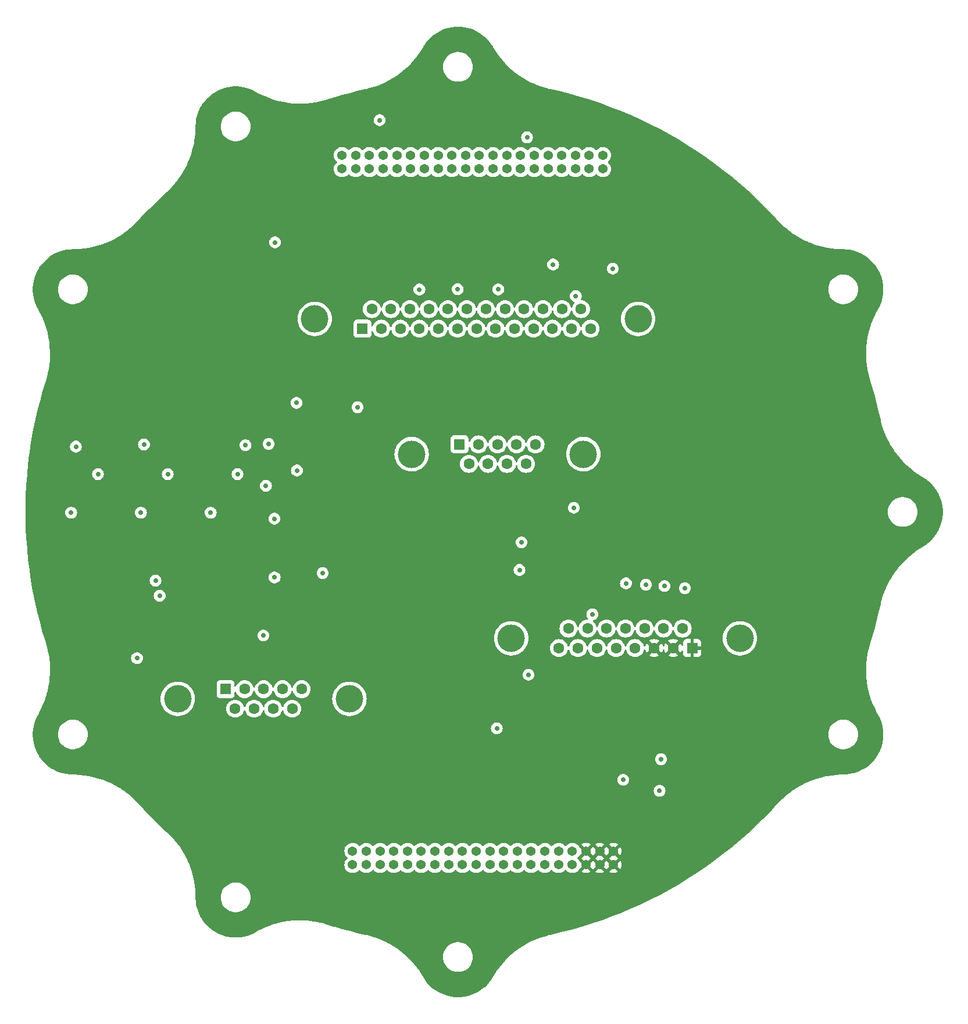
<source format=gbr>
%TF.GenerationSoftware,KiCad,Pcbnew,7.0.7*%
%TF.CreationDate,2024-02-25T12:29:16-08:00*%
%TF.ProjectId,Connector-board,436f6e6e-6563-4746-9f72-2d626f617264,rev?*%
%TF.SameCoordinates,Original*%
%TF.FileFunction,Copper,L3,Inr*%
%TF.FilePolarity,Positive*%
%FSLAX46Y46*%
G04 Gerber Fmt 4.6, Leading zero omitted, Abs format (unit mm)*
G04 Created by KiCad (PCBNEW 7.0.7) date 2024-02-25 12:29:16*
%MOMM*%
%LPD*%
G01*
G04 APERTURE LIST*
%TA.AperFunction,ComponentPad*%
%ADD10C,1.371600*%
%TD*%
%TA.AperFunction,ComponentPad*%
%ADD11C,4.000000*%
%TD*%
%TA.AperFunction,ComponentPad*%
%ADD12R,1.600000X1.600000*%
%TD*%
%TA.AperFunction,ComponentPad*%
%ADD13C,1.600000*%
%TD*%
%TA.AperFunction,ViaPad*%
%ADD14C,0.711200*%
%TD*%
G04 APERTURE END LIST*
D10*
%TO.N,+3.3V*%
%TO.C,J1*%
X156086831Y-159170000D03*
X156086831Y-157170000D03*
%TO.N,GND*%
X158086831Y-159170000D03*
X158086831Y-157170000D03*
%TO.N,+5V*%
X160086831Y-159170000D03*
X160086831Y-157170000D03*
X162086831Y-159170000D03*
X162086831Y-157170000D03*
%TO.N,GND*%
X164086831Y-159170000D03*
X164086831Y-157170000D03*
%TO.N,FLIGHT_LOX_VENT*%
X166086831Y-159170000D03*
X166086831Y-157170000D03*
%TO.N,GND*%
X168086831Y-159170000D03*
X168086831Y-157170000D03*
%TO.N,FLIGHT_ETH_VENT*%
X170086831Y-159170000D03*
X170086831Y-157170000D03*
%TO.N,GND*%
X172086831Y-159170000D03*
X172086831Y-157170000D03*
%TO.N,FLIGHT_ETH_MAIN*%
X174086831Y-159170000D03*
X174086831Y-157170000D03*
%TO.N,GND*%
X176086831Y-159170000D03*
X176086831Y-157170000D03*
%TO.N,unconnected-(J1A-Pin_23-PadA23)*%
X178086831Y-159170000D03*
%TO.N,unconnected-(J1A-Pin_24-PadA24)*%
X178086831Y-157170000D03*
%TO.N,GND*%
X180086831Y-159170000D03*
X180086831Y-157170000D03*
%TO.N,unconnected-(J1A-Pin_27-PadA27)*%
X182086831Y-159170000D03*
%TO.N,unconnected-(J1A-Pin_28-PadA28)*%
X182086831Y-157170000D03*
%TO.N,unconnected-(J1A-Pin_29-PadA29)*%
X184086831Y-159170000D03*
%TO.N,unconnected-(J1A-Pin_30-PadA30)*%
X184086831Y-157170000D03*
%TO.N,unconnected-(J1A-Pin_31-PadA31)*%
X186086831Y-159170000D03*
%TO.N,unconnected-(J1A-Pin_32-PadA32)*%
X186086831Y-157170000D03*
%TO.N,unconnected-(J1A-Pin_33-PadA33)*%
X188086731Y-159170000D03*
%TO.N,unconnected-(J1A-Pin_34-PadA34)*%
X188086731Y-157170000D03*
%TO.N,PWR_SUP*%
X190086731Y-159170000D03*
X190086731Y-157170000D03*
X192086731Y-159170000D03*
X192086731Y-157170000D03*
X194086731Y-159170000D03*
X194086731Y-157170000D03*
%TO.N,unconnected-(J1B-Pin_1-PadB1)*%
X154550000Y-57900000D03*
%TO.N,SPI_SCK*%
X154550000Y-55900000D03*
%TO.N,unconnected-(J1B-Pin_3-PadB3)*%
X156550000Y-57900000D03*
%TO.N,SPI_MISO*%
X156550000Y-55900000D03*
%TO.N,GND*%
X158550000Y-57900000D03*
%TO.N,SPI_MOSI*%
X158550000Y-55900000D03*
%TO.N,unconnected-(J1B-Pin_7-PadB7)*%
X160550000Y-57900000D03*
%TO.N,GND*%
X160550000Y-55900000D03*
X162549900Y-57900000D03*
%TO.N,TC1_CS*%
X162549900Y-55900000D03*
%TO.N,PT1_E+*%
X164549900Y-57900000D03*
%TO.N,TC2_CS*%
X164549900Y-55900000D03*
%TO.N,PT1_E-*%
X166549900Y-57900000D03*
%TO.N,TC3_CS*%
X166549900Y-55900000D03*
%TO.N,PT1_A+*%
X168549900Y-57900000D03*
%TO.N,TC4_CS*%
X168549900Y-55900000D03*
%TO.N,GND*%
X170549900Y-57900000D03*
X170549900Y-55900000D03*
%TO.N,PT2_E+*%
X172549900Y-57900000D03*
%TO.N,unconnected-(J1B-Pin_20-PadB20)*%
X172549900Y-55900000D03*
%TO.N,PT2_E-*%
X174549900Y-57900000D03*
%TO.N,unconnected-(J1B-Pin_22-PadB22)*%
X174549900Y-55900000D03*
%TO.N,PT2_A+*%
X176549900Y-57900000D03*
%TO.N,unconnected-(J1B-Pin_24-PadB24)*%
X176549900Y-55900000D03*
%TO.N,GND*%
X178549900Y-57900000D03*
X178549900Y-55900000D03*
%TO.N,PT3_E+*%
X180549900Y-57900000D03*
%TO.N,PT5_E+*%
X180549900Y-55900000D03*
%TO.N,PT3_E-*%
X182549900Y-57900000D03*
%TO.N,PT5_E-*%
X182549900Y-55900000D03*
%TO.N,PT3_A+*%
X184549900Y-57900000D03*
%TO.N,PT5_A+*%
X184549900Y-55900000D03*
%TO.N,GND*%
X186549900Y-57900000D03*
X186549900Y-55900000D03*
%TO.N,PT4_E+*%
X188549900Y-57900000D03*
%TO.N,PT6_E+*%
X188549900Y-55900000D03*
%TO.N,PT4_E-*%
X190549900Y-57900000D03*
%TO.N,PT6_E-*%
X190549900Y-55900000D03*
%TO.N,PT4_A+*%
X192549900Y-57900000D03*
%TO.N,PT6_A+*%
X192549900Y-55900000D03*
%TD*%
D11*
%TO.N,N/C*%
%TO.C,4TC_DSUB1*%
X155640000Y-135020000D03*
X130640000Y-135020000D03*
D12*
%TO.N,TC1_T-*%
X137600000Y-133600000D03*
D13*
%TO.N,TC2_T-*%
X140370000Y-133600000D03*
%TO.N,TC3_T-*%
X143140000Y-133600000D03*
%TO.N,TC4_T-*%
X145910000Y-133600000D03*
%TO.N,unconnected-(4TC_DSUB1-Pad5)*%
X148680000Y-133600000D03*
%TO.N,TC1_T+*%
X138985000Y-136440000D03*
%TO.N,TC2_T+*%
X141755000Y-136440000D03*
%TO.N,TC3_T+*%
X144525000Y-136440000D03*
%TO.N,TC4_T+*%
X147295000Y-136440000D03*
%TD*%
D11*
%TO.N,N/C*%
%TO.C,GND_DSUB1*%
X179200000Y-126200000D03*
X212500000Y-126200000D03*
D12*
%TO.N,PWR_SUP*%
X205545000Y-127620000D03*
D13*
X202775000Y-127620000D03*
X200005000Y-127620000D03*
%TO.N,unconnected-(GND_DSUB1-Pad4)*%
X197235000Y-127620000D03*
%TO.N,GROUND_ETH_VENT*%
X194465000Y-127620000D03*
%TO.N,GROUND_LOX_VENT*%
X191695000Y-127620000D03*
%TO.N,unconnected-(GND_DSUB1-Pad7)*%
X188925000Y-127620000D03*
%TO.N,unconnected-(GND_DSUB1-Pad8)*%
X186155000Y-127620000D03*
%TO.N,GND*%
X204160000Y-124780000D03*
X201390000Y-124780000D03*
X198620000Y-124780000D03*
X195850000Y-124780000D03*
%TO.N,REDS_ETH_VENT*%
X193080000Y-124780000D03*
%TO.N,REDS_LOX_VENT*%
X190310000Y-124780000D03*
%TO.N,unconnected-(GND_DSUB1-P15-Pad15)*%
X187540000Y-124780000D03*
%TD*%
D11*
%TO.N,N/C*%
%TO.C,SOLENOIDS_DSUB1*%
X189700000Y-99400000D03*
X164700000Y-99400000D03*
D12*
%TO.N,LOX_VENT*%
X171660000Y-97980000D03*
D13*
%TO.N,ETH_VENT*%
X174430000Y-97980000D03*
%TO.N,unconnected-(SOLENOIDS_DSUB1-Pad3)*%
X177200000Y-97980000D03*
%TO.N,unconnected-(SOLENOIDS_DSUB1-Pad4)*%
X179970000Y-97980000D03*
%TO.N,unconnected-(SOLENOIDS_DSUB1-Pad5)*%
X182740000Y-97980000D03*
%TO.N,GND*%
X173045000Y-100820000D03*
X175815000Y-100820000D03*
%TO.N,unconnected-(SOLENOIDS_DSUB1-Pad8)*%
X178585000Y-100820000D03*
%TO.N,unconnected-(SOLENOIDS_DSUB1-Pad9)*%
X181355000Y-100820000D03*
%TD*%
D11*
%TO.N,N/C*%
%TO.C,PT_DSUB1*%
X150585000Y-79720000D03*
X197685000Y-79720000D03*
D12*
%TO.N,PT1_E+*%
X157515000Y-81140000D03*
D13*
%TO.N,PT1_E-*%
X160285000Y-81140000D03*
%TO.N,PT2_E+*%
X163055000Y-81140000D03*
%TO.N,PT2_E-*%
X165825000Y-81140000D03*
%TO.N,PT3_E+*%
X168595000Y-81140000D03*
%TO.N,PT3_E-*%
X171365000Y-81140000D03*
%TO.N,PT4_E+*%
X174135000Y-81140000D03*
%TO.N,PT4_E-*%
X176905000Y-81140000D03*
%TO.N,PT5_E+*%
X179675000Y-81140000D03*
%TO.N,PT5_E-*%
X182445000Y-81140000D03*
%TO.N,PT6_E+*%
X185215000Y-81140000D03*
%TO.N,PT6_E-*%
X187985000Y-81140000D03*
%TO.N,unconnected-(PT_DSUB1-Pad13)*%
X190755000Y-81140000D03*
%TO.N,PT1_A+*%
X158900000Y-78300000D03*
%TO.N,unconnected-(PT_DSUB1-P15-Pad15)*%
X161670000Y-78300000D03*
%TO.N,PT2_A+*%
X164440000Y-78300000D03*
%TO.N,unconnected-(PT_DSUB1-P17-Pad17)*%
X167210000Y-78300000D03*
%TO.N,PT3_A+*%
X169980000Y-78300000D03*
%TO.N,unconnected-(PT_DSUB1-P19-Pad19)*%
X172750000Y-78300000D03*
%TO.N,PT4_A+*%
X175520000Y-78300000D03*
%TO.N,unconnected-(PT_DSUB1-P21-Pad21)*%
X178290000Y-78300000D03*
%TO.N,PT5_A+*%
X181060000Y-78300000D03*
%TO.N,unconnected-(PT_DSUB1-P23-Pad23)*%
X183830000Y-78300000D03*
%TO.N,PT6_A+*%
X186600000Y-78300000D03*
%TO.N,unconnected-(PT_DSUB1-P25-Pad25)*%
X189370000Y-78300000D03*
%TD*%
D14*
%TO.N,TC2_CS*%
X143470000Y-104005000D03*
%TO.N,+3.3V*%
X156805000Y-92575000D03*
X147915000Y-91940000D03*
X151725000Y-116705000D03*
X144740000Y-117340000D03*
%TO.N,GND*%
X201000000Y-143800000D03*
X180700000Y-112250000D03*
X125709600Y-97990400D03*
X204500000Y-118900000D03*
X195900000Y-118200000D03*
X115114800Y-107921800D03*
X198800000Y-118400000D03*
X135434800Y-107921800D03*
X115800000Y-98300000D03*
X143865200Y-97907200D03*
X144720000Y-108796600D03*
X180400000Y-116250000D03*
X201500000Y-118600000D03*
X125274800Y-107921800D03*
X200800000Y-148400000D03*
X140500000Y-98100000D03*
X188300000Y-107200000D03*
%TO.N,TC3_T+*%
X124700000Y-129100000D03*
X128000000Y-120000000D03*
%TO.N,TC3_T-*%
X127400000Y-117800000D03*
X143100000Y-125800000D03*
%TO.N,PWR_SUP*%
X202700000Y-130000000D03*
X200000000Y-129900000D03*
%TO.N,GROUND_LOX_VENT*%
X177100000Y-139300000D03*
%TO.N,PT3_E-*%
X171400000Y-75400000D03*
%TO.N,PT5_E+*%
X181500000Y-53300000D03*
X185300000Y-71800000D03*
%TO.N,PT2_E-*%
X165829498Y-75440502D03*
%TO.N,PT4_E-*%
X177329498Y-75429498D03*
%TO.N,PT6_E+*%
X194000000Y-72400000D03*
%TO.N,PT6_E-*%
X188600000Y-76400000D03*
%TO.N,TC1_CS*%
X119015365Y-102307900D03*
X160020000Y-50800000D03*
%TO.N,TC4_CS*%
X144780000Y-68580000D03*
X147982400Y-101775000D03*
%TO.N,TC2_CS*%
X139335095Y-102307448D03*
%TO.N,TC3_CS*%
X129175293Y-102307900D03*
%TO.N,REDS_ETH_VENT*%
X191000000Y-122700000D03*
X181700000Y-131500000D03*
%TO.N,FLIGHT_ETH_VENT*%
X195500000Y-146800000D03*
%TD*%
%TA.AperFunction,Conductor*%
%TO.N,PWR_SUP*%
G36*
X189637436Y-157368254D02*
G01*
X189691048Y-157407123D01*
X189772241Y-157508935D01*
X189772244Y-157508938D01*
X189844272Y-157558045D01*
X189888574Y-157612074D01*
X189896634Y-157681477D01*
X189865891Y-157744220D01*
X189862102Y-157748180D01*
X189442455Y-158167826D01*
X189442455Y-158172171D01*
X189859279Y-158588995D01*
X189892764Y-158650318D01*
X189887780Y-158720010D01*
X189845908Y-158775943D01*
X189827733Y-158786980D01*
X189826275Y-158787974D01*
X189725240Y-158881721D01*
X189725235Y-158881727D01*
X189703426Y-158919501D01*
X189652859Y-158967716D01*
X189584251Y-158980938D01*
X189519387Y-158954970D01*
X189508359Y-158945181D01*
X189083176Y-158519999D01*
X189077540Y-158513521D01*
X188967173Y-158367371D01*
X188851184Y-158261634D01*
X188814906Y-158201927D01*
X188816666Y-158132079D01*
X188851184Y-158078366D01*
X188967173Y-157972629D01*
X189077548Y-157826468D01*
X189083180Y-157819995D01*
X189506421Y-157396755D01*
X189567744Y-157363270D01*
X189637436Y-157368254D01*
G37*
%TD.AperFunction*%
%TA.AperFunction,Conductor*%
G36*
X190654071Y-157385027D02*
G01*
X190665102Y-157394818D01*
X191085664Y-157815380D01*
X191087796Y-157815380D01*
X191506421Y-157396755D01*
X191567744Y-157363270D01*
X191637435Y-157368254D01*
X191691048Y-157407123D01*
X191772241Y-157508935D01*
X191772244Y-157508938D01*
X191844272Y-157558045D01*
X191888574Y-157612074D01*
X191896634Y-157681477D01*
X191865891Y-157744220D01*
X191862102Y-157748180D01*
X191442455Y-158167826D01*
X191442455Y-158172171D01*
X191859279Y-158588995D01*
X191892764Y-158650318D01*
X191887780Y-158720010D01*
X191845908Y-158775943D01*
X191827733Y-158786980D01*
X191826275Y-158787974D01*
X191725240Y-158881721D01*
X191725235Y-158881727D01*
X191703426Y-158919501D01*
X191652859Y-158967716D01*
X191584251Y-158980938D01*
X191519387Y-158954970D01*
X191508359Y-158945181D01*
X191087796Y-158524618D01*
X191085663Y-158524618D01*
X190667039Y-158943243D01*
X190605716Y-158976728D01*
X190536025Y-158971744D01*
X190482411Y-158932875D01*
X190401216Y-158831061D01*
X190401215Y-158831060D01*
X190329187Y-158781952D01*
X190284885Y-158727923D01*
X190276827Y-158658520D01*
X190307569Y-158595777D01*
X190311358Y-158591818D01*
X190731000Y-158172175D01*
X190731000Y-158167821D01*
X190314182Y-157751004D01*
X190280697Y-157689681D01*
X190285681Y-157619990D01*
X190327552Y-157564056D01*
X190345727Y-157553020D01*
X190347186Y-157552025D01*
X190347186Y-157552024D01*
X190347190Y-157552023D01*
X190448222Y-157458279D01*
X190470035Y-157420498D01*
X190520599Y-157372284D01*
X190589206Y-157359060D01*
X190654071Y-157385027D01*
G37*
%TD.AperFunction*%
%TA.AperFunction,Conductor*%
G36*
X192654071Y-157385027D02*
G01*
X192665102Y-157394818D01*
X193085664Y-157815380D01*
X193087796Y-157815380D01*
X193506421Y-157396755D01*
X193567744Y-157363270D01*
X193637435Y-157368254D01*
X193691048Y-157407123D01*
X193772241Y-157508935D01*
X193772244Y-157508938D01*
X193844272Y-157558045D01*
X193888574Y-157612074D01*
X193896634Y-157681477D01*
X193865891Y-157744220D01*
X193862102Y-157748180D01*
X193442455Y-158167826D01*
X193442455Y-158172171D01*
X193859279Y-158588995D01*
X193892764Y-158650318D01*
X193887780Y-158720010D01*
X193845908Y-158775943D01*
X193827733Y-158786980D01*
X193826275Y-158787974D01*
X193725240Y-158881721D01*
X193725235Y-158881727D01*
X193703426Y-158919501D01*
X193652859Y-158967716D01*
X193584251Y-158980938D01*
X193519387Y-158954970D01*
X193508359Y-158945181D01*
X193087796Y-158524618D01*
X193085663Y-158524618D01*
X192667039Y-158943243D01*
X192605716Y-158976728D01*
X192536025Y-158971744D01*
X192482411Y-158932875D01*
X192401216Y-158831061D01*
X192401215Y-158831060D01*
X192329187Y-158781952D01*
X192284885Y-158727923D01*
X192276827Y-158658520D01*
X192307569Y-158595777D01*
X192311358Y-158591818D01*
X192731000Y-158172175D01*
X192731000Y-158167821D01*
X192314182Y-157751004D01*
X192280697Y-157689681D01*
X192285681Y-157619990D01*
X192327552Y-157564056D01*
X192345727Y-157553020D01*
X192347186Y-157552025D01*
X192347186Y-157552024D01*
X192347190Y-157552023D01*
X192448222Y-157458279D01*
X192470035Y-157420498D01*
X192520599Y-157372284D01*
X192589206Y-157359060D01*
X192654071Y-157385027D01*
G37*
%TD.AperFunction*%
%TA.AperFunction,Conductor*%
G36*
X171830424Y-37216791D02*
G01*
X171916328Y-37220250D01*
X171921281Y-37220649D01*
X172382955Y-37276657D01*
X172387832Y-37277449D01*
X172843508Y-37370392D01*
X172848330Y-37371580D01*
X173132756Y-37453888D01*
X173295040Y-37500851D01*
X173299756Y-37502424D01*
X173734638Y-37667195D01*
X173739202Y-37669138D01*
X174159427Y-37868337D01*
X174163819Y-37870641D01*
X174566663Y-38102977D01*
X174570882Y-38105642D01*
X174953731Y-38369604D01*
X174957696Y-38372580D01*
X175117250Y-38502692D01*
X175318093Y-38666475D01*
X175321830Y-38669782D01*
X175657427Y-38991694D01*
X175660883Y-38995287D01*
X175969512Y-39343138D01*
X175972654Y-39346980D01*
X176200388Y-39649525D01*
X176252324Y-39718523D01*
X176255162Y-39722628D01*
X176505390Y-40117559D01*
X176533185Y-40165598D01*
X176533483Y-40166022D01*
X176673802Y-40408555D01*
X176673806Y-40408562D01*
X177040321Y-40972381D01*
X177435591Y-41516427D01*
X177858551Y-42039236D01*
X178308062Y-42539400D01*
X178782915Y-43015572D01*
X178901834Y-43123046D01*
X179281825Y-43466467D01*
X179281826Y-43466467D01*
X179281829Y-43466470D01*
X179803462Y-43890880D01*
X180182137Y-44167610D01*
X180346419Y-44287665D01*
X180346418Y-44287665D01*
X180909209Y-44655738D01*
X181459335Y-44976068D01*
X181490344Y-44994124D01*
X182088251Y-45301910D01*
X182405470Y-45444904D01*
X182701321Y-45578266D01*
X182981864Y-45687594D01*
X183327891Y-45822441D01*
X183327892Y-45822442D01*
X183327897Y-45822443D01*
X183327898Y-45822444D01*
X183966300Y-46033791D01*
X184243484Y-46109848D01*
X184614804Y-46211736D01*
X184614805Y-46211736D01*
X184709150Y-46232426D01*
X184886405Y-46271298D01*
X184886417Y-46271302D01*
X184899406Y-46274150D01*
X184899408Y-46274152D01*
X184943189Y-46283753D01*
X184943241Y-46283765D01*
X184943241Y-46283766D01*
X186453627Y-46634549D01*
X187954922Y-47022402D01*
X189446216Y-47447090D01*
X190926604Y-47908357D01*
X192395190Y-48405922D01*
X193851084Y-48939484D01*
X195293404Y-49508720D01*
X196721276Y-50113284D01*
X198133835Y-50752811D01*
X199530224Y-51426912D01*
X200909598Y-52135180D01*
X202271121Y-52877186D01*
X203613968Y-53652479D01*
X204937325Y-54460590D01*
X206240390Y-55301029D01*
X207522374Y-56173287D01*
X208782499Y-57076835D01*
X210020003Y-58011126D01*
X211234136Y-58975594D01*
X212424161Y-59969655D01*
X213589358Y-60992705D01*
X214729021Y-62044126D01*
X215842458Y-63123280D01*
X216928996Y-64229513D01*
X217667262Y-65019132D01*
X217988139Y-65362328D01*
X218025633Y-65403433D01*
X218025746Y-65403537D01*
X218214580Y-65610564D01*
X218214581Y-65610565D01*
X218692927Y-66083214D01*
X218692927Y-66083213D01*
X218692934Y-66083220D01*
X218985245Y-66343505D01*
X219195165Y-66530426D01*
X219719903Y-66950966D01*
X219719904Y-66950966D01*
X219719910Y-66950970D01*
X219719916Y-66950975D01*
X219719919Y-66950977D01*
X220265777Y-67343736D01*
X220725429Y-67639533D01*
X220831247Y-67707630D01*
X220831288Y-67707656D01*
X220859665Y-67723900D01*
X221414899Y-68041740D01*
X221706107Y-68188935D01*
X222015051Y-68345097D01*
X222015059Y-68345100D01*
X222015064Y-68345103D01*
X222309841Y-68475370D01*
X222630160Y-68616925D01*
X222737366Y-68657794D01*
X223258524Y-68856470D01*
X223258530Y-68856472D01*
X223258529Y-68856472D01*
X223731642Y-69009231D01*
X223898471Y-69063097D01*
X224548275Y-69236247D01*
X224969951Y-69325469D01*
X225206181Y-69375454D01*
X225870447Y-69480348D01*
X225870448Y-69480348D01*
X226539225Y-69550637D01*
X227210761Y-69586139D01*
X227210760Y-69586139D01*
X227257325Y-69586181D01*
X227547008Y-69586443D01*
X227547011Y-69586443D01*
X227547072Y-69586445D01*
X227548050Y-69586733D01*
X227549560Y-69586548D01*
X227622943Y-69589569D01*
X228014137Y-69605677D01*
X228019083Y-69606080D01*
X228415698Y-69654561D01*
X228480692Y-69662506D01*
X228485612Y-69663309D01*
X228941192Y-69756664D01*
X228946005Y-69757854D01*
X229314953Y-69864988D01*
X229392587Y-69887531D01*
X229397319Y-69889114D01*
X229623192Y-69974929D01*
X229832038Y-70054276D01*
X229836609Y-70056226D01*
X230256639Y-70255803D01*
X230261046Y-70258118D01*
X230663672Y-70490819D01*
X230667883Y-70493484D01*
X230913968Y-70663484D01*
X231050496Y-70757801D01*
X231054478Y-70760796D01*
X231414605Y-71055019D01*
X231418322Y-71058315D01*
X231753623Y-71380533D01*
X231757079Y-71384133D01*
X232065384Y-71732260D01*
X232068540Y-71736127D01*
X232347862Y-72107920D01*
X232350696Y-72112027D01*
X232599217Y-72505061D01*
X232601713Y-72509383D01*
X232817836Y-72921137D01*
X232819976Y-72925646D01*
X233002294Y-73353437D01*
X233004060Y-73358093D01*
X233151393Y-73799158D01*
X233152783Y-73803951D01*
X233264183Y-74255444D01*
X233265183Y-74260334D01*
X233339920Y-74719302D01*
X233340523Y-74724256D01*
X233378121Y-75187753D01*
X233378324Y-75192739D01*
X233378534Y-75657764D01*
X233378336Y-75662751D01*
X233370513Y-75760289D01*
X233348100Y-76039755D01*
X233341160Y-76126281D01*
X233340561Y-76131236D01*
X233266238Y-76590285D01*
X233265244Y-76595169D01*
X233185639Y-76919065D01*
X233154258Y-77046749D01*
X233152873Y-77051543D01*
X233005936Y-77492748D01*
X233004170Y-77497416D01*
X232822246Y-77925360D01*
X232820110Y-77929870D01*
X232603040Y-78344341D01*
X232575592Y-78391983D01*
X232575565Y-78392041D01*
X232479245Y-78559222D01*
X232435361Y-78635391D01*
X232130337Y-79234713D01*
X232130332Y-79234724D01*
X232130332Y-79234723D01*
X231974095Y-79585635D01*
X231856813Y-79849051D01*
X231805533Y-79982455D01*
X231615529Y-80476745D01*
X231561561Y-80642321D01*
X231407128Y-81116124D01*
X231407125Y-81116134D01*
X231407125Y-81116135D01*
X231232179Y-81765440D01*
X231091148Y-82422968D01*
X231091148Y-82422969D01*
X230984416Y-83086921D01*
X230984416Y-83086923D01*
X230912272Y-83755520D01*
X230874909Y-84426960D01*
X230872427Y-85099433D01*
X230904834Y-85771130D01*
X230970558Y-86425471D01*
X230972043Y-86440251D01*
X231073868Y-87104958D01*
X231073870Y-87104967D01*
X231210044Y-87763511D01*
X231380197Y-88414106D01*
X231380198Y-88414107D01*
X231465549Y-88682665D01*
X231465554Y-88682677D01*
X231481992Y-88734402D01*
X231822222Y-89840049D01*
X232142051Y-90951606D01*
X232441416Y-92068848D01*
X232720216Y-93191398D01*
X232978298Y-94318624D01*
X232990297Y-94373334D01*
X232990348Y-94373497D01*
X233050393Y-94647311D01*
X233050394Y-94647312D01*
X233228330Y-95295813D01*
X233439669Y-95934214D01*
X233439669Y-95934215D01*
X233439673Y-95934225D01*
X233683847Y-96560808D01*
X233813948Y-96849432D01*
X233954712Y-97161713D01*
X233960197Y-97173880D01*
X234267979Y-97771791D01*
X234389215Y-97980001D01*
X234606362Y-98352929D01*
X234929161Y-98846500D01*
X234974439Y-98915732D01*
X235136534Y-99137544D01*
X235371211Y-99458676D01*
X235371211Y-99458677D01*
X235371216Y-99458683D01*
X235795624Y-99980319D01*
X236246521Y-100479237D01*
X236641037Y-100872661D01*
X236722697Y-100954095D01*
X236722696Y-100954094D01*
X236806611Y-101029511D01*
X237222857Y-101403605D01*
X237745667Y-101826567D01*
X237745675Y-101826573D01*
X237745679Y-101826576D01*
X237916339Y-101950567D01*
X238289714Y-102221838D01*
X238853534Y-102588354D01*
X238973172Y-102657571D01*
X239105731Y-102734263D01*
X239144560Y-102756729D01*
X239539491Y-103006957D01*
X239543593Y-103009792D01*
X239915142Y-103289467D01*
X239918979Y-103292604D01*
X240266829Y-103601233D01*
X240270425Y-103604692D01*
X240592337Y-103940289D01*
X240595644Y-103944026D01*
X240889531Y-104304412D01*
X240892518Y-104308392D01*
X240924738Y-104355123D01*
X241156477Y-104691237D01*
X241159142Y-104695456D01*
X241391478Y-105098300D01*
X241393786Y-105102702D01*
X241592974Y-105522901D01*
X241594929Y-105527493D01*
X241759690Y-105962349D01*
X241761269Y-105967083D01*
X241890539Y-106413789D01*
X241891731Y-106418628D01*
X241920626Y-106560290D01*
X241984666Y-106874265D01*
X241985464Y-106879184D01*
X242004689Y-107037647D01*
X242041468Y-107340817D01*
X242041869Y-107345791D01*
X242060578Y-107810443D01*
X242060578Y-107815435D01*
X242041869Y-108280088D01*
X242041468Y-108285062D01*
X242024155Y-108427773D01*
X241986219Y-108740485D01*
X241985466Y-108746688D01*
X241984666Y-108751614D01*
X241891733Y-109207244D01*
X241890539Y-109212090D01*
X241761269Y-109658796D01*
X241759690Y-109663530D01*
X241594929Y-110098386D01*
X241592974Y-110102978D01*
X241393796Y-110523159D01*
X241391478Y-110527579D01*
X241159142Y-110930423D01*
X241156477Y-110934642D01*
X240892527Y-111317475D01*
X240889531Y-111321467D01*
X240595644Y-111681853D01*
X240592337Y-111685590D01*
X240270425Y-112021187D01*
X240266829Y-112024646D01*
X239918994Y-112333262D01*
X239915130Y-112336422D01*
X239543596Y-112616084D01*
X239539491Y-112618923D01*
X239323183Y-112755975D01*
X239144573Y-112869142D01*
X238853533Y-113037525D01*
X238552190Y-113233415D01*
X238289714Y-113404039D01*
X238289715Y-113404039D01*
X238289713Y-113404040D01*
X237745665Y-113799311D01*
X237222854Y-114222273D01*
X236722689Y-114671786D01*
X236246517Y-115146641D01*
X236246510Y-115146649D01*
X235795622Y-115645554D01*
X235371205Y-116167200D01*
X235058933Y-116594513D01*
X234974432Y-116710144D01*
X234974431Y-116710145D01*
X234606354Y-117272948D01*
X234503333Y-117449876D01*
X234267970Y-117854086D01*
X233960187Y-118451996D01*
X233683836Y-119065069D01*
X233455941Y-119649876D01*
X233439657Y-119691662D01*
X233228317Y-120330063D01*
X233180702Y-120503600D01*
X233114333Y-120745486D01*
X233050380Y-120978565D01*
X233050379Y-120978566D01*
X232987026Y-121267459D01*
X232987023Y-121267479D01*
X232978385Y-121306862D01*
X232720213Y-122434481D01*
X232441414Y-123557032D01*
X232142050Y-124674273D01*
X231822221Y-125785830D01*
X231481941Y-126891637D01*
X231465254Y-126944143D01*
X231465229Y-126944253D01*
X231392304Y-127173714D01*
X231380207Y-127211776D01*
X231210053Y-127862371D01*
X231154612Y-128130484D01*
X231073876Y-128520924D01*
X230972050Y-129185630D01*
X230972049Y-129185639D01*
X230972049Y-129185640D01*
X230904840Y-129854751D01*
X230872432Y-130526448D01*
X230872432Y-130526455D01*
X230874912Y-131198928D01*
X230912275Y-131870362D01*
X230984418Y-132538962D01*
X231091148Y-133202913D01*
X231232179Y-133860441D01*
X231337876Y-134252734D01*
X231407127Y-134509758D01*
X231487892Y-134757547D01*
X231615525Y-135149131D01*
X231686592Y-135334011D01*
X231856810Y-135776831D01*
X231856812Y-135776835D01*
X231856812Y-135776836D01*
X231861456Y-135787266D01*
X232130332Y-136391169D01*
X232435356Y-136990492D01*
X232579710Y-137241042D01*
X232580810Y-137242952D01*
X232603197Y-137281810D01*
X232820111Y-137695991D01*
X232822243Y-137700492D01*
X232832931Y-137725635D01*
X233004170Y-138128455D01*
X233005936Y-138133123D01*
X233152869Y-138574328D01*
X233154254Y-138579123D01*
X233265237Y-139030706D01*
X233266232Y-139035596D01*
X233340552Y-139494637D01*
X233341150Y-139499583D01*
X233350322Y-139613949D01*
X233378323Y-139963118D01*
X233378521Y-139968105D01*
X233378308Y-140433128D01*
X233378105Y-140438115D01*
X233340506Y-140901611D01*
X233339903Y-140906565D01*
X233265162Y-141365547D01*
X233264162Y-141370436D01*
X233152768Y-141821899D01*
X233151378Y-141826692D01*
X233004037Y-142267774D01*
X233002267Y-142272440D01*
X232819957Y-142700211D01*
X232817817Y-142704719D01*
X232601689Y-143116483D01*
X232599193Y-143120805D01*
X232350676Y-143513833D01*
X232347842Y-143517940D01*
X232068520Y-143889733D01*
X232065364Y-143893600D01*
X231757060Y-144241725D01*
X231753604Y-144245325D01*
X231418311Y-144567539D01*
X231414576Y-144570849D01*
X231054467Y-144865059D01*
X231050479Y-144868058D01*
X230667870Y-145132374D01*
X230663653Y-145135043D01*
X230261045Y-145367735D01*
X230256627Y-145370057D01*
X229836612Y-145569628D01*
X229832022Y-145571586D01*
X229397311Y-145736750D01*
X229392578Y-145738333D01*
X228946015Y-145868006D01*
X228941171Y-145869204D01*
X228485613Y-145962558D01*
X228480687Y-145963362D01*
X228019100Y-146019790D01*
X228014125Y-146020195D01*
X227547092Y-146039429D01*
X227547008Y-146039429D01*
X227243308Y-146039703D01*
X227210760Y-146039733D01*
X227210761Y-146039733D01*
X226539224Y-146075235D01*
X225870446Y-146145524D01*
X225870445Y-146145524D01*
X225206179Y-146250417D01*
X225000084Y-146294025D01*
X224548273Y-146389624D01*
X223898468Y-146562775D01*
X223258520Y-146769401D01*
X222630155Y-147008946D01*
X222630151Y-147008947D01*
X222630153Y-147008947D01*
X222015059Y-147280768D01*
X222015054Y-147280770D01*
X222015046Y-147280774D01*
X221848840Y-147364786D01*
X221414894Y-147584131D01*
X221107164Y-147760289D01*
X220831282Y-147918215D01*
X220265770Y-148282135D01*
X219719895Y-148674905D01*
X219719895Y-148674906D01*
X219431572Y-148905975D01*
X219195155Y-149095445D01*
X218692925Y-149542650D01*
X218692918Y-149542657D01*
X218692918Y-149542656D01*
X218214571Y-150015306D01*
X217988012Y-150263689D01*
X217148111Y-151162014D01*
X216928998Y-151396368D01*
X215842460Y-152502601D01*
X214729022Y-153581755D01*
X213589359Y-154633175D01*
X212424162Y-155656225D01*
X211234136Y-156650286D01*
X210020004Y-157614754D01*
X208782499Y-158549045D01*
X207522374Y-159452593D01*
X206240390Y-160324851D01*
X204937325Y-161165290D01*
X203613968Y-161973401D01*
X202271121Y-162748694D01*
X200909598Y-163490699D01*
X199530224Y-164198967D01*
X198133835Y-164873069D01*
X196777074Y-165487333D01*
X196721276Y-165512595D01*
X195293404Y-166117160D01*
X193851084Y-166686395D01*
X192395190Y-167219958D01*
X190926604Y-167717523D01*
X189446216Y-168178789D01*
X187954922Y-168603478D01*
X186453627Y-168991332D01*
X184944597Y-169341799D01*
X184614805Y-169414122D01*
X184506852Y-169443743D01*
X183966293Y-169592065D01*
X183327888Y-169803409D01*
X182701308Y-170047586D01*
X182088228Y-170323942D01*
X182088228Y-170323943D01*
X181490330Y-170631720D01*
X181490324Y-170631724D01*
X180909188Y-170970110D01*
X180909187Y-170970110D01*
X180346385Y-171338188D01*
X180346384Y-171338189D01*
X179803441Y-171734962D01*
X179803440Y-171734962D01*
X179281794Y-172159380D01*
X178782880Y-172610278D01*
X178308024Y-173086453D01*
X178308025Y-173086452D01*
X178235699Y-173166928D01*
X177858514Y-173586615D01*
X177435553Y-174109425D01*
X177435546Y-174109433D01*
X177435544Y-174109437D01*
X177392878Y-174168162D01*
X177040282Y-174653474D01*
X176673766Y-175217294D01*
X176606654Y-175333292D01*
X176505388Y-175508324D01*
X176255162Y-175903251D01*
X176252324Y-175907356D01*
X175972662Y-176278890D01*
X175969502Y-176282754D01*
X175660886Y-176630589D01*
X175657427Y-176634185D01*
X175321830Y-176956097D01*
X175318093Y-176959404D01*
X174957707Y-177253291D01*
X174953715Y-177256287D01*
X174570882Y-177520237D01*
X174566663Y-177522902D01*
X174163819Y-177755238D01*
X174159407Y-177757551D01*
X173902062Y-177879540D01*
X173739218Y-177956734D01*
X173734626Y-177958689D01*
X173299770Y-178123450D01*
X173295036Y-178125029D01*
X172848330Y-178254299D01*
X172843484Y-178255493D01*
X172387854Y-178348426D01*
X172382931Y-178349225D01*
X172174386Y-178374525D01*
X171921302Y-178405228D01*
X171916328Y-178405629D01*
X171451674Y-178424338D01*
X171446684Y-178424338D01*
X170982031Y-178405629D01*
X170977057Y-178405228D01*
X170907289Y-178396764D01*
X170515424Y-178349224D01*
X170510507Y-178348426D01*
X170054868Y-178255491D01*
X170050029Y-178254299D01*
X169603323Y-178125029D01*
X169598589Y-178123450D01*
X169163733Y-177958689D01*
X169159141Y-177956734D01*
X168738942Y-177757546D01*
X168734540Y-177755238D01*
X168331696Y-177522902D01*
X168327477Y-177520237D01*
X168145972Y-177395095D01*
X167944632Y-177256278D01*
X167940659Y-177253296D01*
X167781110Y-177123188D01*
X167580266Y-176959404D01*
X167576529Y-176956097D01*
X167240932Y-176634185D01*
X167237473Y-176630589D01*
X166928844Y-176282739D01*
X166925707Y-176278902D01*
X166646032Y-175907353D01*
X166643205Y-175903265D01*
X166393050Y-175508448D01*
X166392982Y-175508330D01*
X166224600Y-175217290D01*
X166221681Y-175212800D01*
X165889768Y-174702213D01*
X165858083Y-174653471D01*
X165462811Y-174109423D01*
X165039849Y-173586613D01*
X164662664Y-173166928D01*
X164590338Y-173086452D01*
X164590339Y-173086453D01*
X164345699Y-172841135D01*
X164115480Y-172610277D01*
X164085231Y-172582939D01*
X169284634Y-172582939D01*
X169304794Y-172877673D01*
X169364901Y-173166930D01*
X169364902Y-173166933D01*
X169463832Y-173445293D01*
X169463831Y-173445293D01*
X169599750Y-173707604D01*
X169599754Y-173707610D01*
X169770114Y-173948956D01*
X169971765Y-174164871D01*
X170200922Y-174351304D01*
X170200925Y-174351306D01*
X170200929Y-174351309D01*
X170333350Y-174431836D01*
X170453349Y-174504809D01*
X170638412Y-174585193D01*
X170724318Y-174622507D01*
X171008790Y-174702213D01*
X171266099Y-174737578D01*
X171301465Y-174742440D01*
X171301466Y-174742440D01*
X171596895Y-174742440D01*
X171628448Y-174738103D01*
X171889570Y-174702213D01*
X172174042Y-174622507D01*
X172445012Y-174504808D01*
X172697431Y-174351309D01*
X172926598Y-174164868D01*
X173128243Y-173948959D01*
X173298610Y-173707603D01*
X173434526Y-173445297D01*
X173533459Y-173166928D01*
X173593565Y-172877679D01*
X173613726Y-172582940D01*
X173593565Y-172288201D01*
X173533459Y-171998952D01*
X173434527Y-171720586D01*
X173434528Y-171720586D01*
X173298609Y-171458275D01*
X173298605Y-171458269D01*
X173128245Y-171216923D01*
X173061028Y-171144951D01*
X172926598Y-171001012D01*
X172926596Y-171001011D01*
X172926594Y-171001008D01*
X172697437Y-170814575D01*
X172697426Y-170814568D01*
X172445010Y-170661070D01*
X172174045Y-170543374D01*
X172174043Y-170543373D01*
X172174042Y-170543373D01*
X172093110Y-170520696D01*
X171889575Y-170463668D01*
X171889571Y-170463667D01*
X171889570Y-170463667D01*
X171743232Y-170443553D01*
X171596895Y-170423440D01*
X171596894Y-170423440D01*
X171301466Y-170423440D01*
X171301465Y-170423440D01*
X171008790Y-170463667D01*
X171008784Y-170463668D01*
X170724314Y-170543374D01*
X170453349Y-170661070D01*
X170200933Y-170814568D01*
X170200922Y-170814575D01*
X169971765Y-171001008D01*
X169770114Y-171216923D01*
X169599754Y-171458269D01*
X169599750Y-171458275D01*
X169463832Y-171720586D01*
X169364902Y-171998946D01*
X169364901Y-171998949D01*
X169304794Y-172288206D01*
X169284634Y-172582939D01*
X164085231Y-172582939D01*
X163616562Y-172159379D01*
X163094926Y-171734971D01*
X163094921Y-171734967D01*
X163094920Y-171734966D01*
X163094919Y-171734966D01*
X163075241Y-171720586D01*
X162551975Y-171338194D01*
X162551974Y-171338193D01*
X161989172Y-170970116D01*
X161458422Y-170661072D01*
X161408034Y-170631732D01*
X160810123Y-170323949D01*
X160810107Y-170323942D01*
X160539392Y-170201913D01*
X160197051Y-170047598D01*
X159570469Y-169803422D01*
X159570464Y-169803420D01*
X159570458Y-169803418D01*
X158932057Y-169592078D01*
X158283551Y-169414139D01*
X157998953Y-169351728D01*
X157987431Y-169349201D01*
X157955189Y-169342130D01*
X157955119Y-169342114D01*
X156827639Y-169083974D01*
X155705088Y-168805175D01*
X154587846Y-168505811D01*
X153476289Y-168185982D01*
X153363713Y-168151340D01*
X152370504Y-167845708D01*
X152318048Y-167829037D01*
X152317821Y-167828986D01*
X152050337Y-167743975D01*
X152050338Y-167743975D01*
X151616612Y-167630539D01*
X151399747Y-167573821D01*
X150951249Y-167481078D01*
X150741213Y-167437646D01*
X150741207Y-167437645D01*
X150741202Y-167437644D01*
X150494040Y-167399780D01*
X150076488Y-167335814D01*
X150061604Y-167334318D01*
X149407368Y-167268603D01*
X148735671Y-167236194D01*
X148735664Y-167236194D01*
X148063191Y-167238674D01*
X147391756Y-167276035D01*
X147391757Y-167276035D01*
X146723157Y-167348178D01*
X146059206Y-167454908D01*
X145401678Y-167595938D01*
X144772080Y-167765573D01*
X144752361Y-167770886D01*
X144387333Y-167889864D01*
X144112988Y-167979284D01*
X143998981Y-168023108D01*
X143485289Y-168220569D01*
X143485285Y-168220571D01*
X143485284Y-168220571D01*
X143347326Y-168281994D01*
X142870950Y-168494092D01*
X142566112Y-168649238D01*
X142271627Y-168799116D01*
X142001335Y-168954843D01*
X141980285Y-168966971D01*
X141566125Y-169183870D01*
X141561614Y-169186006D01*
X141133662Y-169367927D01*
X141128995Y-169369693D01*
X140687797Y-169516622D01*
X140683002Y-169518007D01*
X140231415Y-169628990D01*
X140226525Y-169629985D01*
X139799189Y-169699170D01*
X139767792Y-169704254D01*
X139767489Y-169704303D01*
X139762541Y-169704901D01*
X139453464Y-169729686D01*
X139299006Y-169742073D01*
X139294019Y-169742271D01*
X138828998Y-169742057D01*
X138824011Y-169741854D01*
X138360517Y-169704254D01*
X138355563Y-169703651D01*
X137896582Y-169628909D01*
X137891692Y-169627909D01*
X137440220Y-169516512D01*
X137435427Y-169515122D01*
X137114783Y-169408012D01*
X136994361Y-169367785D01*
X136989713Y-169366022D01*
X136561910Y-169183698D01*
X136557404Y-169181559D01*
X136145661Y-168965441D01*
X136141339Y-168962945D01*
X135748296Y-168714419D01*
X135744213Y-168711602D01*
X135372402Y-168432266D01*
X135368543Y-168429116D01*
X135020413Y-168120808D01*
X135016813Y-168117352D01*
X134694590Y-167782049D01*
X134691290Y-167778325D01*
X134397081Y-167418216D01*
X134394082Y-167414228D01*
X134129767Y-167031621D01*
X134127098Y-167027404D01*
X134098752Y-166978360D01*
X133894406Y-166624796D01*
X133892084Y-166620378D01*
X133692513Y-166200365D01*
X133690555Y-166195775D01*
X133525391Y-165761064D01*
X133523808Y-165756331D01*
X133413370Y-165376011D01*
X133394133Y-165309764D01*
X133392937Y-165304925D01*
X133386071Y-165271421D01*
X133299582Y-164849364D01*
X133298779Y-164844444D01*
X133242352Y-164382858D01*
X133241946Y-164377884D01*
X133234626Y-164200144D01*
X133222713Y-163910913D01*
X133222708Y-163905405D01*
X136899634Y-163905405D01*
X136900033Y-163911236D01*
X136919794Y-164200138D01*
X136979901Y-164489395D01*
X136979902Y-164489398D01*
X137078832Y-164767758D01*
X137078831Y-164767758D01*
X137214750Y-165030069D01*
X137214754Y-165030075D01*
X137385114Y-165271421D01*
X137586765Y-165487336D01*
X137815922Y-165673769D01*
X137815925Y-165673771D01*
X137815929Y-165673774D01*
X137948350Y-165754301D01*
X138068349Y-165827274D01*
X138175567Y-165873845D01*
X138339318Y-165944972D01*
X138623790Y-166024678D01*
X138881099Y-166060043D01*
X138916465Y-166064905D01*
X138916466Y-166064905D01*
X139211895Y-166064905D01*
X139243448Y-166060568D01*
X139504570Y-166024678D01*
X139789042Y-165944972D01*
X140060012Y-165827273D01*
X140312431Y-165673774D01*
X140541598Y-165487333D01*
X140743243Y-165271424D01*
X140913610Y-165030068D01*
X141049526Y-164767762D01*
X141148459Y-164489393D01*
X141208565Y-164200144D01*
X141228726Y-163905405D01*
X141208565Y-163610666D01*
X141148459Y-163321417D01*
X141049527Y-163043051D01*
X141049528Y-163043051D01*
X140913609Y-162780740D01*
X140913605Y-162780734D01*
X140743245Y-162539388D01*
X140676028Y-162467416D01*
X140541598Y-162323477D01*
X140541596Y-162323476D01*
X140541594Y-162323473D01*
X140312437Y-162137040D01*
X140312426Y-162137033D01*
X140060010Y-161983535D01*
X139789045Y-161865839D01*
X139789043Y-161865838D01*
X139789042Y-161865838D01*
X139708110Y-161843161D01*
X139504575Y-161786133D01*
X139504571Y-161786132D01*
X139504570Y-161786132D01*
X139358232Y-161766018D01*
X139211895Y-161745905D01*
X139211894Y-161745905D01*
X138916466Y-161745905D01*
X138916465Y-161745905D01*
X138623790Y-161786132D01*
X138623784Y-161786133D01*
X138339314Y-161865839D01*
X138068349Y-161983535D01*
X137815933Y-162137033D01*
X137815922Y-162137040D01*
X137586765Y-162323473D01*
X137385114Y-162539388D01*
X137214754Y-162780734D01*
X137214750Y-162780740D01*
X137078832Y-163043051D01*
X136979902Y-163321411D01*
X136979901Y-163321414D01*
X136919794Y-163610671D01*
X136917295Y-163647210D01*
X136899634Y-163905405D01*
X133222708Y-163905405D01*
X133222409Y-163574519D01*
X133186905Y-162902987D01*
X133174057Y-162780742D01*
X133116614Y-162234206D01*
X133116614Y-162234207D01*
X133116613Y-162234206D01*
X133116612Y-162234192D01*
X133011720Y-161569944D01*
X132872510Y-160912031D01*
X132699358Y-160262226D01*
X132653676Y-160120743D01*
X132492732Y-159622284D01*
X132492732Y-159622285D01*
X132492730Y-159622279D01*
X132320311Y-159170000D01*
X154895449Y-159170000D01*
X154915734Y-159388913D01*
X154975900Y-159600379D01*
X155073894Y-159797176D01*
X155073899Y-159797184D01*
X155140143Y-159884905D01*
X155206389Y-159972629D01*
X155368863Y-160120743D01*
X155442868Y-160166565D01*
X155555060Y-160236032D01*
X155555786Y-160236481D01*
X155760794Y-160315902D01*
X155976904Y-160356300D01*
X155976906Y-160356300D01*
X156196756Y-160356300D01*
X156196758Y-160356300D01*
X156412868Y-160315902D01*
X156617876Y-160236481D01*
X156804799Y-160120743D01*
X156967273Y-159972629D01*
X156987877Y-159945343D01*
X157043984Y-159903709D01*
X157113696Y-159899016D01*
X157174879Y-159932758D01*
X157185779Y-159945337D01*
X157206389Y-159972629D01*
X157368863Y-160120743D01*
X157442868Y-160166565D01*
X157555060Y-160236032D01*
X157555786Y-160236481D01*
X157760794Y-160315902D01*
X157976904Y-160356300D01*
X157976906Y-160356300D01*
X158196756Y-160356300D01*
X158196758Y-160356300D01*
X158412868Y-160315902D01*
X158617876Y-160236481D01*
X158804799Y-160120743D01*
X158967273Y-159972629D01*
X158987877Y-159945343D01*
X159043984Y-159903709D01*
X159113696Y-159899016D01*
X159174879Y-159932758D01*
X159185779Y-159945337D01*
X159206389Y-159972629D01*
X159368863Y-160120743D01*
X159442868Y-160166565D01*
X159555060Y-160236032D01*
X159555786Y-160236481D01*
X159760794Y-160315902D01*
X159976904Y-160356300D01*
X159976906Y-160356300D01*
X160196756Y-160356300D01*
X160196758Y-160356300D01*
X160412868Y-160315902D01*
X160617876Y-160236481D01*
X160804799Y-160120743D01*
X160967273Y-159972629D01*
X160987877Y-159945343D01*
X161043984Y-159903709D01*
X161113696Y-159899016D01*
X161174879Y-159932758D01*
X161185779Y-159945337D01*
X161206389Y-159972629D01*
X161368863Y-160120743D01*
X161442868Y-160166565D01*
X161555060Y-160236032D01*
X161555786Y-160236481D01*
X161760794Y-160315902D01*
X161976904Y-160356300D01*
X161976906Y-160356300D01*
X162196756Y-160356300D01*
X162196758Y-160356300D01*
X162412868Y-160315902D01*
X162617876Y-160236481D01*
X162804799Y-160120743D01*
X162967273Y-159972629D01*
X162987877Y-159945343D01*
X163043984Y-159903709D01*
X163113696Y-159899016D01*
X163174879Y-159932758D01*
X163185779Y-159945337D01*
X163206389Y-159972629D01*
X163368863Y-160120743D01*
X163442868Y-160166565D01*
X163555060Y-160236032D01*
X163555786Y-160236481D01*
X163760794Y-160315902D01*
X163976904Y-160356300D01*
X163976906Y-160356300D01*
X164196756Y-160356300D01*
X164196758Y-160356300D01*
X164412868Y-160315902D01*
X164617876Y-160236481D01*
X164804799Y-160120743D01*
X164967273Y-159972629D01*
X164987877Y-159945343D01*
X165043984Y-159903709D01*
X165113696Y-159899016D01*
X165174879Y-159932758D01*
X165185779Y-159945337D01*
X165206389Y-159972629D01*
X165368863Y-160120743D01*
X165442868Y-160166565D01*
X165555060Y-160236032D01*
X165555786Y-160236481D01*
X165760794Y-160315902D01*
X165976904Y-160356300D01*
X165976906Y-160356300D01*
X166196756Y-160356300D01*
X166196758Y-160356300D01*
X166412868Y-160315902D01*
X166617876Y-160236481D01*
X166804799Y-160120743D01*
X166967273Y-159972629D01*
X166987877Y-159945343D01*
X167043984Y-159903709D01*
X167113696Y-159899016D01*
X167174879Y-159932758D01*
X167185779Y-159945337D01*
X167206389Y-159972629D01*
X167368863Y-160120743D01*
X167442868Y-160166565D01*
X167555060Y-160236032D01*
X167555786Y-160236481D01*
X167760794Y-160315902D01*
X167976904Y-160356300D01*
X167976906Y-160356300D01*
X168196756Y-160356300D01*
X168196758Y-160356300D01*
X168412868Y-160315902D01*
X168617876Y-160236481D01*
X168804799Y-160120743D01*
X168967273Y-159972629D01*
X168987877Y-159945343D01*
X169043984Y-159903709D01*
X169113696Y-159899016D01*
X169174879Y-159932758D01*
X169185779Y-159945337D01*
X169206389Y-159972629D01*
X169368863Y-160120743D01*
X169442868Y-160166565D01*
X169555060Y-160236032D01*
X169555786Y-160236481D01*
X169760794Y-160315902D01*
X169976904Y-160356300D01*
X169976906Y-160356300D01*
X170196756Y-160356300D01*
X170196758Y-160356300D01*
X170412868Y-160315902D01*
X170617876Y-160236481D01*
X170804799Y-160120743D01*
X170967273Y-159972629D01*
X170987877Y-159945343D01*
X171043984Y-159903709D01*
X171113696Y-159899016D01*
X171174879Y-159932758D01*
X171185779Y-159945337D01*
X171206389Y-159972629D01*
X171368863Y-160120743D01*
X171442868Y-160166565D01*
X171555060Y-160236032D01*
X171555786Y-160236481D01*
X171760794Y-160315902D01*
X171976904Y-160356300D01*
X171976906Y-160356300D01*
X172196756Y-160356300D01*
X172196758Y-160356300D01*
X172412868Y-160315902D01*
X172617876Y-160236481D01*
X172804799Y-160120743D01*
X172967273Y-159972629D01*
X172987877Y-159945343D01*
X173043984Y-159903709D01*
X173113696Y-159899016D01*
X173174879Y-159932758D01*
X173185779Y-159945337D01*
X173206389Y-159972629D01*
X173368863Y-160120743D01*
X173442868Y-160166565D01*
X173555060Y-160236032D01*
X173555786Y-160236481D01*
X173760794Y-160315902D01*
X173976904Y-160356300D01*
X173976906Y-160356300D01*
X174196756Y-160356300D01*
X174196758Y-160356300D01*
X174412868Y-160315902D01*
X174617876Y-160236481D01*
X174804799Y-160120743D01*
X174967273Y-159972629D01*
X174987877Y-159945343D01*
X175043984Y-159903709D01*
X175113696Y-159899016D01*
X175174879Y-159932758D01*
X175185779Y-159945337D01*
X175206389Y-159972629D01*
X175368863Y-160120743D01*
X175442868Y-160166565D01*
X175555060Y-160236032D01*
X175555786Y-160236481D01*
X175760794Y-160315902D01*
X175976904Y-160356300D01*
X175976906Y-160356300D01*
X176196756Y-160356300D01*
X176196758Y-160356300D01*
X176412868Y-160315902D01*
X176617876Y-160236481D01*
X176804799Y-160120743D01*
X176967273Y-159972629D01*
X176987877Y-159945343D01*
X177043984Y-159903709D01*
X177113696Y-159899016D01*
X177174879Y-159932758D01*
X177185779Y-159945337D01*
X177206389Y-159972629D01*
X177368863Y-160120743D01*
X177442868Y-160166565D01*
X177555060Y-160236032D01*
X177555786Y-160236481D01*
X177760794Y-160315902D01*
X177976904Y-160356300D01*
X177976906Y-160356300D01*
X178196756Y-160356300D01*
X178196758Y-160356300D01*
X178412868Y-160315902D01*
X178617876Y-160236481D01*
X178804799Y-160120743D01*
X178967273Y-159972629D01*
X178987877Y-159945343D01*
X179043984Y-159903709D01*
X179113696Y-159899016D01*
X179174879Y-159932758D01*
X179185779Y-159945337D01*
X179206389Y-159972629D01*
X179368863Y-160120743D01*
X179442868Y-160166565D01*
X179555060Y-160236032D01*
X179555786Y-160236481D01*
X179760794Y-160315902D01*
X179976904Y-160356300D01*
X179976906Y-160356300D01*
X180196756Y-160356300D01*
X180196758Y-160356300D01*
X180412868Y-160315902D01*
X180617876Y-160236481D01*
X180804799Y-160120743D01*
X180967273Y-159972629D01*
X180987877Y-159945343D01*
X181043984Y-159903709D01*
X181113696Y-159899016D01*
X181174879Y-159932758D01*
X181185779Y-159945337D01*
X181206389Y-159972629D01*
X181368863Y-160120743D01*
X181442868Y-160166565D01*
X181555060Y-160236032D01*
X181555786Y-160236481D01*
X181760794Y-160315902D01*
X181976904Y-160356300D01*
X181976906Y-160356300D01*
X182196756Y-160356300D01*
X182196758Y-160356300D01*
X182412868Y-160315902D01*
X182617876Y-160236481D01*
X182804799Y-160120743D01*
X182967273Y-159972629D01*
X182987877Y-159945343D01*
X183043984Y-159903709D01*
X183113696Y-159899016D01*
X183174879Y-159932758D01*
X183185779Y-159945337D01*
X183206389Y-159972629D01*
X183368863Y-160120743D01*
X183442868Y-160166565D01*
X183555060Y-160236032D01*
X183555786Y-160236481D01*
X183760794Y-160315902D01*
X183976904Y-160356300D01*
X183976906Y-160356300D01*
X184196756Y-160356300D01*
X184196758Y-160356300D01*
X184412868Y-160315902D01*
X184617876Y-160236481D01*
X184804799Y-160120743D01*
X184967273Y-159972629D01*
X184987877Y-159945343D01*
X185043984Y-159903709D01*
X185113696Y-159899016D01*
X185174879Y-159932758D01*
X185185779Y-159945337D01*
X185206389Y-159972629D01*
X185368863Y-160120743D01*
X185442868Y-160166565D01*
X185555060Y-160236032D01*
X185555786Y-160236481D01*
X185760794Y-160315902D01*
X185976904Y-160356300D01*
X185976906Y-160356300D01*
X186196756Y-160356300D01*
X186196758Y-160356300D01*
X186412868Y-160315902D01*
X186617876Y-160236481D01*
X186804799Y-160120743D01*
X186967273Y-159972629D01*
X186987828Y-159945409D01*
X187043934Y-159903774D01*
X187113646Y-159899081D01*
X187174828Y-159932823D01*
X187185728Y-159945402D01*
X187206289Y-159972629D01*
X187368763Y-160120743D01*
X187442768Y-160166565D01*
X187554960Y-160236032D01*
X187555686Y-160236481D01*
X187760694Y-160315902D01*
X187976804Y-160356300D01*
X187976806Y-160356300D01*
X188196656Y-160356300D01*
X188196658Y-160356300D01*
X188412768Y-160315902D01*
X188617776Y-160236481D01*
X188804699Y-160120743D01*
X188967173Y-159972629D01*
X189077548Y-159826468D01*
X189083180Y-159819995D01*
X189506421Y-159396755D01*
X189567744Y-159363270D01*
X189637436Y-159368254D01*
X189691048Y-159407123D01*
X189772241Y-159508935D01*
X189772244Y-159508938D01*
X189844272Y-159558045D01*
X189888574Y-159612074D01*
X189896634Y-159681477D01*
X189865891Y-159744220D01*
X189862102Y-159748180D01*
X189443717Y-160166564D01*
X189555909Y-160236031D01*
X189555910Y-160236032D01*
X189760832Y-160315418D01*
X189976852Y-160355800D01*
X190196610Y-160355800D01*
X190412628Y-160315418D01*
X190412629Y-160315418D01*
X190617558Y-160236028D01*
X190729742Y-160166565D01*
X190729742Y-160166564D01*
X190314182Y-159751004D01*
X190280697Y-159689681D01*
X190285681Y-159619989D01*
X190327553Y-159564056D01*
X190345726Y-159553020D01*
X190347186Y-159552025D01*
X190347186Y-159552024D01*
X190347190Y-159552023D01*
X190448222Y-159458279D01*
X190470035Y-159420498D01*
X190520599Y-159372284D01*
X190589206Y-159359060D01*
X190654071Y-159385027D01*
X190665102Y-159394818D01*
X191085664Y-159815380D01*
X191087796Y-159815380D01*
X191506421Y-159396755D01*
X191567744Y-159363270D01*
X191637435Y-159368254D01*
X191691048Y-159407123D01*
X191772241Y-159508935D01*
X191772244Y-159508938D01*
X191844272Y-159558045D01*
X191888574Y-159612074D01*
X191896634Y-159681477D01*
X191865891Y-159744220D01*
X191862102Y-159748180D01*
X191443717Y-160166564D01*
X191555909Y-160236031D01*
X191555910Y-160236032D01*
X191760832Y-160315418D01*
X191976852Y-160355800D01*
X192196610Y-160355800D01*
X192412628Y-160315418D01*
X192412629Y-160315418D01*
X192617558Y-160236028D01*
X192729742Y-160166565D01*
X192729742Y-160166564D01*
X192314182Y-159751004D01*
X192280697Y-159689681D01*
X192285681Y-159619989D01*
X192327553Y-159564056D01*
X192345726Y-159553020D01*
X192347186Y-159552025D01*
X192347186Y-159552024D01*
X192347190Y-159552023D01*
X192448222Y-159458279D01*
X192470035Y-159420498D01*
X192520599Y-159372284D01*
X192589206Y-159359060D01*
X192654071Y-159385027D01*
X192665102Y-159394818D01*
X193085664Y-159815380D01*
X193087796Y-159815380D01*
X193506421Y-159396755D01*
X193567744Y-159363270D01*
X193637435Y-159368254D01*
X193691048Y-159407123D01*
X193772241Y-159508935D01*
X193772244Y-159508938D01*
X193844272Y-159558045D01*
X193888574Y-159612074D01*
X193896634Y-159681477D01*
X193865891Y-159744220D01*
X193862102Y-159748180D01*
X193443717Y-160166564D01*
X193555909Y-160236031D01*
X193555910Y-160236032D01*
X193760832Y-160315418D01*
X193976852Y-160355800D01*
X194196610Y-160355800D01*
X194412628Y-160315418D01*
X194412629Y-160315418D01*
X194617558Y-160236028D01*
X194729742Y-160166565D01*
X194729742Y-160166564D01*
X194314182Y-159751004D01*
X194280697Y-159689681D01*
X194285681Y-159619989D01*
X194327553Y-159564056D01*
X194345726Y-159553020D01*
X194347186Y-159552025D01*
X194347186Y-159552024D01*
X194347190Y-159552023D01*
X194448222Y-159458279D01*
X194470035Y-159420498D01*
X194520599Y-159372284D01*
X194589206Y-159359060D01*
X194654071Y-159385027D01*
X194665102Y-159394818D01*
X195085454Y-159815170D01*
X195099237Y-159796918D01*
X195099242Y-159796911D01*
X195197191Y-159600201D01*
X195197192Y-159600200D01*
X195257334Y-159388819D01*
X195277611Y-159170000D01*
X195277611Y-159169999D01*
X195257334Y-158951180D01*
X195197192Y-158739801D01*
X195099237Y-158543081D01*
X195085453Y-158524828D01*
X194667039Y-158943243D01*
X194605716Y-158976728D01*
X194536024Y-158971744D01*
X194482411Y-158932875D01*
X194401216Y-158831061D01*
X194401215Y-158831060D01*
X194329187Y-158781952D01*
X194284885Y-158727923D01*
X194276827Y-158658520D01*
X194307569Y-158595777D01*
X194311358Y-158591818D01*
X194731000Y-158172175D01*
X194731000Y-158167821D01*
X194314182Y-157751004D01*
X194280697Y-157689681D01*
X194285681Y-157619990D01*
X194327552Y-157564056D01*
X194345727Y-157553020D01*
X194347186Y-157552025D01*
X194347186Y-157552024D01*
X194347190Y-157552023D01*
X194448222Y-157458279D01*
X194470035Y-157420498D01*
X194520599Y-157372284D01*
X194589206Y-157359060D01*
X194654071Y-157385027D01*
X194665102Y-157394818D01*
X195085454Y-157815170D01*
X195099237Y-157796918D01*
X195099242Y-157796911D01*
X195197191Y-157600201D01*
X195197192Y-157600200D01*
X195257334Y-157388819D01*
X195277611Y-157170000D01*
X195277611Y-157169999D01*
X195257334Y-156951180D01*
X195197192Y-156739801D01*
X195099237Y-156543081D01*
X195085453Y-156524828D01*
X194667039Y-156943243D01*
X194605716Y-156976728D01*
X194536024Y-156971744D01*
X194482411Y-156932875D01*
X194401216Y-156831061D01*
X194401215Y-156831060D01*
X194329187Y-156781952D01*
X194284885Y-156727923D01*
X194276827Y-156658520D01*
X194307569Y-156595777D01*
X194311358Y-156591818D01*
X194729743Y-156173434D01*
X194617552Y-156103968D01*
X194617551Y-156103967D01*
X194412629Y-156024581D01*
X194196610Y-155984200D01*
X193976852Y-155984200D01*
X193760833Y-156024581D01*
X193760832Y-156024581D01*
X193555912Y-156103967D01*
X193555906Y-156103969D01*
X193443718Y-156173433D01*
X193443717Y-156173434D01*
X193859279Y-156588995D01*
X193892764Y-156650318D01*
X193887780Y-156720009D01*
X193845909Y-156775943D01*
X193827732Y-156786980D01*
X193826275Y-156787974D01*
X193725240Y-156881721D01*
X193725235Y-156881727D01*
X193703426Y-156919501D01*
X193652859Y-156967716D01*
X193584251Y-156980938D01*
X193519387Y-156954970D01*
X193508359Y-156945181D01*
X193087796Y-156524618D01*
X193085663Y-156524618D01*
X192667039Y-156943243D01*
X192605716Y-156976728D01*
X192536025Y-156971744D01*
X192482411Y-156932875D01*
X192401216Y-156831061D01*
X192401215Y-156831060D01*
X192329187Y-156781952D01*
X192284885Y-156727923D01*
X192276827Y-156658520D01*
X192307569Y-156595777D01*
X192311358Y-156591818D01*
X192729743Y-156173434D01*
X192617552Y-156103968D01*
X192617551Y-156103967D01*
X192412629Y-156024581D01*
X192196610Y-155984200D01*
X191976852Y-155984200D01*
X191760833Y-156024581D01*
X191760832Y-156024581D01*
X191555912Y-156103967D01*
X191555906Y-156103969D01*
X191443718Y-156173433D01*
X191443717Y-156173434D01*
X191859279Y-156588995D01*
X191892764Y-156650318D01*
X191887780Y-156720009D01*
X191845909Y-156775943D01*
X191827732Y-156786980D01*
X191826275Y-156787974D01*
X191725240Y-156881721D01*
X191725235Y-156881727D01*
X191703426Y-156919501D01*
X191652859Y-156967716D01*
X191584251Y-156980938D01*
X191519387Y-156954970D01*
X191508359Y-156945181D01*
X191087796Y-156524618D01*
X191085663Y-156524618D01*
X190667039Y-156943243D01*
X190605716Y-156976728D01*
X190536025Y-156971744D01*
X190482411Y-156932875D01*
X190401216Y-156831061D01*
X190401215Y-156831060D01*
X190329187Y-156781952D01*
X190284885Y-156727923D01*
X190276827Y-156658520D01*
X190307569Y-156595777D01*
X190311358Y-156591818D01*
X190729743Y-156173434D01*
X190617552Y-156103968D01*
X190617551Y-156103967D01*
X190412629Y-156024581D01*
X190196610Y-155984200D01*
X189976852Y-155984200D01*
X189760833Y-156024581D01*
X189760832Y-156024581D01*
X189555912Y-156103967D01*
X189555906Y-156103969D01*
X189443718Y-156173433D01*
X189443717Y-156173434D01*
X189859279Y-156588995D01*
X189892764Y-156650318D01*
X189887780Y-156720009D01*
X189845909Y-156775943D01*
X189827732Y-156786980D01*
X189826275Y-156787974D01*
X189725240Y-156881721D01*
X189725235Y-156881727D01*
X189703426Y-156919501D01*
X189652859Y-156967716D01*
X189584251Y-156980938D01*
X189519387Y-156954970D01*
X189508359Y-156945181D01*
X189083176Y-156519999D01*
X189077540Y-156513521D01*
X188967173Y-156367371D01*
X188804699Y-156219257D01*
X188779632Y-156203736D01*
X188617777Y-156103519D01*
X188617775Y-156103518D01*
X188547013Y-156076105D01*
X188412768Y-156024098D01*
X188196658Y-155983700D01*
X187976804Y-155983700D01*
X187760694Y-156024098D01*
X187703450Y-156046274D01*
X187555686Y-156103518D01*
X187555684Y-156103519D01*
X187368767Y-156219254D01*
X187368765Y-156219255D01*
X187368763Y-156219257D01*
X187206289Y-156367371D01*
X187206287Y-156367373D01*
X187185734Y-156394589D01*
X187129624Y-156436224D01*
X187059912Y-156440915D01*
X186998731Y-156407172D01*
X186987828Y-156394589D01*
X186967275Y-156367374D01*
X186967273Y-156367371D01*
X186804799Y-156219257D01*
X186779732Y-156203736D01*
X186617877Y-156103519D01*
X186617875Y-156103518D01*
X186547113Y-156076105D01*
X186412868Y-156024098D01*
X186196758Y-155983700D01*
X185976904Y-155983700D01*
X185760794Y-156024098D01*
X185703550Y-156046274D01*
X185555786Y-156103518D01*
X185555784Y-156103519D01*
X185368867Y-156219254D01*
X185368865Y-156219255D01*
X185368863Y-156219257D01*
X185238253Y-156338323D01*
X185206388Y-156367372D01*
X185185785Y-156394655D01*
X185129676Y-156436291D01*
X185059964Y-156440982D01*
X184998782Y-156407240D01*
X184987877Y-156394655D01*
X184967275Y-156367374D01*
X184967273Y-156367371D01*
X184804799Y-156219257D01*
X184779732Y-156203736D01*
X184617877Y-156103519D01*
X184617875Y-156103518D01*
X184547113Y-156076105D01*
X184412868Y-156024098D01*
X184196758Y-155983700D01*
X183976904Y-155983700D01*
X183760794Y-156024098D01*
X183703550Y-156046274D01*
X183555786Y-156103518D01*
X183555784Y-156103519D01*
X183368867Y-156219254D01*
X183368865Y-156219255D01*
X183368863Y-156219257D01*
X183238253Y-156338323D01*
X183206388Y-156367372D01*
X183185785Y-156394655D01*
X183129676Y-156436291D01*
X183059964Y-156440982D01*
X182998782Y-156407240D01*
X182987877Y-156394655D01*
X182967275Y-156367374D01*
X182967273Y-156367371D01*
X182804799Y-156219257D01*
X182779732Y-156203736D01*
X182617877Y-156103519D01*
X182617875Y-156103518D01*
X182547113Y-156076105D01*
X182412868Y-156024098D01*
X182196758Y-155983700D01*
X181976904Y-155983700D01*
X181760794Y-156024098D01*
X181703550Y-156046274D01*
X181555786Y-156103518D01*
X181555784Y-156103519D01*
X181368867Y-156219254D01*
X181368865Y-156219255D01*
X181368863Y-156219257D01*
X181238253Y-156338323D01*
X181206388Y-156367372D01*
X181185785Y-156394655D01*
X181129676Y-156436291D01*
X181059964Y-156440982D01*
X180998782Y-156407240D01*
X180987877Y-156394655D01*
X180967275Y-156367374D01*
X180967273Y-156367371D01*
X180804799Y-156219257D01*
X180779732Y-156203736D01*
X180617877Y-156103519D01*
X180617875Y-156103518D01*
X180547113Y-156076105D01*
X180412868Y-156024098D01*
X180196758Y-155983700D01*
X179976904Y-155983700D01*
X179760794Y-156024098D01*
X179703550Y-156046274D01*
X179555786Y-156103518D01*
X179555784Y-156103519D01*
X179368867Y-156219254D01*
X179368865Y-156219255D01*
X179368863Y-156219257D01*
X179238253Y-156338323D01*
X179206388Y-156367372D01*
X179185785Y-156394655D01*
X179129676Y-156436291D01*
X179059964Y-156440982D01*
X178998782Y-156407240D01*
X178987877Y-156394655D01*
X178967275Y-156367374D01*
X178967273Y-156367371D01*
X178804799Y-156219257D01*
X178779732Y-156203736D01*
X178617877Y-156103519D01*
X178617875Y-156103518D01*
X178547113Y-156076105D01*
X178412868Y-156024098D01*
X178196758Y-155983700D01*
X177976904Y-155983700D01*
X177760794Y-156024098D01*
X177703550Y-156046274D01*
X177555786Y-156103518D01*
X177555784Y-156103519D01*
X177368867Y-156219254D01*
X177368865Y-156219255D01*
X177368863Y-156219257D01*
X177238253Y-156338323D01*
X177206388Y-156367372D01*
X177185785Y-156394655D01*
X177129676Y-156436291D01*
X177059964Y-156440982D01*
X176998782Y-156407240D01*
X176987877Y-156394655D01*
X176967275Y-156367374D01*
X176967273Y-156367371D01*
X176804799Y-156219257D01*
X176779732Y-156203736D01*
X176617877Y-156103519D01*
X176617875Y-156103518D01*
X176547113Y-156076105D01*
X176412868Y-156024098D01*
X176196758Y-155983700D01*
X175976904Y-155983700D01*
X175760794Y-156024098D01*
X175703550Y-156046274D01*
X175555786Y-156103518D01*
X175555784Y-156103519D01*
X175368867Y-156219254D01*
X175368865Y-156219255D01*
X175368863Y-156219257D01*
X175206389Y-156367371D01*
X175206386Y-156367374D01*
X175185782Y-156394657D01*
X175129672Y-156436292D01*
X175059960Y-156440982D01*
X174998779Y-156407238D01*
X174987875Y-156394653D01*
X174967275Y-156367373D01*
X174967273Y-156367371D01*
X174804799Y-156219257D01*
X174779732Y-156203736D01*
X174617877Y-156103519D01*
X174617875Y-156103518D01*
X174547113Y-156076105D01*
X174412868Y-156024098D01*
X174196758Y-155983700D01*
X173976904Y-155983700D01*
X173760794Y-156024098D01*
X173703550Y-156046274D01*
X173555786Y-156103518D01*
X173555784Y-156103519D01*
X173368867Y-156219254D01*
X173368865Y-156219255D01*
X173368863Y-156219257D01*
X173238253Y-156338323D01*
X173206388Y-156367372D01*
X173185785Y-156394655D01*
X173129676Y-156436291D01*
X173059964Y-156440982D01*
X172998782Y-156407240D01*
X172987877Y-156394655D01*
X172967275Y-156367374D01*
X172967273Y-156367371D01*
X172804799Y-156219257D01*
X172779732Y-156203736D01*
X172617877Y-156103519D01*
X172617875Y-156103518D01*
X172547113Y-156076105D01*
X172412868Y-156024098D01*
X172196758Y-155983700D01*
X171976904Y-155983700D01*
X171760794Y-156024098D01*
X171703550Y-156046274D01*
X171555786Y-156103518D01*
X171555784Y-156103519D01*
X171368867Y-156219254D01*
X171368865Y-156219255D01*
X171368863Y-156219257D01*
X171238253Y-156338323D01*
X171206388Y-156367372D01*
X171185785Y-156394655D01*
X171129676Y-156436291D01*
X171059964Y-156440982D01*
X170998782Y-156407240D01*
X170987877Y-156394655D01*
X170967275Y-156367374D01*
X170967273Y-156367371D01*
X170804799Y-156219257D01*
X170779732Y-156203736D01*
X170617877Y-156103519D01*
X170617875Y-156103518D01*
X170547113Y-156076105D01*
X170412868Y-156024098D01*
X170196758Y-155983700D01*
X169976904Y-155983700D01*
X169760794Y-156024098D01*
X169703550Y-156046274D01*
X169555786Y-156103518D01*
X169555784Y-156103519D01*
X169368867Y-156219254D01*
X169368865Y-156219255D01*
X169368863Y-156219257D01*
X169238253Y-156338323D01*
X169206388Y-156367372D01*
X169185785Y-156394655D01*
X169129676Y-156436291D01*
X169059964Y-156440982D01*
X168998782Y-156407240D01*
X168987877Y-156394655D01*
X168967275Y-156367374D01*
X168967273Y-156367371D01*
X168804799Y-156219257D01*
X168779732Y-156203736D01*
X168617877Y-156103519D01*
X168617875Y-156103518D01*
X168547113Y-156076105D01*
X168412868Y-156024098D01*
X168196758Y-155983700D01*
X167976904Y-155983700D01*
X167760794Y-156024098D01*
X167703550Y-156046274D01*
X167555786Y-156103518D01*
X167555784Y-156103519D01*
X167368867Y-156219254D01*
X167368865Y-156219255D01*
X167368863Y-156219257D01*
X167238253Y-156338323D01*
X167206388Y-156367372D01*
X167185785Y-156394655D01*
X167129676Y-156436291D01*
X167059964Y-156440982D01*
X166998782Y-156407240D01*
X166987877Y-156394655D01*
X166967275Y-156367374D01*
X166967273Y-156367371D01*
X166804799Y-156219257D01*
X166779732Y-156203736D01*
X166617877Y-156103519D01*
X166617875Y-156103518D01*
X166547113Y-156076105D01*
X166412868Y-156024098D01*
X166196758Y-155983700D01*
X165976904Y-155983700D01*
X165760794Y-156024098D01*
X165703550Y-156046274D01*
X165555786Y-156103518D01*
X165555784Y-156103519D01*
X165368867Y-156219254D01*
X165368865Y-156219255D01*
X165368863Y-156219257D01*
X165238253Y-156338323D01*
X165206388Y-156367372D01*
X165185785Y-156394655D01*
X165129676Y-156436291D01*
X165059964Y-156440982D01*
X164998782Y-156407240D01*
X164987877Y-156394655D01*
X164967275Y-156367374D01*
X164967273Y-156367371D01*
X164804799Y-156219257D01*
X164779732Y-156203736D01*
X164617877Y-156103519D01*
X164617875Y-156103518D01*
X164547113Y-156076105D01*
X164412868Y-156024098D01*
X164196758Y-155983700D01*
X163976904Y-155983700D01*
X163760794Y-156024098D01*
X163703550Y-156046274D01*
X163555786Y-156103518D01*
X163555784Y-156103519D01*
X163368867Y-156219254D01*
X163368865Y-156219255D01*
X163368863Y-156219257D01*
X163238253Y-156338323D01*
X163206388Y-156367372D01*
X163185785Y-156394655D01*
X163129676Y-156436291D01*
X163059964Y-156440982D01*
X162998782Y-156407240D01*
X162987877Y-156394655D01*
X162967275Y-156367374D01*
X162967273Y-156367371D01*
X162804799Y-156219257D01*
X162779732Y-156203736D01*
X162617877Y-156103519D01*
X162617875Y-156103518D01*
X162547113Y-156076105D01*
X162412868Y-156024098D01*
X162196758Y-155983700D01*
X161976904Y-155983700D01*
X161760794Y-156024098D01*
X161703550Y-156046274D01*
X161555786Y-156103518D01*
X161555784Y-156103519D01*
X161368867Y-156219254D01*
X161368865Y-156219255D01*
X161368863Y-156219257D01*
X161238253Y-156338323D01*
X161206388Y-156367372D01*
X161185785Y-156394655D01*
X161129676Y-156436291D01*
X161059964Y-156440982D01*
X160998782Y-156407240D01*
X160987877Y-156394655D01*
X160967275Y-156367374D01*
X160967273Y-156367371D01*
X160804799Y-156219257D01*
X160779732Y-156203736D01*
X160617877Y-156103519D01*
X160617875Y-156103518D01*
X160547113Y-156076105D01*
X160412868Y-156024098D01*
X160196758Y-155983700D01*
X159976904Y-155983700D01*
X159760794Y-156024098D01*
X159703550Y-156046274D01*
X159555786Y-156103518D01*
X159555784Y-156103519D01*
X159368867Y-156219254D01*
X159368865Y-156219255D01*
X159368863Y-156219257D01*
X159206389Y-156367371D01*
X159206386Y-156367374D01*
X159185782Y-156394657D01*
X159129672Y-156436292D01*
X159059960Y-156440982D01*
X158998779Y-156407238D01*
X158987875Y-156394653D01*
X158967275Y-156367373D01*
X158967273Y-156367371D01*
X158804799Y-156219257D01*
X158779732Y-156203736D01*
X158617877Y-156103519D01*
X158617875Y-156103518D01*
X158547113Y-156076105D01*
X158412868Y-156024098D01*
X158196758Y-155983700D01*
X157976904Y-155983700D01*
X157760794Y-156024098D01*
X157703550Y-156046274D01*
X157555786Y-156103518D01*
X157555784Y-156103519D01*
X157368867Y-156219254D01*
X157368865Y-156219255D01*
X157368863Y-156219257D01*
X157238253Y-156338323D01*
X157206388Y-156367372D01*
X157185785Y-156394655D01*
X157129676Y-156436291D01*
X157059964Y-156440982D01*
X156998782Y-156407240D01*
X156987877Y-156394655D01*
X156967275Y-156367374D01*
X156967273Y-156367371D01*
X156804799Y-156219257D01*
X156779732Y-156203736D01*
X156617877Y-156103519D01*
X156617875Y-156103518D01*
X156547113Y-156076105D01*
X156412868Y-156024098D01*
X156196758Y-155983700D01*
X155976904Y-155983700D01*
X155760794Y-156024098D01*
X155703550Y-156046274D01*
X155555786Y-156103518D01*
X155555784Y-156103519D01*
X155368867Y-156219254D01*
X155368865Y-156219255D01*
X155368863Y-156219257D01*
X155238253Y-156338323D01*
X155206388Y-156367372D01*
X155073899Y-156542815D01*
X155073894Y-156542823D01*
X154975900Y-156739620D01*
X154915734Y-156951086D01*
X154895449Y-157170000D01*
X154915734Y-157388913D01*
X154975900Y-157600379D01*
X155073894Y-157797176D01*
X155073899Y-157797184D01*
X155206390Y-157972631D01*
X155322373Y-158078363D01*
X155358655Y-158138074D01*
X155356894Y-158207922D01*
X155322373Y-158261637D01*
X155206390Y-158367368D01*
X155073899Y-158542815D01*
X155073894Y-158542823D01*
X154975900Y-158739620D01*
X154915734Y-158951086D01*
X154895449Y-159170000D01*
X132320311Y-159170000D01*
X132253183Y-158993914D01*
X132135636Y-158727923D01*
X131981360Y-158378817D01*
X131827902Y-158075222D01*
X131677999Y-157778659D01*
X131343910Y-157195041D01*
X131327795Y-157170000D01*
X131186919Y-156951086D01*
X130979989Y-156629529D01*
X130601833Y-156103968D01*
X130587227Y-156083668D01*
X130587223Y-156083663D01*
X130587218Y-156083656D01*
X130587218Y-156083655D01*
X130166678Y-155558916D01*
X130110776Y-155496136D01*
X129719471Y-155056685D01*
X129719464Y-155056678D01*
X129719465Y-155056678D01*
X129246815Y-154578331D01*
X128998403Y-154351747D01*
X128998393Y-154351738D01*
X128998394Y-154351738D01*
X128151038Y-153564441D01*
X127318280Y-152761718D01*
X126500402Y-151943840D01*
X125697679Y-151111083D01*
X124911965Y-150265432D01*
X124683804Y-150015291D01*
X124205445Y-149542633D01*
X124205445Y-149542632D01*
X123703226Y-149095440D01*
X123703227Y-149095441D01*
X123703217Y-149095432D01*
X123178463Y-148674884D01*
X123178460Y-148674882D01*
X123178454Y-148674877D01*
X122796425Y-148400000D01*
X199939184Y-148400000D01*
X199957995Y-148578975D01*
X199957996Y-148578977D01*
X199989155Y-148674877D01*
X200013605Y-148750125D01*
X200103585Y-148905975D01*
X200224002Y-149039711D01*
X200369592Y-149145489D01*
X200533993Y-149218685D01*
X200533996Y-149218685D01*
X200533997Y-149218686D01*
X200562128Y-149224665D01*
X200710020Y-149256100D01*
X200889980Y-149256100D01*
X201066007Y-149218685D01*
X201230408Y-149145489D01*
X201375998Y-149039711D01*
X201496415Y-148905975D01*
X201586395Y-148750125D01*
X201642005Y-148578974D01*
X201660816Y-148400000D01*
X201642005Y-148221026D01*
X201586395Y-148049875D01*
X201496415Y-147894025D01*
X201375998Y-147760289D01*
X201230408Y-147654511D01*
X201066007Y-147581315D01*
X201066006Y-147581314D01*
X201066002Y-147581313D01*
X200889980Y-147543900D01*
X200710020Y-147543900D01*
X200533997Y-147581313D01*
X200369588Y-147654513D01*
X200224000Y-147760290D01*
X200103584Y-147894026D01*
X200013604Y-148049876D01*
X199957996Y-148221022D01*
X199957995Y-148221024D01*
X199939184Y-148400000D01*
X122796425Y-148400000D01*
X122632599Y-148282124D01*
X122172926Y-147986315D01*
X122067094Y-147918210D01*
X122067091Y-147918208D01*
X122067086Y-147918205D01*
X121483481Y-147584126D01*
X120883305Y-147280760D01*
X120883304Y-147280759D01*
X120268210Y-147008940D01*
X119720121Y-146800000D01*
X194639184Y-146800000D01*
X194657995Y-146978974D01*
X194713605Y-147150125D01*
X194803585Y-147305975D01*
X194924002Y-147439711D01*
X195069592Y-147545489D01*
X195233993Y-147618685D01*
X195233996Y-147618685D01*
X195233997Y-147618686D01*
X195262128Y-147624665D01*
X195410020Y-147656100D01*
X195589980Y-147656100D01*
X195766007Y-147618685D01*
X195930408Y-147545489D01*
X196075998Y-147439711D01*
X196196415Y-147305975D01*
X196286395Y-147150125D01*
X196342005Y-146978974D01*
X196360816Y-146800000D01*
X196342005Y-146621026D01*
X196286395Y-146449875D01*
X196196415Y-146294025D01*
X196075998Y-146160289D01*
X195930408Y-146054511D01*
X195766007Y-145981315D01*
X195766006Y-145981314D01*
X195766002Y-145981313D01*
X195589980Y-145943900D01*
X195410020Y-145943900D01*
X195233997Y-145981313D01*
X195232178Y-145982123D01*
X195102769Y-146039740D01*
X195069588Y-146054513D01*
X194924000Y-146160290D01*
X194803584Y-146294026D01*
X194713604Y-146449876D01*
X194657996Y-146621022D01*
X194657995Y-146621024D01*
X194642400Y-146769401D01*
X194639184Y-146800000D01*
X119720121Y-146800000D01*
X119639843Y-146769397D01*
X118999895Y-146562772D01*
X118350101Y-146389626D01*
X117692182Y-146250418D01*
X117692176Y-146250417D01*
X117027927Y-146145529D01*
X117027920Y-146145528D01*
X117027912Y-146145527D01*
X116359136Y-146075240D01*
X116166119Y-146065036D01*
X115687590Y-146039740D01*
X115351351Y-146039437D01*
X115351157Y-146039429D01*
X114884230Y-146020199D01*
X114879256Y-146019794D01*
X114417667Y-145963367D01*
X114412742Y-145962563D01*
X113957180Y-145869210D01*
X113952335Y-145868012D01*
X113505765Y-145738337D01*
X113501032Y-145736754D01*
X113066325Y-145571594D01*
X113061735Y-145569636D01*
X112641714Y-145370062D01*
X112637297Y-145367741D01*
X112234680Y-145135045D01*
X112230463Y-145132376D01*
X111847855Y-144868062D01*
X111843867Y-144865063D01*
X111843862Y-144865059D01*
X111483747Y-144570845D01*
X111480028Y-144567547D01*
X111144724Y-144245327D01*
X111141268Y-144241727D01*
X110832962Y-143893601D01*
X110829806Y-143889735D01*
X110829804Y-143889733D01*
X110762389Y-143800000D01*
X200139184Y-143800000D01*
X200157995Y-143978974D01*
X200213605Y-144150125D01*
X200303585Y-144305975D01*
X200424002Y-144439711D01*
X200569592Y-144545489D01*
X200733993Y-144618685D01*
X200733996Y-144618685D01*
X200733997Y-144618686D01*
X200762128Y-144624665D01*
X200910020Y-144656100D01*
X201089980Y-144656100D01*
X201266007Y-144618685D01*
X201430408Y-144545489D01*
X201575998Y-144439711D01*
X201696415Y-144305975D01*
X201786395Y-144150125D01*
X201842005Y-143978974D01*
X201860816Y-143800000D01*
X201842005Y-143621026D01*
X201786395Y-143449875D01*
X201696415Y-143294025D01*
X201575998Y-143160289D01*
X201430408Y-143054511D01*
X201266007Y-142981315D01*
X201266006Y-142981314D01*
X201266002Y-142981313D01*
X201089980Y-142943900D01*
X200910020Y-142943900D01*
X200733997Y-142981313D01*
X200569588Y-143054513D01*
X200424000Y-143160290D01*
X200303584Y-143294026D01*
X200213604Y-143449876D01*
X200157996Y-143621022D01*
X200157995Y-143621024D01*
X200157994Y-143621026D01*
X200157995Y-143621026D01*
X200139184Y-143800000D01*
X110762389Y-143800000D01*
X110749086Y-143782293D01*
X110550481Y-143517941D01*
X110547646Y-143513833D01*
X110299122Y-143120794D01*
X110296626Y-143116472D01*
X110080499Y-142704716D01*
X110078371Y-142700230D01*
X109896043Y-142272421D01*
X109894279Y-142267774D01*
X109746929Y-141826671D01*
X109745557Y-141821940D01*
X109634143Y-141370407D01*
X109633150Y-141365547D01*
X109558405Y-140906551D01*
X109557802Y-140901597D01*
X109548094Y-140781928D01*
X109520200Y-140438077D01*
X109519999Y-140433128D01*
X109519890Y-140197939D01*
X113192169Y-140197939D01*
X113212329Y-140492673D01*
X113272436Y-140781930D01*
X113272437Y-140781933D01*
X113371367Y-141060293D01*
X113371366Y-141060293D01*
X113507285Y-141322604D01*
X113507289Y-141322610D01*
X113677649Y-141563956D01*
X113879300Y-141779871D01*
X114108457Y-141966304D01*
X114108460Y-141966306D01*
X114108464Y-141966309D01*
X114199872Y-142021895D01*
X114360884Y-142119809D01*
X114545947Y-142200193D01*
X114631853Y-142237507D01*
X114916325Y-142317213D01*
X115173634Y-142352578D01*
X115209000Y-142357440D01*
X115209001Y-142357440D01*
X115504430Y-142357440D01*
X115535983Y-142353103D01*
X115797105Y-142317213D01*
X116081577Y-142237507D01*
X116352547Y-142119808D01*
X116604966Y-141966309D01*
X116834133Y-141779868D01*
X117035778Y-141563959D01*
X117206145Y-141322603D01*
X117342061Y-141060297D01*
X117440994Y-140781928D01*
X117501100Y-140492679D01*
X117521261Y-140197940D01*
X117521261Y-140197939D01*
X225377099Y-140197939D01*
X225397259Y-140492673D01*
X225457366Y-140781930D01*
X225457367Y-140781933D01*
X225556297Y-141060293D01*
X225556296Y-141060293D01*
X225692215Y-141322604D01*
X225692219Y-141322610D01*
X225862579Y-141563956D01*
X226064230Y-141779871D01*
X226293387Y-141966304D01*
X226293390Y-141966306D01*
X226293394Y-141966309D01*
X226384802Y-142021895D01*
X226545814Y-142119809D01*
X226730877Y-142200193D01*
X226816783Y-142237507D01*
X227101255Y-142317213D01*
X227358564Y-142352578D01*
X227393930Y-142357440D01*
X227393931Y-142357440D01*
X227689360Y-142357440D01*
X227720913Y-142353103D01*
X227982035Y-142317213D01*
X228266507Y-142237507D01*
X228537477Y-142119808D01*
X228789896Y-141966309D01*
X229019063Y-141779868D01*
X229220708Y-141563959D01*
X229391075Y-141322603D01*
X229526991Y-141060297D01*
X229625924Y-140781928D01*
X229686030Y-140492679D01*
X229706191Y-140197940D01*
X229686030Y-139903201D01*
X229625924Y-139613952D01*
X229616026Y-139586103D01*
X229526992Y-139335586D01*
X229526993Y-139335586D01*
X229391074Y-139073275D01*
X229391070Y-139073269D01*
X229220710Y-138831923D01*
X229153492Y-138759951D01*
X229019063Y-138616012D01*
X229019061Y-138616011D01*
X229019059Y-138616008D01*
X228789902Y-138429575D01*
X228789891Y-138429568D01*
X228537475Y-138276070D01*
X228266510Y-138158374D01*
X228266508Y-138158373D01*
X228266507Y-138158373D01*
X228159729Y-138128455D01*
X227982040Y-138078668D01*
X227982036Y-138078667D01*
X227982035Y-138078667D01*
X227835696Y-138058553D01*
X227689360Y-138038440D01*
X227689359Y-138038440D01*
X227393931Y-138038440D01*
X227393930Y-138038440D01*
X227101255Y-138078667D01*
X227101249Y-138078668D01*
X226816779Y-138158374D01*
X226545814Y-138276070D01*
X226293398Y-138429568D01*
X226293387Y-138429575D01*
X226064230Y-138616008D01*
X225862579Y-138831923D01*
X225692219Y-139073269D01*
X225692215Y-139073275D01*
X225556297Y-139335586D01*
X225457367Y-139613946D01*
X225457366Y-139613949D01*
X225397259Y-139903206D01*
X225377099Y-140197939D01*
X117521261Y-140197939D01*
X117501100Y-139903201D01*
X117440994Y-139613952D01*
X117431096Y-139586103D01*
X117342062Y-139335586D01*
X117342063Y-139335586D01*
X117323623Y-139299999D01*
X176239184Y-139299999D01*
X176257995Y-139478975D01*
X176257996Y-139478977D01*
X176301851Y-139613952D01*
X176313605Y-139650125D01*
X176403585Y-139805975D01*
X176524002Y-139939711D01*
X176669592Y-140045489D01*
X176833993Y-140118685D01*
X176833996Y-140118685D01*
X176833997Y-140118686D01*
X176862128Y-140124665D01*
X177010020Y-140156100D01*
X177189980Y-140156100D01*
X177366007Y-140118685D01*
X177530408Y-140045489D01*
X177675998Y-139939711D01*
X177796415Y-139805975D01*
X177886395Y-139650125D01*
X177942005Y-139478974D01*
X177960816Y-139300000D01*
X177942005Y-139121026D01*
X177886395Y-138949875D01*
X177796415Y-138794025D01*
X177675998Y-138660289D01*
X177564241Y-138579092D01*
X177530411Y-138554513D01*
X177530410Y-138554512D01*
X177530408Y-138554511D01*
X177366007Y-138481315D01*
X177366006Y-138481314D01*
X177366002Y-138481313D01*
X177189980Y-138443900D01*
X177010020Y-138443900D01*
X176833997Y-138481313D01*
X176669588Y-138554513D01*
X176524000Y-138660290D01*
X176403584Y-138794026D01*
X176313604Y-138949876D01*
X176257996Y-139121022D01*
X176257995Y-139121024D01*
X176239184Y-139299999D01*
X117323623Y-139299999D01*
X117206144Y-139073275D01*
X117206140Y-139073269D01*
X117035780Y-138831923D01*
X116968563Y-138759951D01*
X116834133Y-138616012D01*
X116834131Y-138616011D01*
X116834129Y-138616008D01*
X116604972Y-138429575D01*
X116604961Y-138429568D01*
X116352545Y-138276070D01*
X116081580Y-138158374D01*
X116081578Y-138158373D01*
X116081577Y-138158373D01*
X115974799Y-138128455D01*
X115797110Y-138078668D01*
X115797106Y-138078667D01*
X115797105Y-138078667D01*
X115650767Y-138058553D01*
X115504430Y-138038440D01*
X115504429Y-138038440D01*
X115209001Y-138038440D01*
X115209000Y-138038440D01*
X114916325Y-138078667D01*
X114916319Y-138078668D01*
X114631849Y-138158374D01*
X114360884Y-138276070D01*
X114108468Y-138429568D01*
X114108457Y-138429575D01*
X113879300Y-138616008D01*
X113677649Y-138831923D01*
X113507289Y-139073269D01*
X113507285Y-139073275D01*
X113371367Y-139335586D01*
X113272437Y-139613946D01*
X113272436Y-139613949D01*
X113212329Y-139903206D01*
X113192169Y-140197939D01*
X109519890Y-140197939D01*
X109519783Y-139968084D01*
X109519980Y-139963123D01*
X109557156Y-139499534D01*
X109557747Y-139494644D01*
X109632067Y-139035575D01*
X109633063Y-139030684D01*
X109734772Y-138616833D01*
X109744048Y-138579085D01*
X109745428Y-138574310D01*
X109892362Y-138133096D01*
X109894128Y-138128429D01*
X109985088Y-137914450D01*
X110076052Y-137700466D01*
X110078185Y-137695962D01*
X110083677Y-137685475D01*
X110294186Y-137283515D01*
X110295152Y-137281838D01*
X110295153Y-137281839D01*
X110410028Y-137082453D01*
X110463015Y-136990487D01*
X110627807Y-136666697D01*
X110768035Y-136391173D01*
X110768040Y-136391162D01*
X110768040Y-136391163D01*
X111041557Y-135776839D01*
X111041557Y-135776838D01*
X111041558Y-135776836D01*
X111041559Y-135776834D01*
X111258195Y-135213258D01*
X111282844Y-135149134D01*
X111324932Y-135020005D01*
X128134556Y-135020005D01*
X128154310Y-135334004D01*
X128154311Y-135334011D01*
X128213270Y-135643083D01*
X128310497Y-135942316D01*
X128310499Y-135942321D01*
X128444461Y-136227003D01*
X128444464Y-136227009D01*
X128613051Y-136492661D01*
X128613054Y-136492665D01*
X128813606Y-136735090D01*
X128813608Y-136735092D01*
X129042968Y-136950476D01*
X129042978Y-136950484D01*
X129297504Y-137135408D01*
X129297509Y-137135410D01*
X129297516Y-137135416D01*
X129573234Y-137286994D01*
X129573239Y-137286996D01*
X129573241Y-137286997D01*
X129573242Y-137286998D01*
X129865771Y-137402818D01*
X129865774Y-137402819D01*
X130170523Y-137481065D01*
X130170527Y-137481066D01*
X130236010Y-137489338D01*
X130482670Y-137520499D01*
X130482679Y-137520499D01*
X130482682Y-137520500D01*
X130482684Y-137520500D01*
X130797316Y-137520500D01*
X130797318Y-137520500D01*
X130797321Y-137520499D01*
X130797329Y-137520499D01*
X130983593Y-137496968D01*
X131109473Y-137481066D01*
X131414225Y-137402819D01*
X131414228Y-137402818D01*
X131706757Y-137286998D01*
X131706758Y-137286997D01*
X131706756Y-137286997D01*
X131706766Y-137286994D01*
X131982484Y-137135416D01*
X132237030Y-136950478D01*
X132466390Y-136735094D01*
X132666947Y-136492663D01*
X132700367Y-136440001D01*
X137679532Y-136440001D01*
X137699364Y-136666686D01*
X137699366Y-136666697D01*
X137758258Y-136886488D01*
X137758261Y-136886497D01*
X137854431Y-137092732D01*
X137854432Y-137092734D01*
X137984954Y-137279141D01*
X138145858Y-137440045D01*
X138145861Y-137440047D01*
X138332266Y-137570568D01*
X138538504Y-137666739D01*
X138758308Y-137725635D01*
X138920230Y-137739801D01*
X138984998Y-137745468D01*
X138985000Y-137745468D01*
X138985002Y-137745468D01*
X139041673Y-137740509D01*
X139211692Y-137725635D01*
X139431496Y-137666739D01*
X139637734Y-137570568D01*
X139824139Y-137440047D01*
X139985047Y-137279139D01*
X140115568Y-137092734D01*
X140211739Y-136886496D01*
X140250225Y-136742862D01*
X140286590Y-136683202D01*
X140349437Y-136652673D01*
X140418812Y-136660968D01*
X140472690Y-136705453D01*
X140489775Y-136742863D01*
X140528258Y-136886488D01*
X140528261Y-136886497D01*
X140624431Y-137092732D01*
X140624432Y-137092734D01*
X140754954Y-137279141D01*
X140915858Y-137440045D01*
X140915861Y-137440047D01*
X141102266Y-137570568D01*
X141308504Y-137666739D01*
X141528308Y-137725635D01*
X141690230Y-137739801D01*
X141754998Y-137745468D01*
X141755000Y-137745468D01*
X141755002Y-137745468D01*
X141811672Y-137740509D01*
X141981692Y-137725635D01*
X142201496Y-137666739D01*
X142407734Y-137570568D01*
X142594139Y-137440047D01*
X142755047Y-137279139D01*
X142885568Y-137092734D01*
X142981739Y-136886496D01*
X143020225Y-136742862D01*
X143056590Y-136683202D01*
X143119437Y-136652673D01*
X143188812Y-136660968D01*
X143242690Y-136705453D01*
X143259775Y-136742863D01*
X143298258Y-136886488D01*
X143298261Y-136886497D01*
X143394431Y-137092732D01*
X143394432Y-137092734D01*
X143524954Y-137279141D01*
X143685858Y-137440045D01*
X143685861Y-137440047D01*
X143872266Y-137570568D01*
X144078504Y-137666739D01*
X144298308Y-137725635D01*
X144460230Y-137739801D01*
X144524998Y-137745468D01*
X144525000Y-137745468D01*
X144525002Y-137745468D01*
X144581672Y-137740509D01*
X144751692Y-137725635D01*
X144971496Y-137666739D01*
X145177734Y-137570568D01*
X145364139Y-137440047D01*
X145525047Y-137279139D01*
X145655568Y-137092734D01*
X145751739Y-136886496D01*
X145790225Y-136742862D01*
X145826590Y-136683202D01*
X145889437Y-136652673D01*
X145958812Y-136660968D01*
X146012690Y-136705453D01*
X146029775Y-136742863D01*
X146068258Y-136886488D01*
X146068261Y-136886497D01*
X146164431Y-137092732D01*
X146164432Y-137092734D01*
X146294954Y-137279141D01*
X146455858Y-137440045D01*
X146455861Y-137440047D01*
X146642266Y-137570568D01*
X146848504Y-137666739D01*
X147068308Y-137725635D01*
X147230230Y-137739801D01*
X147294998Y-137745468D01*
X147295000Y-137745468D01*
X147295002Y-137745468D01*
X147351672Y-137740509D01*
X147521692Y-137725635D01*
X147741496Y-137666739D01*
X147947734Y-137570568D01*
X148134139Y-137440047D01*
X148295047Y-137279139D01*
X148425568Y-137092734D01*
X148521739Y-136886496D01*
X148580635Y-136666692D01*
X148600468Y-136440000D01*
X148596195Y-136391165D01*
X148581861Y-136227326D01*
X148580635Y-136213308D01*
X148521739Y-135993504D01*
X148425568Y-135787266D01*
X148295047Y-135600861D01*
X148295045Y-135600858D01*
X148134141Y-135439954D01*
X147947734Y-135309432D01*
X147947732Y-135309431D01*
X147741497Y-135213261D01*
X147741488Y-135213258D01*
X147521697Y-135154366D01*
X147521693Y-135154365D01*
X147521692Y-135154365D01*
X147521691Y-135154364D01*
X147521686Y-135154364D01*
X147295002Y-135134532D01*
X147294998Y-135134532D01*
X147068313Y-135154364D01*
X147068302Y-135154366D01*
X146848511Y-135213258D01*
X146848502Y-135213261D01*
X146642267Y-135309431D01*
X146642265Y-135309432D01*
X146455858Y-135439954D01*
X146294954Y-135600858D01*
X146164432Y-135787265D01*
X146164431Y-135787267D01*
X146068261Y-135993502D01*
X146068258Y-135993511D01*
X146029775Y-136137136D01*
X145993410Y-136196797D01*
X145930563Y-136227326D01*
X145861188Y-136219031D01*
X145807310Y-136174546D01*
X145790225Y-136137136D01*
X145751741Y-135993511D01*
X145751738Y-135993502D01*
X145655568Y-135787267D01*
X145655567Y-135787265D01*
X145648263Y-135776834D01*
X145525047Y-135600861D01*
X145525045Y-135600858D01*
X145364141Y-135439954D01*
X145177734Y-135309432D01*
X145177732Y-135309431D01*
X144971497Y-135213261D01*
X144971488Y-135213258D01*
X144751697Y-135154366D01*
X144751693Y-135154365D01*
X144751692Y-135154365D01*
X144751691Y-135154364D01*
X144751686Y-135154364D01*
X144525002Y-135134532D01*
X144524998Y-135134532D01*
X144298313Y-135154364D01*
X144298302Y-135154366D01*
X144078511Y-135213258D01*
X144078502Y-135213261D01*
X143872267Y-135309431D01*
X143872265Y-135309432D01*
X143685858Y-135439954D01*
X143524954Y-135600858D01*
X143394432Y-135787265D01*
X143394431Y-135787267D01*
X143298261Y-135993502D01*
X143298258Y-135993511D01*
X143259775Y-136137136D01*
X143223410Y-136196797D01*
X143160563Y-136227326D01*
X143091188Y-136219031D01*
X143037310Y-136174546D01*
X143020225Y-136137136D01*
X142981741Y-135993511D01*
X142981738Y-135993502D01*
X142885568Y-135787267D01*
X142885567Y-135787265D01*
X142878263Y-135776834D01*
X142755047Y-135600861D01*
X142755045Y-135600858D01*
X142594141Y-135439954D01*
X142407734Y-135309432D01*
X142407732Y-135309431D01*
X142201497Y-135213261D01*
X142201488Y-135213258D01*
X141981697Y-135154366D01*
X141981693Y-135154365D01*
X141981692Y-135154365D01*
X141981691Y-135154364D01*
X141981686Y-135154364D01*
X141755002Y-135134532D01*
X141754998Y-135134532D01*
X141528313Y-135154364D01*
X141528302Y-135154366D01*
X141308511Y-135213258D01*
X141308502Y-135213261D01*
X141102267Y-135309431D01*
X141102265Y-135309432D01*
X140915858Y-135439954D01*
X140754954Y-135600858D01*
X140624432Y-135787265D01*
X140624431Y-135787267D01*
X140528261Y-135993502D01*
X140528258Y-135993511D01*
X140489775Y-136137136D01*
X140453410Y-136196797D01*
X140390563Y-136227326D01*
X140321188Y-136219031D01*
X140267310Y-136174546D01*
X140250225Y-136137136D01*
X140211741Y-135993511D01*
X140211738Y-135993502D01*
X140115568Y-135787267D01*
X140115567Y-135787265D01*
X140108263Y-135776834D01*
X139985047Y-135600861D01*
X139985045Y-135600858D01*
X139824141Y-135439954D01*
X139637734Y-135309432D01*
X139637732Y-135309431D01*
X139431497Y-135213261D01*
X139431488Y-135213258D01*
X139211697Y-135154366D01*
X139211693Y-135154365D01*
X139211692Y-135154365D01*
X139211691Y-135154364D01*
X139211686Y-135154364D01*
X138985002Y-135134532D01*
X138984998Y-135134532D01*
X138758313Y-135154364D01*
X138758302Y-135154366D01*
X138538511Y-135213258D01*
X138538502Y-135213261D01*
X138332267Y-135309431D01*
X138332265Y-135309432D01*
X138145858Y-135439954D01*
X137984954Y-135600858D01*
X137854432Y-135787265D01*
X137854431Y-135787267D01*
X137758261Y-135993502D01*
X137758258Y-135993511D01*
X137699366Y-136213302D01*
X137699364Y-136213313D01*
X137679532Y-136439998D01*
X137679532Y-136440001D01*
X132700367Y-136440001D01*
X132835537Y-136227007D01*
X132969503Y-135942315D01*
X133066731Y-135643079D01*
X133125688Y-135334015D01*
X133129064Y-135280352D01*
X133145444Y-135020005D01*
X153134556Y-135020005D01*
X153154310Y-135334004D01*
X153154311Y-135334011D01*
X153213270Y-135643083D01*
X153310497Y-135942316D01*
X153310499Y-135942321D01*
X153444461Y-136227003D01*
X153444464Y-136227009D01*
X153613051Y-136492661D01*
X153613054Y-136492665D01*
X153813606Y-136735090D01*
X153813608Y-136735092D01*
X154042968Y-136950476D01*
X154042978Y-136950484D01*
X154297504Y-137135408D01*
X154297509Y-137135410D01*
X154297516Y-137135416D01*
X154573234Y-137286994D01*
X154573239Y-137286996D01*
X154573241Y-137286997D01*
X154573242Y-137286998D01*
X154865771Y-137402818D01*
X154865774Y-137402819D01*
X155170523Y-137481065D01*
X155170527Y-137481066D01*
X155236010Y-137489338D01*
X155482670Y-137520499D01*
X155482679Y-137520499D01*
X155482682Y-137520500D01*
X155482684Y-137520500D01*
X155797316Y-137520500D01*
X155797318Y-137520500D01*
X155797321Y-137520499D01*
X155797329Y-137520499D01*
X155983593Y-137496968D01*
X156109473Y-137481066D01*
X156414225Y-137402819D01*
X156414228Y-137402818D01*
X156706757Y-137286998D01*
X156706758Y-137286997D01*
X156706756Y-137286997D01*
X156706766Y-137286994D01*
X156982484Y-137135416D01*
X157237030Y-136950478D01*
X157466390Y-136735094D01*
X157666947Y-136492663D01*
X157835537Y-136227007D01*
X157969503Y-135942315D01*
X158066731Y-135643079D01*
X158125688Y-135334015D01*
X158129064Y-135280352D01*
X158145444Y-135020005D01*
X158145444Y-135019994D01*
X158125689Y-134705995D01*
X158125688Y-134705988D01*
X158125688Y-134705985D01*
X158066731Y-134396921D01*
X157969503Y-134097685D01*
X157948323Y-134052676D01*
X157909221Y-133969579D01*
X157835537Y-133812993D01*
X157666947Y-133547337D01*
X157565682Y-133424929D01*
X157466393Y-133304909D01*
X157466391Y-133304907D01*
X157364684Y-133209397D01*
X157237030Y-133089522D01*
X157237027Y-133089520D01*
X157237021Y-133089515D01*
X156982495Y-132904591D01*
X156982488Y-132904586D01*
X156982484Y-132904584D01*
X156706766Y-132753006D01*
X156706763Y-132753004D01*
X156706758Y-132753002D01*
X156706757Y-132753001D01*
X156414228Y-132637181D01*
X156414225Y-132637180D01*
X156109476Y-132558934D01*
X156109463Y-132558932D01*
X155797329Y-132519500D01*
X155797318Y-132519500D01*
X155482682Y-132519500D01*
X155482670Y-132519500D01*
X155170536Y-132558932D01*
X155170523Y-132558934D01*
X154865774Y-132637180D01*
X154865771Y-132637181D01*
X154573242Y-132753001D01*
X154573241Y-132753002D01*
X154297516Y-132904584D01*
X154297504Y-132904591D01*
X154042978Y-133089515D01*
X154042968Y-133089523D01*
X153813608Y-133304907D01*
X153813606Y-133304909D01*
X153613054Y-133547334D01*
X153613051Y-133547338D01*
X153444464Y-133812990D01*
X153444461Y-133812996D01*
X153310499Y-134097678D01*
X153310497Y-134097683D01*
X153213270Y-134396916D01*
X153154311Y-134705988D01*
X153154310Y-134705995D01*
X153134556Y-135019994D01*
X153134556Y-135020005D01*
X133145444Y-135020005D01*
X133145444Y-135019994D01*
X133125689Y-134705995D01*
X133125688Y-134705988D01*
X133125688Y-134705985D01*
X133076450Y-134447870D01*
X136299500Y-134447870D01*
X136299501Y-134447876D01*
X136305908Y-134507483D01*
X136356202Y-134642328D01*
X136356206Y-134642335D01*
X136442452Y-134757544D01*
X136442455Y-134757547D01*
X136557664Y-134843793D01*
X136557671Y-134843797D01*
X136692517Y-134894091D01*
X136692516Y-134894091D01*
X136699444Y-134894835D01*
X136752127Y-134900500D01*
X138447872Y-134900499D01*
X138507483Y-134894091D01*
X138642331Y-134843796D01*
X138757546Y-134757546D01*
X138843796Y-134642331D01*
X138894091Y-134507483D01*
X138900500Y-134447873D01*
X138900499Y-134082370D01*
X138920183Y-134015334D01*
X138972987Y-133969579D01*
X139042146Y-133959635D01*
X139105701Y-133988660D01*
X139139940Y-134041936D01*
X139141407Y-134041402D01*
X139143261Y-134046497D01*
X139239431Y-134252732D01*
X139239432Y-134252734D01*
X139369954Y-134439141D01*
X139530858Y-134600045D01*
X139530861Y-134600047D01*
X139717266Y-134730568D01*
X139923504Y-134826739D01*
X140143308Y-134885635D01*
X140305230Y-134899801D01*
X140369998Y-134905468D01*
X140370000Y-134905468D01*
X140370002Y-134905468D01*
X140426807Y-134900498D01*
X140596692Y-134885635D01*
X140816496Y-134826739D01*
X141022734Y-134730568D01*
X141209139Y-134600047D01*
X141370047Y-134439139D01*
X141500568Y-134252734D01*
X141596739Y-134046496D01*
X141635225Y-133902862D01*
X141671590Y-133843202D01*
X141734437Y-133812673D01*
X141803812Y-133820968D01*
X141857690Y-133865453D01*
X141874775Y-133902863D01*
X141913258Y-134046488D01*
X141913261Y-134046497D01*
X142009431Y-134252732D01*
X142009432Y-134252734D01*
X142139954Y-134439141D01*
X142300858Y-134600045D01*
X142300861Y-134600047D01*
X142487266Y-134730568D01*
X142693504Y-134826739D01*
X142913308Y-134885635D01*
X143075230Y-134899801D01*
X143139998Y-134905468D01*
X143140000Y-134905468D01*
X143140002Y-134905468D01*
X143196807Y-134900498D01*
X143366692Y-134885635D01*
X143586496Y-134826739D01*
X143792734Y-134730568D01*
X143979139Y-134600047D01*
X144140047Y-134439139D01*
X144270568Y-134252734D01*
X144366739Y-134046496D01*
X144405225Y-133902862D01*
X144441590Y-133843202D01*
X144504437Y-133812673D01*
X144573812Y-133820968D01*
X144627690Y-133865453D01*
X144644775Y-133902863D01*
X144683258Y-134046488D01*
X144683261Y-134046497D01*
X144779431Y-134252732D01*
X144779432Y-134252734D01*
X144909954Y-134439141D01*
X145070858Y-134600045D01*
X145070861Y-134600047D01*
X145257266Y-134730568D01*
X145463504Y-134826739D01*
X145683308Y-134885635D01*
X145845230Y-134899801D01*
X145909998Y-134905468D01*
X145910000Y-134905468D01*
X145910002Y-134905468D01*
X145966807Y-134900498D01*
X146136692Y-134885635D01*
X146356496Y-134826739D01*
X146562734Y-134730568D01*
X146749139Y-134600047D01*
X146910047Y-134439139D01*
X147040568Y-134252734D01*
X147136739Y-134046496D01*
X147175225Y-133902862D01*
X147211590Y-133843202D01*
X147274437Y-133812673D01*
X147343812Y-133820968D01*
X147397690Y-133865453D01*
X147414775Y-133902863D01*
X147453258Y-134046488D01*
X147453261Y-134046497D01*
X147549431Y-134252732D01*
X147549432Y-134252734D01*
X147679954Y-134439141D01*
X147840858Y-134600045D01*
X147840861Y-134600047D01*
X148027266Y-134730568D01*
X148233504Y-134826739D01*
X148453308Y-134885635D01*
X148615230Y-134899801D01*
X148679998Y-134905468D01*
X148680000Y-134905468D01*
X148680002Y-134905468D01*
X148736807Y-134900498D01*
X148906692Y-134885635D01*
X149126496Y-134826739D01*
X149332734Y-134730568D01*
X149519139Y-134600047D01*
X149680047Y-134439139D01*
X149810568Y-134252734D01*
X149906739Y-134046496D01*
X149965635Y-133826692D01*
X149985468Y-133600000D01*
X149965635Y-133373308D01*
X149919978Y-133202912D01*
X149906741Y-133153511D01*
X149906738Y-133153502D01*
X149891375Y-133120557D01*
X149810568Y-132947266D01*
X149680047Y-132760861D01*
X149680045Y-132760858D01*
X149519141Y-132599954D01*
X149332734Y-132469432D01*
X149332732Y-132469431D01*
X149126497Y-132373261D01*
X149126488Y-132373258D01*
X148906697Y-132314366D01*
X148906693Y-132314365D01*
X148906692Y-132314365D01*
X148906691Y-132314364D01*
X148906686Y-132314364D01*
X148680002Y-132294532D01*
X148679998Y-132294532D01*
X148453313Y-132314364D01*
X148453302Y-132314366D01*
X148233511Y-132373258D01*
X148233502Y-132373261D01*
X148027267Y-132469431D01*
X148027265Y-132469432D01*
X147840858Y-132599954D01*
X147679954Y-132760858D01*
X147549432Y-132947265D01*
X147549431Y-132947267D01*
X147453261Y-133153502D01*
X147453258Y-133153511D01*
X147414775Y-133297136D01*
X147378410Y-133356797D01*
X147315563Y-133387326D01*
X147246188Y-133379031D01*
X147192310Y-133334546D01*
X147175225Y-133297136D01*
X147136741Y-133153511D01*
X147136738Y-133153502D01*
X147121375Y-133120557D01*
X147040568Y-132947266D01*
X146910047Y-132760861D01*
X146910045Y-132760858D01*
X146749141Y-132599954D01*
X146562734Y-132469432D01*
X146562732Y-132469431D01*
X146356497Y-132373261D01*
X146356488Y-132373258D01*
X146136697Y-132314366D01*
X146136693Y-132314365D01*
X146136692Y-132314365D01*
X146136691Y-132314364D01*
X146136686Y-132314364D01*
X145910002Y-132294532D01*
X145909998Y-132294532D01*
X145683313Y-132314364D01*
X145683302Y-132314366D01*
X145463511Y-132373258D01*
X145463502Y-132373261D01*
X145257267Y-132469431D01*
X145257265Y-132469432D01*
X145070858Y-132599954D01*
X144909954Y-132760858D01*
X144779432Y-132947265D01*
X144779431Y-132947267D01*
X144683261Y-133153502D01*
X144683258Y-133153511D01*
X144644775Y-133297136D01*
X144608410Y-133356797D01*
X144545563Y-133387326D01*
X144476188Y-133379031D01*
X144422310Y-133334546D01*
X144405225Y-133297136D01*
X144366741Y-133153511D01*
X144366738Y-133153502D01*
X144351375Y-133120557D01*
X144270568Y-132947266D01*
X144140047Y-132760861D01*
X144140045Y-132760858D01*
X143979141Y-132599954D01*
X143792734Y-132469432D01*
X143792732Y-132469431D01*
X143586497Y-132373261D01*
X143586488Y-132373258D01*
X143366697Y-132314366D01*
X143366693Y-132314365D01*
X143366692Y-132314365D01*
X143366691Y-132314364D01*
X143366686Y-132314364D01*
X143140002Y-132294532D01*
X143139998Y-132294532D01*
X142913313Y-132314364D01*
X142913302Y-132314366D01*
X142693511Y-132373258D01*
X142693502Y-132373261D01*
X142487267Y-132469431D01*
X142487265Y-132469432D01*
X142300858Y-132599954D01*
X142139954Y-132760858D01*
X142009432Y-132947265D01*
X142009431Y-132947267D01*
X141913261Y-133153502D01*
X141913258Y-133153511D01*
X141874775Y-133297136D01*
X141838410Y-133356797D01*
X141775563Y-133387326D01*
X141706188Y-133379031D01*
X141652310Y-133334546D01*
X141635225Y-133297136D01*
X141596741Y-133153511D01*
X141596738Y-133153502D01*
X141581375Y-133120557D01*
X141500568Y-132947266D01*
X141370047Y-132760861D01*
X141370045Y-132760858D01*
X141209141Y-132599954D01*
X141022734Y-132469432D01*
X141022732Y-132469431D01*
X140816497Y-132373261D01*
X140816488Y-132373258D01*
X140596697Y-132314366D01*
X140596693Y-132314365D01*
X140596692Y-132314365D01*
X140596691Y-132314364D01*
X140596686Y-132314364D01*
X140370002Y-132294532D01*
X140369998Y-132294532D01*
X140143313Y-132314364D01*
X140143302Y-132314366D01*
X139923511Y-132373258D01*
X139923502Y-132373261D01*
X139717267Y-132469431D01*
X139717265Y-132469432D01*
X139530858Y-132599954D01*
X139369954Y-132760858D01*
X139239432Y-132947265D01*
X139239431Y-132947267D01*
X139143261Y-133153502D01*
X139141407Y-133158598D01*
X139139329Y-133157841D01*
X139107892Y-133209397D01*
X139045040Y-133239915D01*
X138975666Y-133231608D01*
X138921796Y-133187113D01*
X138900534Y-133120557D01*
X138900499Y-133117628D01*
X138900499Y-132752129D01*
X138900498Y-132752123D01*
X138900497Y-132752116D01*
X138894091Y-132692517D01*
X138859567Y-132599954D01*
X138843797Y-132557671D01*
X138843793Y-132557664D01*
X138757547Y-132442455D01*
X138757544Y-132442452D01*
X138642335Y-132356206D01*
X138642328Y-132356202D01*
X138507482Y-132305908D01*
X138507483Y-132305908D01*
X138447883Y-132299501D01*
X138447881Y-132299500D01*
X138447873Y-132299500D01*
X138447864Y-132299500D01*
X136752129Y-132299500D01*
X136752123Y-132299501D01*
X136692516Y-132305908D01*
X136557671Y-132356202D01*
X136557664Y-132356206D01*
X136442455Y-132442452D01*
X136442452Y-132442455D01*
X136356206Y-132557664D01*
X136356202Y-132557671D01*
X136305908Y-132692517D01*
X136299501Y-132752116D01*
X136299501Y-132752123D01*
X136299500Y-132752135D01*
X136299500Y-134447870D01*
X133076450Y-134447870D01*
X133066731Y-134396921D01*
X132969503Y-134097685D01*
X132948323Y-134052676D01*
X132909221Y-133969579D01*
X132835537Y-133812993D01*
X132666947Y-133547337D01*
X132565682Y-133424929D01*
X132466393Y-133304909D01*
X132466391Y-133304907D01*
X132364684Y-133209397D01*
X132237030Y-133089522D01*
X132237027Y-133089520D01*
X132237021Y-133089515D01*
X131982495Y-132904591D01*
X131982488Y-132904586D01*
X131982484Y-132904584D01*
X131706766Y-132753006D01*
X131706763Y-132753004D01*
X131706758Y-132753002D01*
X131706757Y-132753001D01*
X131414228Y-132637181D01*
X131414225Y-132637180D01*
X131109476Y-132558934D01*
X131109463Y-132558932D01*
X130797329Y-132519500D01*
X130797318Y-132519500D01*
X130482682Y-132519500D01*
X130482670Y-132519500D01*
X130170536Y-132558932D01*
X130170523Y-132558934D01*
X129865774Y-132637180D01*
X129865771Y-132637181D01*
X129573242Y-132753001D01*
X129573241Y-132753002D01*
X129297516Y-132904584D01*
X129297504Y-132904591D01*
X129042978Y-133089515D01*
X129042968Y-133089523D01*
X128813608Y-133304907D01*
X128813606Y-133304909D01*
X128613054Y-133547334D01*
X128613051Y-133547338D01*
X128444464Y-133812990D01*
X128444461Y-133812996D01*
X128310499Y-134097678D01*
X128310497Y-134097683D01*
X128213270Y-134396916D01*
X128154311Y-134705988D01*
X128154310Y-134705995D01*
X128134556Y-135019994D01*
X128134556Y-135020005D01*
X111324932Y-135020005D01*
X111387926Y-134826738D01*
X111491243Y-134509760D01*
X111560495Y-134252734D01*
X111666192Y-133860444D01*
X111807223Y-133202915D01*
X111807223Y-133202914D01*
X111913954Y-132538963D01*
X111986097Y-131870362D01*
X112006706Y-131500000D01*
X180839184Y-131500000D01*
X180857995Y-131678974D01*
X180913605Y-131850125D01*
X181003585Y-132005975D01*
X181124002Y-132139711D01*
X181269592Y-132245489D01*
X181433993Y-132318685D01*
X181433996Y-132318685D01*
X181433997Y-132318686D01*
X181462128Y-132324665D01*
X181610020Y-132356100D01*
X181789980Y-132356100D01*
X181966007Y-132318685D01*
X182130408Y-132245489D01*
X182275998Y-132139711D01*
X182396415Y-132005975D01*
X182486395Y-131850125D01*
X182542005Y-131678974D01*
X182560816Y-131500000D01*
X182542005Y-131321026D01*
X182486395Y-131149875D01*
X182396415Y-130994025D01*
X182287991Y-130873609D01*
X182275999Y-130860290D01*
X182130411Y-130754513D01*
X182130410Y-130754512D01*
X182130408Y-130754511D01*
X181966007Y-130681315D01*
X181966006Y-130681314D01*
X181966002Y-130681313D01*
X181789980Y-130643900D01*
X181610020Y-130643900D01*
X181433997Y-130681313D01*
X181269588Y-130754513D01*
X181124000Y-130860290D01*
X181003584Y-130994026D01*
X180913604Y-131149876D01*
X180857996Y-131321022D01*
X180857995Y-131321024D01*
X180857994Y-131321026D01*
X180857995Y-131321026D01*
X180839184Y-131500000D01*
X112006706Y-131500000D01*
X112023460Y-131198929D01*
X112025940Y-130526455D01*
X112025940Y-130526448D01*
X111993532Y-129854750D01*
X111926323Y-129185639D01*
X111926322Y-129185630D01*
X111926322Y-129185629D01*
X111913204Y-129100000D01*
X123839184Y-129100000D01*
X123857995Y-129278974D01*
X123913605Y-129450125D01*
X124003585Y-129605975D01*
X124124002Y-129739711D01*
X124269592Y-129845489D01*
X124433993Y-129918685D01*
X124433996Y-129918685D01*
X124433997Y-129918686D01*
X124462128Y-129924665D01*
X124610020Y-129956100D01*
X124789980Y-129956100D01*
X124966007Y-129918685D01*
X125130408Y-129845489D01*
X125275998Y-129739711D01*
X125396415Y-129605975D01*
X125486395Y-129450125D01*
X125542005Y-129278974D01*
X125560816Y-129100000D01*
X125542005Y-128921026D01*
X125486395Y-128749875D01*
X125396415Y-128594025D01*
X125275998Y-128460289D01*
X125130408Y-128354511D01*
X124966007Y-128281315D01*
X124966006Y-128281314D01*
X124966002Y-128281313D01*
X124789980Y-128243900D01*
X124610020Y-128243900D01*
X124433997Y-128281313D01*
X124433992Y-128281315D01*
X124433993Y-128281315D01*
X124289897Y-128345471D01*
X124269588Y-128354513D01*
X124124000Y-128460290D01*
X124003584Y-128594026D01*
X123913604Y-128749876D01*
X123857996Y-128921022D01*
X123857995Y-128921024D01*
X123839184Y-129099999D01*
X123839184Y-129100000D01*
X111913204Y-129100000D01*
X111824491Y-128520903D01*
X111824491Y-128520904D01*
X111813515Y-128467827D01*
X111782000Y-128315416D01*
X111688318Y-127862368D01*
X111518163Y-127211773D01*
X111416320Y-126891328D01*
X111416321Y-126891328D01*
X111084230Y-125800000D01*
X142239184Y-125800000D01*
X142257995Y-125978974D01*
X142313605Y-126150125D01*
X142403585Y-126305975D01*
X142524002Y-126439711D01*
X142669592Y-126545489D01*
X142833993Y-126618685D01*
X142833996Y-126618685D01*
X142833997Y-126618686D01*
X142839963Y-126619954D01*
X143010020Y-126656100D01*
X143189980Y-126656100D01*
X143366007Y-126618685D01*
X143530408Y-126545489D01*
X143675998Y-126439711D01*
X143796415Y-126305975D01*
X143857597Y-126200005D01*
X176694556Y-126200005D01*
X176714310Y-126514004D01*
X176714311Y-126514011D01*
X176773270Y-126823083D01*
X176870497Y-127122316D01*
X176870499Y-127122321D01*
X177004461Y-127407003D01*
X177004464Y-127407009D01*
X177173051Y-127672661D01*
X177173054Y-127672665D01*
X177373606Y-127915090D01*
X177373608Y-127915092D01*
X177373610Y-127915094D01*
X177563592Y-128093499D01*
X177602968Y-128130476D01*
X177602978Y-128130484D01*
X177857504Y-128315408D01*
X177857509Y-128315410D01*
X177857516Y-128315416D01*
X178133234Y-128466994D01*
X178133239Y-128466996D01*
X178133241Y-128466997D01*
X178133242Y-128466998D01*
X178425771Y-128582818D01*
X178425774Y-128582819D01*
X178730523Y-128661065D01*
X178730527Y-128661066D01*
X178796010Y-128669338D01*
X179042670Y-128700499D01*
X179042679Y-128700499D01*
X179042682Y-128700500D01*
X179042684Y-128700500D01*
X179357316Y-128700500D01*
X179357318Y-128700500D01*
X179357321Y-128700499D01*
X179357329Y-128700499D01*
X179543593Y-128676968D01*
X179669473Y-128661066D01*
X179974225Y-128582819D01*
X180114251Y-128527379D01*
X180266757Y-128466998D01*
X180266758Y-128466997D01*
X180266756Y-128466997D01*
X180266766Y-128466994D01*
X180542484Y-128315416D01*
X180797030Y-128130478D01*
X181026390Y-127915094D01*
X181226947Y-127672663D01*
X181260367Y-127620001D01*
X184849532Y-127620001D01*
X184869364Y-127846686D01*
X184869366Y-127846697D01*
X184928257Y-128066483D01*
X184928261Y-128066497D01*
X185024431Y-128272732D01*
X185024432Y-128272734D01*
X185154954Y-128459141D01*
X185315858Y-128620045D01*
X185315861Y-128620047D01*
X185502266Y-128750568D01*
X185708504Y-128846739D01*
X185928308Y-128905635D01*
X186090230Y-128919801D01*
X186154998Y-128925468D01*
X186155000Y-128925468D01*
X186155002Y-128925468D01*
X186217511Y-128919999D01*
X186381692Y-128905635D01*
X186601496Y-128846739D01*
X186807734Y-128750568D01*
X186994139Y-128620047D01*
X187155047Y-128459139D01*
X187285568Y-128272734D01*
X187381739Y-128066496D01*
X187381740Y-128066488D01*
X187381743Y-128066483D01*
X187420225Y-127922863D01*
X187456590Y-127863202D01*
X187519437Y-127832673D01*
X187588812Y-127840968D01*
X187642690Y-127885453D01*
X187659775Y-127922863D01*
X187698257Y-128066483D01*
X187698261Y-128066497D01*
X187794431Y-128272732D01*
X187794432Y-128272734D01*
X187924954Y-128459141D01*
X188085858Y-128620045D01*
X188085861Y-128620047D01*
X188272266Y-128750568D01*
X188478504Y-128846739D01*
X188698308Y-128905635D01*
X188860230Y-128919801D01*
X188924998Y-128925468D01*
X188925000Y-128925468D01*
X188925002Y-128925468D01*
X188987511Y-128919999D01*
X189151692Y-128905635D01*
X189371496Y-128846739D01*
X189577734Y-128750568D01*
X189764139Y-128620047D01*
X189925047Y-128459139D01*
X190055568Y-128272734D01*
X190151739Y-128066496D01*
X190151740Y-128066488D01*
X190151743Y-128066483D01*
X190190225Y-127922863D01*
X190226590Y-127863202D01*
X190289437Y-127832673D01*
X190358812Y-127840968D01*
X190412690Y-127885453D01*
X190429775Y-127922863D01*
X190468257Y-128066483D01*
X190468261Y-128066497D01*
X190564431Y-128272732D01*
X190564432Y-128272734D01*
X190694954Y-128459141D01*
X190855858Y-128620045D01*
X190855861Y-128620047D01*
X191042266Y-128750568D01*
X191248504Y-128846739D01*
X191468308Y-128905635D01*
X191630230Y-128919801D01*
X191694998Y-128925468D01*
X191695000Y-128925468D01*
X191695002Y-128925468D01*
X191757511Y-128919999D01*
X191921692Y-128905635D01*
X192141496Y-128846739D01*
X192347734Y-128750568D01*
X192534139Y-128620047D01*
X192695047Y-128459139D01*
X192825568Y-128272734D01*
X192921739Y-128066496D01*
X192921740Y-128066488D01*
X192921743Y-128066483D01*
X192960225Y-127922863D01*
X192996590Y-127863202D01*
X193059437Y-127832673D01*
X193128812Y-127840968D01*
X193182690Y-127885453D01*
X193199775Y-127922863D01*
X193238257Y-128066483D01*
X193238261Y-128066497D01*
X193334431Y-128272732D01*
X193334432Y-128272734D01*
X193464954Y-128459141D01*
X193625858Y-128620045D01*
X193625861Y-128620047D01*
X193812266Y-128750568D01*
X194018504Y-128846739D01*
X194238308Y-128905635D01*
X194400230Y-128919801D01*
X194464998Y-128925468D01*
X194465000Y-128925468D01*
X194465002Y-128925468D01*
X194527511Y-128919999D01*
X194691692Y-128905635D01*
X194911496Y-128846739D01*
X195117734Y-128750568D01*
X195304139Y-128620047D01*
X195465047Y-128459139D01*
X195595568Y-128272734D01*
X195691739Y-128066496D01*
X195691740Y-128066488D01*
X195691743Y-128066483D01*
X195713686Y-127984587D01*
X195730225Y-127922861D01*
X195766588Y-127863203D01*
X195829435Y-127832673D01*
X195898810Y-127840967D01*
X195952689Y-127885452D01*
X195969774Y-127922862D01*
X196008257Y-128066483D01*
X196008261Y-128066497D01*
X196104431Y-128272732D01*
X196104432Y-128272734D01*
X196234954Y-128459141D01*
X196395858Y-128620045D01*
X196395861Y-128620047D01*
X196582266Y-128750568D01*
X196788504Y-128846739D01*
X197008308Y-128905635D01*
X197170230Y-128919801D01*
X197234998Y-128925468D01*
X197235000Y-128925468D01*
X197235002Y-128925468D01*
X197297511Y-128919999D01*
X197461692Y-128905635D01*
X197681496Y-128846739D01*
X197887734Y-128750568D01*
X198074139Y-128620047D01*
X198235047Y-128459139D01*
X198365568Y-128272734D01*
X198461739Y-128066496D01*
X198461740Y-128066488D01*
X198461743Y-128066483D01*
X198483686Y-127984587D01*
X198500484Y-127921895D01*
X198536847Y-127862238D01*
X198599694Y-127831708D01*
X198669070Y-127840002D01*
X198722948Y-127884487D01*
X198740033Y-127921897D01*
X198778731Y-128066319D01*
X198778734Y-128066326D01*
X198874865Y-128272481D01*
X198874866Y-128272483D01*
X198925973Y-128345471D01*
X198925973Y-128345472D01*
X199396049Y-127875395D01*
X199457372Y-127841910D01*
X199527063Y-127846894D01*
X199582997Y-127888765D01*
X199588045Y-127896036D01*
X199623238Y-127950797D01*
X199738602Y-128050759D01*
X199736293Y-128053422D01*
X199771006Y-128093499D01*
X199780935Y-128162660D01*
X199751898Y-128226210D01*
X199745882Y-128232669D01*
X199279526Y-128699025D01*
X199279526Y-128699026D01*
X199352512Y-128750131D01*
X199352516Y-128750133D01*
X199558673Y-128846265D01*
X199558682Y-128846269D01*
X199778389Y-128905139D01*
X199778400Y-128905141D01*
X200004998Y-128924966D01*
X200005002Y-128924966D01*
X200231599Y-128905141D01*
X200231610Y-128905139D01*
X200451317Y-128846269D01*
X200451331Y-128846264D01*
X200657478Y-128750136D01*
X200730472Y-128699025D01*
X200264116Y-128232669D01*
X200230631Y-128171346D01*
X200235615Y-128101654D01*
X200272641Y-128052193D01*
X200271398Y-128050759D01*
X200278100Y-128044952D01*
X200386761Y-127950798D01*
X200421955Y-127896034D01*
X200474754Y-127850283D01*
X200543913Y-127840338D01*
X200607469Y-127869362D01*
X200613949Y-127875395D01*
X201084025Y-128345472D01*
X201135136Y-128272478D01*
X201231264Y-128066331D01*
X201231269Y-128066317D01*
X201270225Y-127920932D01*
X201306590Y-127861271D01*
X201369437Y-127830742D01*
X201438812Y-127839037D01*
X201492690Y-127883522D01*
X201509775Y-127920932D01*
X201548730Y-128066317D01*
X201548734Y-128066326D01*
X201644865Y-128272481D01*
X201644866Y-128272483D01*
X201695973Y-128345471D01*
X201695973Y-128345472D01*
X202166049Y-127875395D01*
X202227372Y-127841910D01*
X202297063Y-127846894D01*
X202352997Y-127888765D01*
X202358045Y-127896036D01*
X202393238Y-127950797D01*
X202508602Y-128050759D01*
X202506293Y-128053422D01*
X202541006Y-128093499D01*
X202550935Y-128162660D01*
X202521898Y-128226210D01*
X202515882Y-128232669D01*
X202049526Y-128699025D01*
X202049526Y-128699026D01*
X202122512Y-128750131D01*
X202122516Y-128750133D01*
X202328673Y-128846265D01*
X202328682Y-128846269D01*
X202548389Y-128905139D01*
X202548400Y-128905141D01*
X202774998Y-128924966D01*
X202775002Y-128924966D01*
X203001599Y-128905141D01*
X203001610Y-128905139D01*
X203221317Y-128846269D01*
X203221331Y-128846264D01*
X203427478Y-128750136D01*
X203500472Y-128699025D01*
X203034116Y-128232669D01*
X203000631Y-128171346D01*
X203005615Y-128101654D01*
X203042641Y-128052193D01*
X203041398Y-128050759D01*
X203048100Y-128044952D01*
X203156761Y-127950798D01*
X203191955Y-127896034D01*
X203244754Y-127850283D01*
X203313913Y-127840338D01*
X203377469Y-127869362D01*
X203383949Y-127875395D01*
X203854025Y-128345472D01*
X203905136Y-128272478D01*
X204001264Y-128066331D01*
X204003121Y-128061231D01*
X204004189Y-128061619D01*
X204037589Y-128006823D01*
X204100436Y-127976293D01*
X204169812Y-127984587D01*
X204223690Y-128029072D01*
X204244965Y-128095624D01*
X204245000Y-128098576D01*
X204245000Y-128467844D01*
X204251401Y-128527372D01*
X204251403Y-128527379D01*
X204301645Y-128662086D01*
X204301649Y-128662093D01*
X204387809Y-128777187D01*
X204387812Y-128777190D01*
X204502906Y-128863350D01*
X204502913Y-128863354D01*
X204637620Y-128913596D01*
X204637627Y-128913598D01*
X204697155Y-128919999D01*
X204697172Y-128920000D01*
X205295000Y-128920000D01*
X205295000Y-128232301D01*
X205314685Y-128165262D01*
X205367489Y-128119507D01*
X205436647Y-128109563D01*
X205509237Y-128120000D01*
X205509238Y-128120000D01*
X205580762Y-128120000D01*
X205580763Y-128120000D01*
X205653352Y-128109563D01*
X205722510Y-128119507D01*
X205775314Y-128165261D01*
X205794999Y-128232301D01*
X205794999Y-128919999D01*
X205795001Y-128920000D01*
X206392828Y-128920000D01*
X206392844Y-128919999D01*
X206452372Y-128913598D01*
X206452379Y-128913596D01*
X206587086Y-128863354D01*
X206587093Y-128863350D01*
X206702187Y-128777190D01*
X206702190Y-128777187D01*
X206788350Y-128662093D01*
X206788354Y-128662086D01*
X206838596Y-128527379D01*
X206838598Y-128527372D01*
X206844999Y-128467844D01*
X206845000Y-128467827D01*
X206845000Y-127870000D01*
X206158347Y-127870000D01*
X206091308Y-127850315D01*
X206045553Y-127797511D01*
X206035609Y-127728353D01*
X206039369Y-127711067D01*
X206045000Y-127691888D01*
X206045000Y-127548111D01*
X206039369Y-127528933D01*
X206039370Y-127459064D01*
X206077145Y-127400286D01*
X206140701Y-127371262D01*
X206158347Y-127370000D01*
X206845000Y-127370000D01*
X206845000Y-126772172D01*
X206844999Y-126772155D01*
X206838598Y-126712627D01*
X206838596Y-126712620D01*
X206788354Y-126577913D01*
X206788350Y-126577906D01*
X206702190Y-126462812D01*
X206702187Y-126462809D01*
X206587093Y-126376649D01*
X206587086Y-126376645D01*
X206452379Y-126326403D01*
X206452372Y-126326401D01*
X206392844Y-126320000D01*
X205794999Y-126320000D01*
X205794999Y-127007698D01*
X205775314Y-127074738D01*
X205722510Y-127120492D01*
X205653353Y-127130436D01*
X205580764Y-127120000D01*
X205580763Y-127120000D01*
X205509237Y-127120000D01*
X205509233Y-127120000D01*
X205436645Y-127130436D01*
X205367487Y-127120492D01*
X205314684Y-127074736D01*
X205295000Y-127007698D01*
X205295000Y-126320000D01*
X204697155Y-126320000D01*
X204637627Y-126326401D01*
X204637620Y-126326403D01*
X204502913Y-126376645D01*
X204502906Y-126376649D01*
X204387812Y-126462809D01*
X204387809Y-126462812D01*
X204301649Y-126577906D01*
X204301645Y-126577913D01*
X204251403Y-126712620D01*
X204251401Y-126712627D01*
X204245000Y-126772155D01*
X204245000Y-127141423D01*
X204225315Y-127208462D01*
X204172511Y-127254217D01*
X204103353Y-127264161D01*
X204039797Y-127235136D01*
X204003486Y-127178635D01*
X204003121Y-127178769D01*
X204002531Y-127177148D01*
X204002023Y-127176358D01*
X204001281Y-127173714D01*
X204001265Y-127173673D01*
X203905133Y-126967516D01*
X203905131Y-126967512D01*
X203854025Y-126894526D01*
X203383949Y-127364603D01*
X203322626Y-127398088D01*
X203252934Y-127393104D01*
X203197001Y-127351232D01*
X203191952Y-127343961D01*
X203156761Y-127289202D01*
X203048100Y-127195048D01*
X203048099Y-127195047D01*
X203041398Y-127189241D01*
X203043698Y-127186585D01*
X203008960Y-127146428D01*
X202999074Y-127077261D01*
X203028152Y-127013729D01*
X203034116Y-127007329D01*
X203500472Y-126540973D01*
X203427483Y-126489866D01*
X203427481Y-126489865D01*
X203221326Y-126393734D01*
X203221317Y-126393730D01*
X203001610Y-126334860D01*
X203001599Y-126334858D01*
X202775002Y-126315034D01*
X202774998Y-126315034D01*
X202548400Y-126334858D01*
X202548389Y-126334860D01*
X202328682Y-126393730D01*
X202328673Y-126393734D01*
X202122513Y-126489868D01*
X202049526Y-126540973D01*
X202515883Y-127007330D01*
X202549368Y-127068653D01*
X202544384Y-127138345D01*
X202507357Y-127187805D01*
X202508602Y-127189241D01*
X202393237Y-127289203D01*
X202358046Y-127343962D01*
X202305242Y-127389717D01*
X202236084Y-127399661D01*
X202172528Y-127370636D01*
X202166050Y-127364604D01*
X201695973Y-126894526D01*
X201695972Y-126894527D01*
X201644868Y-126967513D01*
X201548734Y-127173673D01*
X201548731Y-127173679D01*
X201509775Y-127319068D01*
X201473410Y-127378728D01*
X201410563Y-127409257D01*
X201341187Y-127400962D01*
X201287310Y-127356477D01*
X201270225Y-127319068D01*
X201231268Y-127173679D01*
X201231265Y-127173673D01*
X201135133Y-126967516D01*
X201135131Y-126967512D01*
X201084025Y-126894526D01*
X200613949Y-127364603D01*
X200552626Y-127398088D01*
X200482934Y-127393104D01*
X200427001Y-127351232D01*
X200421952Y-127343961D01*
X200386761Y-127289202D01*
X200278100Y-127195048D01*
X200278099Y-127195047D01*
X200271398Y-127189241D01*
X200273698Y-127186585D01*
X200238960Y-127146428D01*
X200229074Y-127077261D01*
X200258152Y-127013729D01*
X200264116Y-127007329D01*
X200730472Y-126540973D01*
X200657483Y-126489866D01*
X200657481Y-126489865D01*
X200451326Y-126393734D01*
X200451317Y-126393730D01*
X200231610Y-126334860D01*
X200231599Y-126334858D01*
X200005002Y-126315034D01*
X200004998Y-126315034D01*
X199778400Y-126334858D01*
X199778389Y-126334860D01*
X199558682Y-126393730D01*
X199558673Y-126393734D01*
X199352513Y-126489868D01*
X199279526Y-126540973D01*
X199745883Y-127007330D01*
X199779368Y-127068653D01*
X199774384Y-127138345D01*
X199737357Y-127187805D01*
X199738602Y-127189241D01*
X199623237Y-127289203D01*
X199588046Y-127343962D01*
X199535242Y-127389717D01*
X199466084Y-127399661D01*
X199402528Y-127370636D01*
X199396050Y-127364604D01*
X198925973Y-126894526D01*
X198925972Y-126894527D01*
X198874868Y-126967513D01*
X198778734Y-127173673D01*
X198778731Y-127173680D01*
X198740033Y-127318102D01*
X198703667Y-127377762D01*
X198640820Y-127408291D01*
X198571445Y-127399996D01*
X198517567Y-127355510D01*
X198500484Y-127318103D01*
X198463114Y-127178635D01*
X198461741Y-127173511D01*
X198461738Y-127173502D01*
X198437019Y-127120492D01*
X198365568Y-126967266D01*
X198235047Y-126780861D01*
X198235045Y-126780858D01*
X198074141Y-126619954D01*
X197887734Y-126489432D01*
X197887732Y-126489431D01*
X197681497Y-126393261D01*
X197681488Y-126393258D01*
X197461697Y-126334366D01*
X197461693Y-126334365D01*
X197461692Y-126334365D01*
X197461691Y-126334364D01*
X197461686Y-126334364D01*
X197235002Y-126314532D01*
X197234998Y-126314532D01*
X197008313Y-126334364D01*
X197008302Y-126334366D01*
X196788511Y-126393258D01*
X196788502Y-126393261D01*
X196582267Y-126489431D01*
X196582265Y-126489432D01*
X196395858Y-126619954D01*
X196234954Y-126780858D01*
X196104432Y-126967265D01*
X196104431Y-126967267D01*
X196008261Y-127173502D01*
X196008258Y-127173511D01*
X195969775Y-127317136D01*
X195933410Y-127376797D01*
X195870563Y-127407326D01*
X195801188Y-127399031D01*
X195747310Y-127354546D01*
X195730225Y-127317136D01*
X195691741Y-127173511D01*
X195691738Y-127173502D01*
X195667019Y-127120492D01*
X195595568Y-126967266D01*
X195465047Y-126780861D01*
X195465045Y-126780858D01*
X195304141Y-126619954D01*
X195117734Y-126489432D01*
X195117732Y-126489431D01*
X194911497Y-126393261D01*
X194911488Y-126393258D01*
X194691697Y-126334366D01*
X194691693Y-126334365D01*
X194691692Y-126334365D01*
X194691691Y-126334364D01*
X194691686Y-126334364D01*
X194465002Y-126314532D01*
X194464998Y-126314532D01*
X194238313Y-126334364D01*
X194238302Y-126334366D01*
X194018511Y-126393258D01*
X194018502Y-126393261D01*
X193812267Y-126489431D01*
X193812265Y-126489432D01*
X193625858Y-126619954D01*
X193464954Y-126780858D01*
X193334432Y-126967265D01*
X193334431Y-126967267D01*
X193238261Y-127173502D01*
X193238258Y-127173511D01*
X193199775Y-127317136D01*
X193163410Y-127376797D01*
X193100563Y-127407326D01*
X193031188Y-127399031D01*
X192977310Y-127354546D01*
X192960225Y-127317136D01*
X192921741Y-127173511D01*
X192921738Y-127173502D01*
X192897019Y-127120492D01*
X192825568Y-126967266D01*
X192695047Y-126780861D01*
X192695045Y-126780858D01*
X192534141Y-126619954D01*
X192347734Y-126489432D01*
X192347732Y-126489431D01*
X192141497Y-126393261D01*
X192141488Y-126393258D01*
X191921697Y-126334366D01*
X191921693Y-126334365D01*
X191921692Y-126334365D01*
X191921691Y-126334364D01*
X191921686Y-126334364D01*
X191695002Y-126314532D01*
X191694998Y-126314532D01*
X191468313Y-126334364D01*
X191468302Y-126334366D01*
X191248511Y-126393258D01*
X191248502Y-126393261D01*
X191042267Y-126489431D01*
X191042265Y-126489432D01*
X190855858Y-126619954D01*
X190694954Y-126780858D01*
X190564432Y-126967265D01*
X190564431Y-126967267D01*
X190468261Y-127173502D01*
X190468258Y-127173511D01*
X190429775Y-127317136D01*
X190393410Y-127376797D01*
X190330563Y-127407326D01*
X190261188Y-127399031D01*
X190207310Y-127354546D01*
X190190225Y-127317136D01*
X190151741Y-127173511D01*
X190151738Y-127173502D01*
X190127019Y-127120492D01*
X190055568Y-126967266D01*
X189925047Y-126780861D01*
X189925045Y-126780858D01*
X189764141Y-126619954D01*
X189577734Y-126489432D01*
X189577732Y-126489431D01*
X189371497Y-126393261D01*
X189371488Y-126393258D01*
X189151697Y-126334366D01*
X189151693Y-126334365D01*
X189151692Y-126334365D01*
X189151691Y-126334364D01*
X189151686Y-126334364D01*
X188925002Y-126314532D01*
X188924998Y-126314532D01*
X188698313Y-126334364D01*
X188698302Y-126334366D01*
X188478511Y-126393258D01*
X188478502Y-126393261D01*
X188272267Y-126489431D01*
X188272265Y-126489432D01*
X188085858Y-126619954D01*
X187924954Y-126780858D01*
X187794432Y-126967265D01*
X187794431Y-126967267D01*
X187698261Y-127173502D01*
X187698258Y-127173511D01*
X187659775Y-127317136D01*
X187623410Y-127376797D01*
X187560563Y-127407326D01*
X187491188Y-127399031D01*
X187437310Y-127354546D01*
X187420225Y-127317136D01*
X187381741Y-127173511D01*
X187381738Y-127173502D01*
X187357019Y-127120492D01*
X187285568Y-126967266D01*
X187155047Y-126780861D01*
X187155045Y-126780858D01*
X186994141Y-126619954D01*
X186807734Y-126489432D01*
X186807732Y-126489431D01*
X186601497Y-126393261D01*
X186601488Y-126393258D01*
X186381697Y-126334366D01*
X186381693Y-126334365D01*
X186381692Y-126334365D01*
X186381691Y-126334364D01*
X186381686Y-126334364D01*
X186155002Y-126314532D01*
X186154998Y-126314532D01*
X185928313Y-126334364D01*
X185928302Y-126334366D01*
X185708511Y-126393258D01*
X185708502Y-126393261D01*
X185502267Y-126489431D01*
X185502265Y-126489432D01*
X185315858Y-126619954D01*
X185154954Y-126780858D01*
X185024432Y-126967265D01*
X185024431Y-126967267D01*
X184928261Y-127173502D01*
X184928258Y-127173511D01*
X184869366Y-127393302D01*
X184869364Y-127393313D01*
X184849532Y-127619998D01*
X184849532Y-127620001D01*
X181260367Y-127620001D01*
X181395537Y-127407007D01*
X181529503Y-127122315D01*
X181626731Y-126823079D01*
X181685688Y-126514015D01*
X181687207Y-126489868D01*
X181705444Y-126200005D01*
X209994556Y-126200005D01*
X210014310Y-126514004D01*
X210014311Y-126514011D01*
X210073270Y-126823083D01*
X210170497Y-127122316D01*
X210170499Y-127122321D01*
X210304461Y-127407003D01*
X210304464Y-127407009D01*
X210473051Y-127672661D01*
X210473054Y-127672665D01*
X210673606Y-127915090D01*
X210673608Y-127915092D01*
X210673610Y-127915094D01*
X210863592Y-128093499D01*
X210902968Y-128130476D01*
X210902978Y-128130484D01*
X211157504Y-128315408D01*
X211157509Y-128315410D01*
X211157516Y-128315416D01*
X211433234Y-128466994D01*
X211433239Y-128466996D01*
X211433241Y-128466997D01*
X211433242Y-128466998D01*
X211725771Y-128582818D01*
X211725774Y-128582819D01*
X212030523Y-128661065D01*
X212030527Y-128661066D01*
X212096010Y-128669338D01*
X212342670Y-128700499D01*
X212342679Y-128700499D01*
X212342682Y-128700500D01*
X212342684Y-128700500D01*
X212657316Y-128700500D01*
X212657318Y-128700500D01*
X212657321Y-128700499D01*
X212657329Y-128700499D01*
X212843593Y-128676968D01*
X212969473Y-128661066D01*
X213274225Y-128582819D01*
X213414251Y-128527379D01*
X213566757Y-128466998D01*
X213566758Y-128466997D01*
X213566756Y-128466997D01*
X213566766Y-128466994D01*
X213842484Y-128315416D01*
X214097030Y-128130478D01*
X214326390Y-127915094D01*
X214526947Y-127672663D01*
X214695537Y-127407007D01*
X214829503Y-127122315D01*
X214926731Y-126823079D01*
X214985688Y-126514015D01*
X214987207Y-126489868D01*
X215005444Y-126200005D01*
X215005444Y-126199994D01*
X214985689Y-125885995D01*
X214985688Y-125885988D01*
X214985688Y-125885985D01*
X214926731Y-125576921D01*
X214829503Y-125277685D01*
X214805412Y-125226490D01*
X214737827Y-125082864D01*
X214695537Y-124992993D01*
X214526947Y-124727337D01*
X214387712Y-124559031D01*
X214326393Y-124484909D01*
X214326391Y-124484907D01*
X214097031Y-124269523D01*
X214097021Y-124269515D01*
X213842495Y-124084591D01*
X213842488Y-124084586D01*
X213842484Y-124084584D01*
X213566766Y-123933006D01*
X213566763Y-123933004D01*
X213566758Y-123933002D01*
X213566757Y-123933001D01*
X213274228Y-123817181D01*
X213274225Y-123817180D01*
X212969476Y-123738934D01*
X212969463Y-123738932D01*
X212657329Y-123699500D01*
X212657318Y-123699500D01*
X212342682Y-123699500D01*
X212342670Y-123699500D01*
X212030536Y-123738932D01*
X212030523Y-123738934D01*
X211725774Y-123817180D01*
X211725771Y-123817181D01*
X211433242Y-123933001D01*
X211433241Y-123933002D01*
X211157516Y-124084584D01*
X211157504Y-124084591D01*
X210902978Y-124269515D01*
X210902968Y-124269523D01*
X210673608Y-124484907D01*
X210673606Y-124484909D01*
X210473054Y-124727334D01*
X210473051Y-124727338D01*
X210304464Y-124992990D01*
X210304461Y-124992996D01*
X210170499Y-125277678D01*
X210170497Y-125277683D01*
X210073270Y-125576916D01*
X210014311Y-125885988D01*
X210014310Y-125885995D01*
X209994556Y-126199994D01*
X209994556Y-126200005D01*
X181705444Y-126200005D01*
X181705444Y-126199994D01*
X181685689Y-125885995D01*
X181685688Y-125885988D01*
X181685688Y-125885985D01*
X181626731Y-125576921D01*
X181529503Y-125277685D01*
X181505412Y-125226490D01*
X181437827Y-125082864D01*
X181395537Y-124992993D01*
X181260369Y-124780001D01*
X186234532Y-124780001D01*
X186254364Y-125006686D01*
X186254366Y-125006697D01*
X186313258Y-125226488D01*
X186313261Y-125226497D01*
X186409431Y-125432732D01*
X186409432Y-125432734D01*
X186539954Y-125619141D01*
X186700858Y-125780045D01*
X186700861Y-125780047D01*
X186887266Y-125910568D01*
X187093504Y-126006739D01*
X187313308Y-126065635D01*
X187475230Y-126079801D01*
X187539998Y-126085468D01*
X187540000Y-126085468D01*
X187540002Y-126085468D01*
X187596673Y-126080509D01*
X187766692Y-126065635D01*
X187986496Y-126006739D01*
X188192734Y-125910568D01*
X188379139Y-125780047D01*
X188540047Y-125619139D01*
X188670568Y-125432734D01*
X188766739Y-125226496D01*
X188805225Y-125082861D01*
X188841588Y-125023203D01*
X188904435Y-124992673D01*
X188973810Y-125000967D01*
X189027689Y-125045452D01*
X189044774Y-125082862D01*
X189083259Y-125226490D01*
X189083261Y-125226497D01*
X189179431Y-125432732D01*
X189179432Y-125432734D01*
X189309954Y-125619141D01*
X189470858Y-125780045D01*
X189470861Y-125780047D01*
X189657266Y-125910568D01*
X189863504Y-126006739D01*
X190083308Y-126065635D01*
X190245230Y-126079801D01*
X190309998Y-126085468D01*
X190310000Y-126085468D01*
X190310002Y-126085468D01*
X190366672Y-126080509D01*
X190536692Y-126065635D01*
X190756496Y-126006739D01*
X190962734Y-125910568D01*
X191149139Y-125780047D01*
X191310047Y-125619139D01*
X191440568Y-125432734D01*
X191536739Y-125226496D01*
X191575225Y-125082862D01*
X191611590Y-125023202D01*
X191674437Y-124992673D01*
X191743812Y-125000968D01*
X191797690Y-125045453D01*
X191814775Y-125082863D01*
X191853258Y-125226488D01*
X191853261Y-125226497D01*
X191949431Y-125432732D01*
X191949432Y-125432734D01*
X192079954Y-125619141D01*
X192240858Y-125780045D01*
X192240861Y-125780047D01*
X192427266Y-125910568D01*
X192633504Y-126006739D01*
X192853308Y-126065635D01*
X193015230Y-126079801D01*
X193079998Y-126085468D01*
X193080000Y-126085468D01*
X193080002Y-126085468D01*
X193136672Y-126080509D01*
X193306692Y-126065635D01*
X193526496Y-126006739D01*
X193732734Y-125910568D01*
X193919139Y-125780047D01*
X194080047Y-125619139D01*
X194210568Y-125432734D01*
X194306739Y-125226496D01*
X194345225Y-125082862D01*
X194381590Y-125023202D01*
X194444437Y-124992673D01*
X194513812Y-125000968D01*
X194567690Y-125045453D01*
X194584775Y-125082863D01*
X194623258Y-125226488D01*
X194623261Y-125226497D01*
X194719431Y-125432732D01*
X194719432Y-125432734D01*
X194849954Y-125619141D01*
X195010858Y-125780045D01*
X195010861Y-125780047D01*
X195197266Y-125910568D01*
X195403504Y-126006739D01*
X195623308Y-126065635D01*
X195785230Y-126079801D01*
X195849998Y-126085468D01*
X195850000Y-126085468D01*
X195850002Y-126085468D01*
X195906673Y-126080509D01*
X196076692Y-126065635D01*
X196296496Y-126006739D01*
X196502734Y-125910568D01*
X196689139Y-125780047D01*
X196850047Y-125619139D01*
X196980568Y-125432734D01*
X197076739Y-125226496D01*
X197115225Y-125082862D01*
X197151590Y-125023202D01*
X197214437Y-124992673D01*
X197283812Y-125000968D01*
X197337690Y-125045453D01*
X197354775Y-125082863D01*
X197393258Y-125226488D01*
X197393261Y-125226497D01*
X197489431Y-125432732D01*
X197489432Y-125432734D01*
X197619954Y-125619141D01*
X197780858Y-125780045D01*
X197780861Y-125780047D01*
X197967266Y-125910568D01*
X198173504Y-126006739D01*
X198393308Y-126065635D01*
X198555230Y-126079801D01*
X198619998Y-126085468D01*
X198620000Y-126085468D01*
X198620002Y-126085468D01*
X198676673Y-126080509D01*
X198846692Y-126065635D01*
X199066496Y-126006739D01*
X199272734Y-125910568D01*
X199459139Y-125780047D01*
X199620047Y-125619139D01*
X199750568Y-125432734D01*
X199846739Y-125226496D01*
X199885225Y-125082862D01*
X199921590Y-125023202D01*
X199984437Y-124992673D01*
X200053812Y-125000968D01*
X200107690Y-125045453D01*
X200124775Y-125082863D01*
X200163258Y-125226488D01*
X200163261Y-125226497D01*
X200259431Y-125432732D01*
X200259432Y-125432734D01*
X200389954Y-125619141D01*
X200550858Y-125780045D01*
X200550861Y-125780047D01*
X200737266Y-125910568D01*
X200943504Y-126006739D01*
X201163308Y-126065635D01*
X201325230Y-126079801D01*
X201389998Y-126085468D01*
X201390000Y-126085468D01*
X201390002Y-126085468D01*
X201446672Y-126080509D01*
X201616692Y-126065635D01*
X201836496Y-126006739D01*
X202042734Y-125910568D01*
X202229139Y-125780047D01*
X202390047Y-125619139D01*
X202520568Y-125432734D01*
X202616739Y-125226496D01*
X202655225Y-125082862D01*
X202691590Y-125023202D01*
X202754437Y-124992673D01*
X202823812Y-125000968D01*
X202877690Y-125045453D01*
X202894775Y-125082863D01*
X202933258Y-125226488D01*
X202933261Y-125226497D01*
X203029431Y-125432732D01*
X203029432Y-125432734D01*
X203159954Y-125619141D01*
X203320858Y-125780045D01*
X203320861Y-125780047D01*
X203507266Y-125910568D01*
X203713504Y-126006739D01*
X203933308Y-126065635D01*
X204095230Y-126079801D01*
X204159998Y-126085468D01*
X204160000Y-126085468D01*
X204160002Y-126085468D01*
X204216672Y-126080509D01*
X204386692Y-126065635D01*
X204606496Y-126006739D01*
X204812734Y-125910568D01*
X204999139Y-125780047D01*
X205160047Y-125619139D01*
X205290568Y-125432734D01*
X205386739Y-125226496D01*
X205445635Y-125006692D01*
X205465468Y-124780000D01*
X205445635Y-124553308D01*
X205400916Y-124386415D01*
X205386741Y-124333511D01*
X205386738Y-124333502D01*
X205356904Y-124269523D01*
X205290568Y-124127266D01*
X205160047Y-123940861D01*
X205160045Y-123940858D01*
X204999141Y-123779954D01*
X204812734Y-123649432D01*
X204812732Y-123649431D01*
X204606497Y-123553261D01*
X204606488Y-123553258D01*
X204386697Y-123494366D01*
X204386693Y-123494365D01*
X204386692Y-123494365D01*
X204386691Y-123494364D01*
X204386686Y-123494364D01*
X204160002Y-123474532D01*
X204159998Y-123474532D01*
X203933313Y-123494364D01*
X203933302Y-123494366D01*
X203713511Y-123553258D01*
X203713502Y-123553261D01*
X203507267Y-123649431D01*
X203507265Y-123649432D01*
X203320858Y-123779954D01*
X203159954Y-123940858D01*
X203029432Y-124127265D01*
X203029431Y-124127267D01*
X202933261Y-124333502D01*
X202933258Y-124333511D01*
X202894775Y-124477136D01*
X202858410Y-124536797D01*
X202795563Y-124567326D01*
X202726188Y-124559031D01*
X202672310Y-124514546D01*
X202655225Y-124477136D01*
X202616741Y-124333511D01*
X202616738Y-124333502D01*
X202586904Y-124269523D01*
X202520568Y-124127266D01*
X202390047Y-123940861D01*
X202390045Y-123940858D01*
X202229141Y-123779954D01*
X202042734Y-123649432D01*
X202042732Y-123649431D01*
X201836497Y-123553261D01*
X201836488Y-123553258D01*
X201616697Y-123494366D01*
X201616693Y-123494365D01*
X201616692Y-123494365D01*
X201616691Y-123494364D01*
X201616686Y-123494364D01*
X201390002Y-123474532D01*
X201389998Y-123474532D01*
X201163313Y-123494364D01*
X201163302Y-123494366D01*
X200943511Y-123553258D01*
X200943502Y-123553261D01*
X200737267Y-123649431D01*
X200737265Y-123649432D01*
X200550858Y-123779954D01*
X200389954Y-123940858D01*
X200259432Y-124127265D01*
X200259431Y-124127267D01*
X200163261Y-124333502D01*
X200163258Y-124333511D01*
X200124775Y-124477136D01*
X200088410Y-124536797D01*
X200025563Y-124567326D01*
X199956188Y-124559031D01*
X199902310Y-124514546D01*
X199885225Y-124477136D01*
X199846741Y-124333511D01*
X199846738Y-124333502D01*
X199816904Y-124269523D01*
X199750568Y-124127266D01*
X199620047Y-123940861D01*
X199620045Y-123940858D01*
X199459141Y-123779954D01*
X199272734Y-123649432D01*
X199272732Y-123649431D01*
X199066497Y-123553261D01*
X199066488Y-123553258D01*
X198846697Y-123494366D01*
X198846693Y-123494365D01*
X198846692Y-123494365D01*
X198846691Y-123494364D01*
X198846686Y-123494364D01*
X198620002Y-123474532D01*
X198619998Y-123474532D01*
X198393313Y-123494364D01*
X198393302Y-123494366D01*
X198173511Y-123553258D01*
X198173502Y-123553261D01*
X197967267Y-123649431D01*
X197967265Y-123649432D01*
X197780858Y-123779954D01*
X197619954Y-123940858D01*
X197489432Y-124127265D01*
X197489431Y-124127267D01*
X197393261Y-124333502D01*
X197393258Y-124333511D01*
X197354775Y-124477136D01*
X197318410Y-124536797D01*
X197255563Y-124567326D01*
X197186188Y-124559031D01*
X197132310Y-124514546D01*
X197115225Y-124477136D01*
X197076741Y-124333511D01*
X197076738Y-124333502D01*
X197046904Y-124269523D01*
X196980568Y-124127266D01*
X196850047Y-123940861D01*
X196850045Y-123940858D01*
X196689141Y-123779954D01*
X196502734Y-123649432D01*
X196502732Y-123649431D01*
X196296497Y-123553261D01*
X196296488Y-123553258D01*
X196076697Y-123494366D01*
X196076693Y-123494365D01*
X196076692Y-123494365D01*
X196076691Y-123494364D01*
X196076686Y-123494364D01*
X195850002Y-123474532D01*
X195849998Y-123474532D01*
X195623313Y-123494364D01*
X195623302Y-123494366D01*
X195403511Y-123553258D01*
X195403502Y-123553261D01*
X195197267Y-123649431D01*
X195197265Y-123649432D01*
X195010858Y-123779954D01*
X194849954Y-123940858D01*
X194719432Y-124127265D01*
X194719431Y-124127267D01*
X194623261Y-124333502D01*
X194623258Y-124333511D01*
X194584775Y-124477136D01*
X194548410Y-124536797D01*
X194485563Y-124567326D01*
X194416188Y-124559031D01*
X194362310Y-124514546D01*
X194345225Y-124477136D01*
X194306741Y-124333511D01*
X194306738Y-124333502D01*
X194276904Y-124269523D01*
X194210568Y-124127266D01*
X194080047Y-123940861D01*
X194080045Y-123940858D01*
X193919141Y-123779954D01*
X193732734Y-123649432D01*
X193732732Y-123649431D01*
X193526497Y-123553261D01*
X193526488Y-123553258D01*
X193306697Y-123494366D01*
X193306693Y-123494365D01*
X193306692Y-123494365D01*
X193306691Y-123494364D01*
X193306686Y-123494364D01*
X193080002Y-123474532D01*
X193079998Y-123474532D01*
X192853313Y-123494364D01*
X192853302Y-123494366D01*
X192633511Y-123553258D01*
X192633502Y-123553261D01*
X192427267Y-123649431D01*
X192427265Y-123649432D01*
X192240858Y-123779954D01*
X192079954Y-123940858D01*
X191949432Y-124127265D01*
X191949431Y-124127267D01*
X191853261Y-124333502D01*
X191853259Y-124333509D01*
X191814774Y-124477137D01*
X191778409Y-124536797D01*
X191715562Y-124567326D01*
X191646186Y-124559031D01*
X191592308Y-124514546D01*
X191575225Y-124477137D01*
X191555611Y-124403938D01*
X191536742Y-124333513D01*
X191536738Y-124333502D01*
X191506904Y-124269523D01*
X191440568Y-124127266D01*
X191310047Y-123940861D01*
X191310045Y-123940858D01*
X191149141Y-123779954D01*
X191123721Y-123762155D01*
X191080096Y-123707579D01*
X191072902Y-123638080D01*
X191104424Y-123575725D01*
X191164654Y-123540311D01*
X191168986Y-123539306D01*
X191266007Y-123518685D01*
X191430408Y-123445489D01*
X191575998Y-123339711D01*
X191696415Y-123205975D01*
X191786395Y-123050125D01*
X191842005Y-122878974D01*
X191860816Y-122700000D01*
X191842005Y-122521026D01*
X191786395Y-122349875D01*
X191696415Y-122194025D01*
X191575998Y-122060289D01*
X191430408Y-121954511D01*
X191266007Y-121881315D01*
X191266006Y-121881314D01*
X191266002Y-121881313D01*
X191089980Y-121843900D01*
X190910020Y-121843900D01*
X190733997Y-121881313D01*
X190569588Y-121954513D01*
X190424000Y-122060290D01*
X190303584Y-122194026D01*
X190213604Y-122349876D01*
X190157996Y-122521022D01*
X190157995Y-122521024D01*
X190157994Y-122521026D01*
X190157995Y-122521026D01*
X190139184Y-122700000D01*
X190157995Y-122878974D01*
X190213605Y-123050125D01*
X190303585Y-123205975D01*
X190350570Y-123258157D01*
X190361789Y-123270617D01*
X190392019Y-123333608D01*
X190383394Y-123402944D01*
X190338652Y-123456609D01*
X190280447Y-123477117D01*
X190083312Y-123494364D01*
X190083302Y-123494366D01*
X189863511Y-123553258D01*
X189863502Y-123553261D01*
X189657267Y-123649431D01*
X189657265Y-123649432D01*
X189470858Y-123779954D01*
X189309954Y-123940858D01*
X189179432Y-124127265D01*
X189179431Y-124127267D01*
X189083261Y-124333502D01*
X189083258Y-124333511D01*
X189044775Y-124477136D01*
X189008410Y-124536797D01*
X188945563Y-124567326D01*
X188876188Y-124559031D01*
X188822310Y-124514546D01*
X188805225Y-124477136D01*
X188766741Y-124333511D01*
X188766738Y-124333502D01*
X188736904Y-124269523D01*
X188670568Y-124127266D01*
X188540047Y-123940861D01*
X188540045Y-123940858D01*
X188379141Y-123779954D01*
X188192734Y-123649432D01*
X188192732Y-123649431D01*
X187986497Y-123553261D01*
X187986488Y-123553258D01*
X187766697Y-123494366D01*
X187766693Y-123494365D01*
X187766692Y-123494365D01*
X187766691Y-123494364D01*
X187766686Y-123494364D01*
X187540002Y-123474532D01*
X187539998Y-123474532D01*
X187313313Y-123494364D01*
X187313302Y-123494366D01*
X187093511Y-123553258D01*
X187093502Y-123553261D01*
X186887267Y-123649431D01*
X186887265Y-123649432D01*
X186700858Y-123779954D01*
X186539954Y-123940858D01*
X186409432Y-124127265D01*
X186409431Y-124127267D01*
X186313261Y-124333502D01*
X186313258Y-124333511D01*
X186254366Y-124553302D01*
X186254364Y-124553313D01*
X186234532Y-124779998D01*
X186234532Y-124780001D01*
X181260369Y-124780001D01*
X181226947Y-124727337D01*
X181087712Y-124559031D01*
X181026393Y-124484909D01*
X181026391Y-124484907D01*
X180797031Y-124269523D01*
X180797021Y-124269515D01*
X180542495Y-124084591D01*
X180542488Y-124084586D01*
X180542484Y-124084584D01*
X180266766Y-123933006D01*
X180266763Y-123933004D01*
X180266758Y-123933002D01*
X180266757Y-123933001D01*
X179974228Y-123817181D01*
X179974225Y-123817180D01*
X179669476Y-123738934D01*
X179669463Y-123738932D01*
X179357329Y-123699500D01*
X179357318Y-123699500D01*
X179042682Y-123699500D01*
X179042670Y-123699500D01*
X178730536Y-123738932D01*
X178730523Y-123738934D01*
X178425774Y-123817180D01*
X178425771Y-123817181D01*
X178133242Y-123933001D01*
X178133241Y-123933002D01*
X177857516Y-124084584D01*
X177857504Y-124084591D01*
X177602978Y-124269515D01*
X177602968Y-124269523D01*
X177373608Y-124484907D01*
X177373606Y-124484909D01*
X177173054Y-124727334D01*
X177173051Y-124727338D01*
X177004464Y-124992990D01*
X177004461Y-124992996D01*
X176870499Y-125277678D01*
X176870497Y-125277683D01*
X176773270Y-125576916D01*
X176714311Y-125885988D01*
X176714310Y-125885995D01*
X176694556Y-126199994D01*
X176694556Y-126200005D01*
X143857597Y-126200005D01*
X143886395Y-126150125D01*
X143942005Y-125978974D01*
X143960816Y-125800000D01*
X143942005Y-125621026D01*
X143886395Y-125449875D01*
X143796415Y-125294025D01*
X143675998Y-125160289D01*
X143530408Y-125054511D01*
X143366007Y-124981315D01*
X143366006Y-124981314D01*
X143366002Y-124981313D01*
X143189980Y-124943900D01*
X143010020Y-124943900D01*
X142833997Y-124981313D01*
X142669588Y-125054513D01*
X142524000Y-125160290D01*
X142403584Y-125294026D01*
X142313604Y-125449876D01*
X142257996Y-125621022D01*
X142257995Y-125621024D01*
X142257994Y-125621026D01*
X142257995Y-125621026D01*
X142239184Y-125800000D01*
X111084230Y-125800000D01*
X110964915Y-125407903D01*
X110550159Y-123913817D01*
X110172304Y-122409975D01*
X109831578Y-120897287D01*
X109652554Y-120000000D01*
X127139184Y-120000000D01*
X127157995Y-120178975D01*
X127157996Y-120178977D01*
X127207084Y-120330057D01*
X127213605Y-120350125D01*
X127303585Y-120505975D01*
X127424002Y-120639711D01*
X127569592Y-120745489D01*
X127733993Y-120818685D01*
X127733996Y-120818685D01*
X127733997Y-120818686D01*
X127762128Y-120824665D01*
X127910020Y-120856100D01*
X128089980Y-120856100D01*
X128266007Y-120818685D01*
X128430408Y-120745489D01*
X128575998Y-120639711D01*
X128696415Y-120505975D01*
X128786395Y-120350125D01*
X128842005Y-120178974D01*
X128860816Y-120000000D01*
X128842005Y-119821026D01*
X128786395Y-119649875D01*
X128696415Y-119494025D01*
X128575998Y-119360289D01*
X128430408Y-119254511D01*
X128266007Y-119181315D01*
X128266006Y-119181314D01*
X128266002Y-119181313D01*
X128089980Y-119143900D01*
X127910020Y-119143900D01*
X127733997Y-119181313D01*
X127733992Y-119181315D01*
X127733993Y-119181315D01*
X127579444Y-119250125D01*
X127569588Y-119254513D01*
X127424000Y-119360290D01*
X127303584Y-119494026D01*
X127213604Y-119649876D01*
X127157996Y-119821022D01*
X127157995Y-119821024D01*
X127139184Y-120000000D01*
X109652554Y-120000000D01*
X109528189Y-119376672D01*
X109262321Y-117849049D01*
X109255023Y-117799999D01*
X126539184Y-117799999D01*
X126557995Y-117978975D01*
X126557996Y-117978977D01*
X126592603Y-118085489D01*
X126613605Y-118150125D01*
X126703585Y-118305975D01*
X126824002Y-118439711D01*
X126969592Y-118545489D01*
X127133993Y-118618685D01*
X127133996Y-118618685D01*
X127133997Y-118618686D01*
X127162128Y-118624665D01*
X127310020Y-118656100D01*
X127489980Y-118656100D01*
X127666007Y-118618685D01*
X127830408Y-118545489D01*
X127975998Y-118439711D01*
X128096415Y-118305975D01*
X128157600Y-118200000D01*
X195039184Y-118200000D01*
X195057995Y-118378974D01*
X195061735Y-118390486D01*
X195113523Y-118549875D01*
X195113605Y-118550125D01*
X195203585Y-118705975D01*
X195324002Y-118839711D01*
X195469592Y-118945489D01*
X195633993Y-119018685D01*
X195633996Y-119018685D01*
X195633997Y-119018686D01*
X195662128Y-119024665D01*
X195810020Y-119056100D01*
X195989980Y-119056100D01*
X196166007Y-119018685D01*
X196330408Y-118945489D01*
X196475998Y-118839711D01*
X196596415Y-118705975D01*
X196686395Y-118550125D01*
X196735173Y-118400000D01*
X197939184Y-118400000D01*
X197957995Y-118578975D01*
X197957996Y-118578977D01*
X198004149Y-118721024D01*
X198013605Y-118750125D01*
X198103585Y-118905975D01*
X198224002Y-119039711D01*
X198369592Y-119145489D01*
X198533993Y-119218685D01*
X198533996Y-119218685D01*
X198533997Y-119218686D01*
X198562128Y-119224665D01*
X198710020Y-119256100D01*
X198889980Y-119256100D01*
X199066007Y-119218685D01*
X199230408Y-119145489D01*
X199375998Y-119039711D01*
X199496415Y-118905975D01*
X199586395Y-118750125D01*
X199635173Y-118600000D01*
X200639184Y-118600000D01*
X200657995Y-118778975D01*
X200657996Y-118778977D01*
X200712098Y-118945489D01*
X200713605Y-118950125D01*
X200803585Y-119105975D01*
X200924002Y-119239711D01*
X201069592Y-119345489D01*
X201233993Y-119418685D01*
X201233996Y-119418685D01*
X201233997Y-119418686D01*
X201262128Y-119424665D01*
X201410020Y-119456100D01*
X201589980Y-119456100D01*
X201766007Y-119418685D01*
X201930408Y-119345489D01*
X202075998Y-119239711D01*
X202196415Y-119105975D01*
X202286395Y-118950125D01*
X202302682Y-118900000D01*
X203639184Y-118900000D01*
X203657995Y-119078975D01*
X203657996Y-119078977D01*
X203710220Y-119239709D01*
X203713605Y-119250125D01*
X203803585Y-119405975D01*
X203924002Y-119539711D01*
X204069592Y-119645489D01*
X204233993Y-119718685D01*
X204233996Y-119718685D01*
X204233997Y-119718686D01*
X204262128Y-119724665D01*
X204410020Y-119756100D01*
X204589980Y-119756100D01*
X204766007Y-119718685D01*
X204930408Y-119645489D01*
X205075998Y-119539711D01*
X205196415Y-119405975D01*
X205286395Y-119250125D01*
X205342005Y-119078974D01*
X205360816Y-118900000D01*
X205342005Y-118721026D01*
X205286395Y-118549875D01*
X205196415Y-118394025D01*
X205075998Y-118260289D01*
X204987649Y-118196099D01*
X204930411Y-118154513D01*
X204930410Y-118154512D01*
X204930408Y-118154511D01*
X204766007Y-118081315D01*
X204766006Y-118081314D01*
X204766002Y-118081313D01*
X204589980Y-118043900D01*
X204410020Y-118043900D01*
X204233997Y-118081313D01*
X204151792Y-118117912D01*
X204079444Y-118150125D01*
X204069588Y-118154513D01*
X203924000Y-118260290D01*
X203803584Y-118394026D01*
X203713604Y-118549876D01*
X203657996Y-118721022D01*
X203657995Y-118721024D01*
X203639184Y-118900000D01*
X202302682Y-118900000D01*
X202342005Y-118778974D01*
X202360816Y-118600000D01*
X202342005Y-118421026D01*
X202286395Y-118249875D01*
X202196415Y-118094025D01*
X202075998Y-117960289D01*
X201930408Y-117854511D01*
X201766007Y-117781315D01*
X201766006Y-117781314D01*
X201766002Y-117781313D01*
X201589980Y-117743900D01*
X201410020Y-117743900D01*
X201233997Y-117781313D01*
X201233992Y-117781315D01*
X201233993Y-117781315D01*
X201070534Y-117854092D01*
X201069588Y-117854513D01*
X200924000Y-117960290D01*
X200803584Y-118094026D01*
X200713604Y-118249876D01*
X200657996Y-118421022D01*
X200657995Y-118421024D01*
X200639184Y-118600000D01*
X199635173Y-118600000D01*
X199642005Y-118578974D01*
X199660816Y-118400000D01*
X199642005Y-118221026D01*
X199586395Y-118049875D01*
X199496415Y-117894025D01*
X199375998Y-117760289D01*
X199230408Y-117654511D01*
X199066007Y-117581315D01*
X199066006Y-117581314D01*
X199066002Y-117581313D01*
X198889980Y-117543900D01*
X198710020Y-117543900D01*
X198533997Y-117581313D01*
X198369588Y-117654513D01*
X198224000Y-117760290D01*
X198103584Y-117894026D01*
X198013604Y-118049876D01*
X197957996Y-118221022D01*
X197957995Y-118221024D01*
X197939184Y-118400000D01*
X196735173Y-118400000D01*
X196742005Y-118378974D01*
X196760816Y-118200000D01*
X196742005Y-118021026D01*
X196686395Y-117849875D01*
X196596415Y-117694025D01*
X196475998Y-117560289D01*
X196330408Y-117454511D01*
X196166007Y-117381315D01*
X196166006Y-117381314D01*
X196166002Y-117381313D01*
X195989980Y-117343900D01*
X195810020Y-117343900D01*
X195633997Y-117381313D01*
X195633992Y-117381315D01*
X195633993Y-117381315D01*
X195478633Y-117450486D01*
X195469588Y-117454513D01*
X195324000Y-117560290D01*
X195203584Y-117694026D01*
X195113604Y-117849876D01*
X195057996Y-118021022D01*
X195057995Y-118021024D01*
X195050322Y-118094025D01*
X195039184Y-118200000D01*
X128157600Y-118200000D01*
X128186395Y-118150125D01*
X128242005Y-117978974D01*
X128260816Y-117800000D01*
X128242005Y-117621026D01*
X128186395Y-117449875D01*
X128122959Y-117340000D01*
X143879184Y-117340000D01*
X143897995Y-117518975D01*
X143897996Y-117518977D01*
X143931153Y-117621026D01*
X143953605Y-117690125D01*
X144043585Y-117845975D01*
X144164002Y-117979711D01*
X144309592Y-118085489D01*
X144473993Y-118158685D01*
X144473996Y-118158685D01*
X144473997Y-118158686D01*
X144502128Y-118164665D01*
X144650020Y-118196100D01*
X144829980Y-118196100D01*
X145006007Y-118158685D01*
X145170408Y-118085489D01*
X145315998Y-117979711D01*
X145436415Y-117845975D01*
X145526395Y-117690125D01*
X145582005Y-117518974D01*
X145600816Y-117340000D01*
X145582005Y-117161026D01*
X145526395Y-116989875D01*
X145436415Y-116834025D01*
X145320240Y-116705000D01*
X150864184Y-116705000D01*
X150869542Y-116755975D01*
X150882995Y-116883975D01*
X150882996Y-116883977D01*
X150938405Y-117054511D01*
X150938605Y-117055125D01*
X151028585Y-117210975D01*
X151149002Y-117344711D01*
X151294592Y-117450489D01*
X151458993Y-117523685D01*
X151458996Y-117523685D01*
X151458997Y-117523686D01*
X151487128Y-117529665D01*
X151635020Y-117561100D01*
X151814980Y-117561100D01*
X151991007Y-117523685D01*
X152155408Y-117450489D01*
X152300998Y-117344711D01*
X152421415Y-117210975D01*
X152511395Y-117055125D01*
X152567005Y-116883974D01*
X152585816Y-116705000D01*
X152567005Y-116526026D01*
X152511395Y-116354875D01*
X152450845Y-116250000D01*
X179539184Y-116250000D01*
X179557995Y-116428975D01*
X179557996Y-116428977D01*
X179611781Y-116594513D01*
X179613605Y-116600125D01*
X179703585Y-116755975D01*
X179824002Y-116889711D01*
X179969592Y-116995489D01*
X180133993Y-117068685D01*
X180133996Y-117068685D01*
X180133997Y-117068686D01*
X180162128Y-117074665D01*
X180310020Y-117106100D01*
X180489980Y-117106100D01*
X180666007Y-117068685D01*
X180830408Y-116995489D01*
X180975998Y-116889711D01*
X181096415Y-116755975D01*
X181186395Y-116600125D01*
X181242005Y-116428974D01*
X181260816Y-116250000D01*
X181242005Y-116071026D01*
X181186395Y-115899875D01*
X181096415Y-115744025D01*
X180975998Y-115610289D01*
X180830408Y-115504511D01*
X180666007Y-115431315D01*
X180666006Y-115431314D01*
X180666002Y-115431313D01*
X180489980Y-115393900D01*
X180310020Y-115393900D01*
X180133997Y-115431313D01*
X179969588Y-115504513D01*
X179824000Y-115610290D01*
X179703584Y-115744026D01*
X179613604Y-115899876D01*
X179557996Y-116071022D01*
X179557995Y-116071024D01*
X179539184Y-116250000D01*
X152450845Y-116250000D01*
X152421415Y-116199025D01*
X152300998Y-116065289D01*
X152155408Y-115959511D01*
X151991007Y-115886315D01*
X151991006Y-115886314D01*
X151991002Y-115886313D01*
X151814980Y-115848900D01*
X151635020Y-115848900D01*
X151458997Y-115886313D01*
X151294588Y-115959513D01*
X151149000Y-116065290D01*
X151028584Y-116199026D01*
X150938604Y-116354876D01*
X150882996Y-116526022D01*
X150882995Y-116526024D01*
X150882994Y-116526026D01*
X150882995Y-116526026D01*
X150864184Y-116705000D01*
X145320240Y-116705000D01*
X145315998Y-116700289D01*
X145170408Y-116594511D01*
X145006007Y-116521315D01*
X145006006Y-116521314D01*
X145006002Y-116521313D01*
X144829980Y-116483900D01*
X144650020Y-116483900D01*
X144473997Y-116521313D01*
X144309588Y-116594513D01*
X144164000Y-116700290D01*
X144043584Y-116834026D01*
X143953604Y-116989876D01*
X143897996Y-117161022D01*
X143897995Y-117161024D01*
X143879184Y-117340000D01*
X128122959Y-117340000D01*
X128096415Y-117294025D01*
X127975998Y-117160289D01*
X127831253Y-117055125D01*
X127830411Y-117054513D01*
X127830410Y-117054512D01*
X127830408Y-117054511D01*
X127666007Y-116981315D01*
X127666006Y-116981314D01*
X127666002Y-116981313D01*
X127489980Y-116943900D01*
X127310020Y-116943900D01*
X127133997Y-116981313D01*
X126969588Y-117054513D01*
X126824000Y-117160290D01*
X126703584Y-117294026D01*
X126613604Y-117449876D01*
X126557996Y-117621022D01*
X126557995Y-117621024D01*
X126539184Y-117799999D01*
X109255023Y-117799999D01*
X109034133Y-116315346D01*
X108843766Y-114776490D01*
X108691333Y-113233415D01*
X108618576Y-112250000D01*
X179839184Y-112250000D01*
X179857995Y-112428974D01*
X179913605Y-112600125D01*
X180003585Y-112755975D01*
X180100015Y-112863071D01*
X180105481Y-112869142D01*
X180124002Y-112889711D01*
X180269592Y-112995489D01*
X180433993Y-113068685D01*
X180433996Y-113068685D01*
X180433997Y-113068686D01*
X180462128Y-113074665D01*
X180610020Y-113106100D01*
X180789980Y-113106100D01*
X180966007Y-113068685D01*
X181130408Y-112995489D01*
X181275998Y-112889711D01*
X181396415Y-112755975D01*
X181486395Y-112600125D01*
X181542005Y-112428974D01*
X181560816Y-112250000D01*
X181542005Y-112071026D01*
X181486395Y-111899875D01*
X181396415Y-111744025D01*
X181275998Y-111610289D01*
X181130408Y-111504511D01*
X180966007Y-111431315D01*
X180966006Y-111431314D01*
X180966002Y-111431313D01*
X180789980Y-111393900D01*
X180610020Y-111393900D01*
X180433997Y-111431313D01*
X180269588Y-111504513D01*
X180124000Y-111610290D01*
X180003584Y-111744026D01*
X179913604Y-111899876D01*
X179857996Y-112071022D01*
X179857995Y-112071024D01*
X179857994Y-112071026D01*
X179857995Y-112071026D01*
X179839184Y-112250000D01*
X108618576Y-112250000D01*
X108576927Y-111687056D01*
X108500618Y-110138349D01*
X108467582Y-108796600D01*
X143859184Y-108796600D01*
X143877995Y-108975574D01*
X143933605Y-109146725D01*
X144023585Y-109302575D01*
X144144002Y-109436311D01*
X144289592Y-109542089D01*
X144453993Y-109615285D01*
X144453996Y-109615285D01*
X144453997Y-109615286D01*
X144482128Y-109621265D01*
X144630020Y-109652700D01*
X144809980Y-109652700D01*
X144986007Y-109615285D01*
X145150408Y-109542089D01*
X145295998Y-109436311D01*
X145416415Y-109302575D01*
X145506395Y-109146725D01*
X145562005Y-108975574D01*
X145580816Y-108796600D01*
X145562005Y-108617626D01*
X145506395Y-108446475D01*
X145416415Y-108290625D01*
X145295998Y-108156889D01*
X145208133Y-108093051D01*
X145150411Y-108051113D01*
X145150410Y-108051112D01*
X145150408Y-108051111D01*
X144986007Y-107977915D01*
X144986006Y-107977914D01*
X144986002Y-107977913D01*
X144809980Y-107940500D01*
X144630020Y-107940500D01*
X144453997Y-107977913D01*
X144289588Y-108051113D01*
X144144000Y-108156890D01*
X144023584Y-108290626D01*
X143933604Y-108446476D01*
X143877996Y-108617622D01*
X143877995Y-108617624D01*
X143865082Y-108740485D01*
X143859184Y-108796600D01*
X108467582Y-108796600D01*
X108462452Y-108588233D01*
X108462452Y-107921800D01*
X114253984Y-107921800D01*
X114272795Y-108100774D01*
X114328405Y-108271925D01*
X114418385Y-108427775D01*
X114538802Y-108561511D01*
X114684392Y-108667289D01*
X114848793Y-108740485D01*
X114848796Y-108740485D01*
X114848797Y-108740486D01*
X114876928Y-108746465D01*
X115024820Y-108777900D01*
X115204780Y-108777900D01*
X115380807Y-108740485D01*
X115545208Y-108667289D01*
X115690798Y-108561511D01*
X115811215Y-108427775D01*
X115901195Y-108271925D01*
X115956805Y-108100774D01*
X115975616Y-107921800D01*
X124413984Y-107921800D01*
X124432795Y-108100774D01*
X124488405Y-108271925D01*
X124578385Y-108427775D01*
X124698802Y-108561511D01*
X124844392Y-108667289D01*
X125008793Y-108740485D01*
X125008796Y-108740485D01*
X125008797Y-108740486D01*
X125036928Y-108746465D01*
X125184820Y-108777900D01*
X125364780Y-108777900D01*
X125540807Y-108740485D01*
X125705208Y-108667289D01*
X125850798Y-108561511D01*
X125971215Y-108427775D01*
X126061195Y-108271925D01*
X126116805Y-108100774D01*
X126135616Y-107921800D01*
X134573984Y-107921800D01*
X134592795Y-108100774D01*
X134648405Y-108271925D01*
X134738385Y-108427775D01*
X134858802Y-108561511D01*
X135004392Y-108667289D01*
X135168793Y-108740485D01*
X135168796Y-108740485D01*
X135168797Y-108740486D01*
X135196928Y-108746465D01*
X135344820Y-108777900D01*
X135524780Y-108777900D01*
X135700807Y-108740485D01*
X135865208Y-108667289D01*
X136010798Y-108561511D01*
X136131215Y-108427775D01*
X136221195Y-108271925D01*
X136276805Y-108100774D01*
X136295616Y-107921800D01*
X136276805Y-107742826D01*
X136221195Y-107571675D01*
X136131215Y-107415825D01*
X136010798Y-107282089D01*
X135897813Y-107200000D01*
X187439184Y-107200000D01*
X187457995Y-107378975D01*
X187457996Y-107378977D01*
X187469968Y-107415825D01*
X187513605Y-107550125D01*
X187603585Y-107705975D01*
X187724002Y-107839711D01*
X187869592Y-107945489D01*
X188033993Y-108018685D01*
X188033996Y-108018685D01*
X188033997Y-108018686D01*
X188062128Y-108024665D01*
X188210020Y-108056100D01*
X188389980Y-108056100D01*
X188566007Y-108018685D01*
X188730408Y-107945489D01*
X188875998Y-107839711D01*
X188900104Y-107812939D01*
X234054634Y-107812939D01*
X234074794Y-108107673D01*
X234134901Y-108396930D01*
X234134902Y-108396933D01*
X234233832Y-108675293D01*
X234233831Y-108675293D01*
X234369750Y-108937604D01*
X234369754Y-108937610D01*
X234540114Y-109178956D01*
X234741765Y-109394871D01*
X234970922Y-109581304D01*
X234970925Y-109581306D01*
X234970929Y-109581309D01*
X235026802Y-109615286D01*
X235223349Y-109734809D01*
X235408412Y-109815193D01*
X235494318Y-109852507D01*
X235778790Y-109932213D01*
X236036099Y-109967578D01*
X236071465Y-109972440D01*
X236071466Y-109972440D01*
X236366895Y-109972440D01*
X236398448Y-109968103D01*
X236659570Y-109932213D01*
X236944042Y-109852507D01*
X237215012Y-109734808D01*
X237467431Y-109581309D01*
X237696598Y-109394868D01*
X237898243Y-109178959D01*
X238068610Y-108937603D01*
X238204526Y-108675297D01*
X238303459Y-108396928D01*
X238363565Y-108107679D01*
X238383726Y-107812940D01*
X238363565Y-107518201D01*
X238303459Y-107228952D01*
X238293169Y-107200000D01*
X238204527Y-106950586D01*
X238204528Y-106950586D01*
X238068609Y-106688275D01*
X238068605Y-106688269D01*
X237898245Y-106446923D01*
X237802028Y-106343900D01*
X237696598Y-106231012D01*
X237696596Y-106231011D01*
X237696594Y-106231008D01*
X237467437Y-106044575D01*
X237467426Y-106044568D01*
X237215010Y-105891070D01*
X236944045Y-105773374D01*
X236944043Y-105773373D01*
X236944042Y-105773373D01*
X236863110Y-105750697D01*
X236659575Y-105693668D01*
X236659571Y-105693667D01*
X236659570Y-105693667D01*
X236513231Y-105673553D01*
X236366895Y-105653440D01*
X236366894Y-105653440D01*
X236071466Y-105653440D01*
X236071465Y-105653440D01*
X235778790Y-105693667D01*
X235778784Y-105693668D01*
X235494314Y-105773374D01*
X235223349Y-105891070D01*
X234970933Y-106044568D01*
X234970922Y-106044575D01*
X234741765Y-106231008D01*
X234540114Y-106446923D01*
X234369754Y-106688269D01*
X234369750Y-106688275D01*
X234233832Y-106950586D01*
X234134902Y-107228946D01*
X234134901Y-107228949D01*
X234074794Y-107518206D01*
X234054634Y-107812939D01*
X188900104Y-107812939D01*
X188996415Y-107705975D01*
X189086395Y-107550125D01*
X189142005Y-107378974D01*
X189160816Y-107200000D01*
X189142005Y-107021026D01*
X189086395Y-106849875D01*
X188996415Y-106694025D01*
X188875998Y-106560289D01*
X188730408Y-106454511D01*
X188566007Y-106381315D01*
X188566006Y-106381314D01*
X188566002Y-106381313D01*
X188389980Y-106343900D01*
X188210020Y-106343900D01*
X188033997Y-106381313D01*
X188033992Y-106381315D01*
X188033993Y-106381315D01*
X187886640Y-106446921D01*
X187869588Y-106454513D01*
X187724000Y-106560290D01*
X187603584Y-106694026D01*
X187513604Y-106849876D01*
X187457996Y-107021022D01*
X187457995Y-107021024D01*
X187439184Y-107200000D01*
X135897813Y-107200000D01*
X135865208Y-107176311D01*
X135700807Y-107103115D01*
X135700806Y-107103114D01*
X135700802Y-107103113D01*
X135524780Y-107065700D01*
X135344820Y-107065700D01*
X135168797Y-107103113D01*
X135004388Y-107176313D01*
X134858800Y-107282090D01*
X134738384Y-107415826D01*
X134648404Y-107571676D01*
X134592796Y-107742822D01*
X134592795Y-107742824D01*
X134592794Y-107742826D01*
X134592795Y-107742826D01*
X134573984Y-107921800D01*
X126135616Y-107921800D01*
X126116805Y-107742826D01*
X126061195Y-107571675D01*
X125971215Y-107415825D01*
X125850798Y-107282089D01*
X125705208Y-107176311D01*
X125540807Y-107103115D01*
X125540806Y-107103114D01*
X125540802Y-107103113D01*
X125364780Y-107065700D01*
X125184820Y-107065700D01*
X125008797Y-107103113D01*
X124844388Y-107176313D01*
X124698800Y-107282090D01*
X124578384Y-107415826D01*
X124488404Y-107571676D01*
X124432796Y-107742822D01*
X124432795Y-107742824D01*
X124432794Y-107742826D01*
X124432795Y-107742826D01*
X124413984Y-107921800D01*
X115975616Y-107921800D01*
X115956805Y-107742826D01*
X115901195Y-107571675D01*
X115811215Y-107415825D01*
X115690798Y-107282089D01*
X115545208Y-107176311D01*
X115380807Y-107103115D01*
X115380806Y-107103114D01*
X115380802Y-107103113D01*
X115204780Y-107065700D01*
X115024820Y-107065700D01*
X114848797Y-107103113D01*
X114684388Y-107176313D01*
X114538800Y-107282090D01*
X114418384Y-107415826D01*
X114328404Y-107571676D01*
X114272796Y-107742822D01*
X114272795Y-107742824D01*
X114272794Y-107742826D01*
X114272795Y-107742826D01*
X114253984Y-107921800D01*
X108462452Y-107921800D01*
X108462452Y-107037647D01*
X108500618Y-105487531D01*
X108573666Y-104005000D01*
X142609184Y-104005000D01*
X142627995Y-104183975D01*
X142627996Y-104183977D01*
X142668424Y-104308404D01*
X142683605Y-104355125D01*
X142773585Y-104510975D01*
X142894002Y-104644711D01*
X143039592Y-104750489D01*
X143203993Y-104823685D01*
X143203996Y-104823685D01*
X143203997Y-104823686D01*
X143232128Y-104829665D01*
X143380020Y-104861100D01*
X143559980Y-104861100D01*
X143736007Y-104823685D01*
X143900408Y-104750489D01*
X144045998Y-104644711D01*
X144166415Y-104510975D01*
X144256395Y-104355125D01*
X144312005Y-104183974D01*
X144330816Y-104005000D01*
X144312005Y-103826026D01*
X144256395Y-103654875D01*
X144166415Y-103499025D01*
X144045998Y-103365289D01*
X143900408Y-103259511D01*
X143736007Y-103186315D01*
X143736006Y-103186314D01*
X143736002Y-103186313D01*
X143559980Y-103148900D01*
X143380020Y-103148900D01*
X143203997Y-103186313D01*
X143039588Y-103259513D01*
X142894000Y-103365290D01*
X142773584Y-103499026D01*
X142683604Y-103654876D01*
X142627996Y-103826022D01*
X142627995Y-103826024D01*
X142609184Y-104005000D01*
X108573666Y-104005000D01*
X108576927Y-103938824D01*
X108691333Y-102392465D01*
X108699687Y-102307900D01*
X118154549Y-102307900D01*
X118156552Y-102326955D01*
X118173360Y-102486875D01*
X118173361Y-102486877D01*
X118220221Y-102631100D01*
X118228970Y-102658025D01*
X118318950Y-102813875D01*
X118439367Y-102947611D01*
X118584957Y-103053389D01*
X118749358Y-103126585D01*
X118749361Y-103126585D01*
X118749362Y-103126586D01*
X118777493Y-103132565D01*
X118925385Y-103164000D01*
X119105345Y-103164000D01*
X119281372Y-103126585D01*
X119445773Y-103053389D01*
X119591363Y-102947611D01*
X119711780Y-102813875D01*
X119801760Y-102658025D01*
X119857370Y-102486874D01*
X119876181Y-102307900D01*
X128314477Y-102307900D01*
X128316480Y-102326955D01*
X128333288Y-102486875D01*
X128333289Y-102486877D01*
X128380149Y-102631100D01*
X128388898Y-102658025D01*
X128478878Y-102813875D01*
X128599295Y-102947611D01*
X128744885Y-103053389D01*
X128909286Y-103126585D01*
X128909289Y-103126585D01*
X128909290Y-103126586D01*
X128937421Y-103132565D01*
X129085313Y-103164000D01*
X129265273Y-103164000D01*
X129441300Y-103126585D01*
X129605701Y-103053389D01*
X129751291Y-102947611D01*
X129871708Y-102813875D01*
X129961688Y-102658025D01*
X130017298Y-102486874D01*
X130036109Y-102307900D01*
X130036061Y-102307448D01*
X138474279Y-102307448D01*
X138474327Y-102307900D01*
X138493090Y-102486423D01*
X138493091Y-102486425D01*
X138527941Y-102593685D01*
X138548700Y-102657573D01*
X138638680Y-102813423D01*
X138759097Y-102947159D01*
X138904687Y-103052937D01*
X139069088Y-103126133D01*
X139069091Y-103126133D01*
X139069092Y-103126134D01*
X139071219Y-103126586D01*
X139245115Y-103163548D01*
X139425075Y-103163548D01*
X139601102Y-103126133D01*
X139765503Y-103052937D01*
X139911093Y-102947159D01*
X140031510Y-102813423D01*
X140121490Y-102657573D01*
X140177100Y-102486422D01*
X140195911Y-102307448D01*
X140177100Y-102128474D01*
X140121490Y-101957323D01*
X140031510Y-101801473D01*
X140007673Y-101775000D01*
X147121584Y-101775000D01*
X147124367Y-101801474D01*
X147140395Y-101953975D01*
X147140396Y-101953977D01*
X147189671Y-102105633D01*
X147196005Y-102125125D01*
X147285985Y-102280975D01*
X147317669Y-102316163D01*
X147386371Y-102392465D01*
X147406402Y-102414711D01*
X147551992Y-102520489D01*
X147716393Y-102593685D01*
X147716396Y-102593685D01*
X147716397Y-102593686D01*
X147744528Y-102599665D01*
X147892420Y-102631100D01*
X148072380Y-102631100D01*
X148248407Y-102593685D01*
X148412808Y-102520489D01*
X148558398Y-102414711D01*
X148678815Y-102280975D01*
X148768795Y-102125125D01*
X148824405Y-101953974D01*
X148843216Y-101775000D01*
X148824405Y-101596026D01*
X148768795Y-101424875D01*
X148678815Y-101269025D01*
X148558398Y-101135289D01*
X148436462Y-101046697D01*
X148412811Y-101029513D01*
X148412810Y-101029512D01*
X148412808Y-101029511D01*
X148248407Y-100956315D01*
X148248406Y-100956314D01*
X148248402Y-100956313D01*
X148072380Y-100918900D01*
X147892420Y-100918900D01*
X147716397Y-100956313D01*
X147551988Y-101029513D01*
X147406400Y-101135290D01*
X147285984Y-101269026D01*
X147196004Y-101424876D01*
X147140396Y-101596022D01*
X147140395Y-101596024D01*
X147132858Y-101667737D01*
X147121584Y-101775000D01*
X140007673Y-101775000D01*
X139911093Y-101667737D01*
X139765503Y-101561959D01*
X139601102Y-101488763D01*
X139601101Y-101488762D01*
X139601097Y-101488761D01*
X139425075Y-101451348D01*
X139245115Y-101451348D01*
X139069092Y-101488761D01*
X138904683Y-101561961D01*
X138759095Y-101667738D01*
X138638679Y-101801474D01*
X138548699Y-101957324D01*
X138493091Y-102128470D01*
X138493090Y-102128472D01*
X138493042Y-102128926D01*
X138474279Y-102307448D01*
X130036061Y-102307448D01*
X130017298Y-102128926D01*
X129961688Y-101957775D01*
X129871708Y-101801925D01*
X129751291Y-101668189D01*
X129605701Y-101562411D01*
X129441300Y-101489215D01*
X129441299Y-101489214D01*
X129441295Y-101489213D01*
X129265273Y-101451800D01*
X129085313Y-101451800D01*
X128909290Y-101489213D01*
X128827085Y-101525813D01*
X128745901Y-101561959D01*
X128744881Y-101562413D01*
X128599293Y-101668190D01*
X128478877Y-101801926D01*
X128388897Y-101957776D01*
X128333289Y-102128922D01*
X128333288Y-102128924D01*
X128314477Y-102307899D01*
X128314477Y-102307900D01*
X119876181Y-102307900D01*
X119857370Y-102128926D01*
X119801760Y-101957775D01*
X119711780Y-101801925D01*
X119591363Y-101668189D01*
X119445773Y-101562411D01*
X119281372Y-101489215D01*
X119281371Y-101489214D01*
X119281367Y-101489213D01*
X119105345Y-101451800D01*
X118925385Y-101451800D01*
X118749362Y-101489213D01*
X118667157Y-101525813D01*
X118585973Y-101561959D01*
X118584953Y-101562413D01*
X118439365Y-101668190D01*
X118318949Y-101801926D01*
X118228969Y-101957776D01*
X118173361Y-102128922D01*
X118173360Y-102128924D01*
X118154549Y-102307899D01*
X118154549Y-102307900D01*
X108699687Y-102307900D01*
X108843766Y-100849390D01*
X109023065Y-99400005D01*
X162194556Y-99400005D01*
X162214310Y-99714004D01*
X162214311Y-99714011D01*
X162273270Y-100023083D01*
X162370497Y-100322316D01*
X162370499Y-100322321D01*
X162504461Y-100607003D01*
X162504464Y-100607009D01*
X162673051Y-100872661D01*
X162673054Y-100872665D01*
X162873606Y-101115090D01*
X162873608Y-101115092D01*
X162873610Y-101115094D01*
X163037531Y-101269026D01*
X163102968Y-101330476D01*
X163102978Y-101330484D01*
X163357504Y-101515408D01*
X163357509Y-101515410D01*
X163357516Y-101515416D01*
X163633234Y-101666994D01*
X163633239Y-101666996D01*
X163633241Y-101666997D01*
X163633242Y-101666998D01*
X163925771Y-101782818D01*
X163925774Y-101782819D01*
X164096162Y-101826567D01*
X164230527Y-101861066D01*
X164296010Y-101869338D01*
X164542670Y-101900499D01*
X164542679Y-101900499D01*
X164542682Y-101900500D01*
X164542684Y-101900500D01*
X164857316Y-101900500D01*
X164857318Y-101900500D01*
X164857321Y-101900499D01*
X164857329Y-101900499D01*
X165043593Y-101876968D01*
X165169473Y-101861066D01*
X165474225Y-101782819D01*
X165493974Y-101775000D01*
X165766757Y-101666998D01*
X165766758Y-101666997D01*
X165766756Y-101666997D01*
X165766766Y-101666994D01*
X166042484Y-101515416D01*
X166297030Y-101330478D01*
X166526390Y-101115094D01*
X166726947Y-100872663D01*
X166760367Y-100820001D01*
X171739532Y-100820001D01*
X171759364Y-101046686D01*
X171759366Y-101046697D01*
X171818258Y-101266488D01*
X171818261Y-101266497D01*
X171914431Y-101472732D01*
X171914432Y-101472734D01*
X172044954Y-101659141D01*
X172205858Y-101820045D01*
X172215185Y-101826576D01*
X172392266Y-101950568D01*
X172598504Y-102046739D01*
X172818308Y-102105635D01*
X172980230Y-102119801D01*
X173044998Y-102125468D01*
X173045000Y-102125468D01*
X173045002Y-102125468D01*
X173101672Y-102120509D01*
X173271692Y-102105635D01*
X173491496Y-102046739D01*
X173697734Y-101950568D01*
X173884139Y-101820047D01*
X174045047Y-101659139D01*
X174175568Y-101472734D01*
X174271739Y-101266496D01*
X174310225Y-101122862D01*
X174346590Y-101063202D01*
X174409437Y-101032673D01*
X174478812Y-101040968D01*
X174532690Y-101085453D01*
X174549775Y-101122863D01*
X174588258Y-101266488D01*
X174588261Y-101266497D01*
X174684431Y-101472732D01*
X174684432Y-101472734D01*
X174814954Y-101659141D01*
X174975858Y-101820045D01*
X174985185Y-101826576D01*
X175162266Y-101950568D01*
X175368504Y-102046739D01*
X175588308Y-102105635D01*
X175750230Y-102119801D01*
X175814998Y-102125468D01*
X175815000Y-102125468D01*
X175815002Y-102125468D01*
X175871673Y-102120509D01*
X176041692Y-102105635D01*
X176261496Y-102046739D01*
X176467734Y-101950568D01*
X176654139Y-101820047D01*
X176815047Y-101659139D01*
X176945568Y-101472734D01*
X177041739Y-101266496D01*
X177080225Y-101122861D01*
X177116588Y-101063203D01*
X177179435Y-101032673D01*
X177248810Y-101040967D01*
X177302689Y-101085452D01*
X177319774Y-101122862D01*
X177358259Y-101266490D01*
X177358261Y-101266497D01*
X177454431Y-101472732D01*
X177454432Y-101472734D01*
X177584954Y-101659141D01*
X177745858Y-101820045D01*
X177755185Y-101826576D01*
X177932266Y-101950568D01*
X178138504Y-102046739D01*
X178358308Y-102105635D01*
X178520230Y-102119801D01*
X178584998Y-102125468D01*
X178585000Y-102125468D01*
X178585002Y-102125468D01*
X178641673Y-102120509D01*
X178811692Y-102105635D01*
X179031496Y-102046739D01*
X179237734Y-101950568D01*
X179424139Y-101820047D01*
X179585047Y-101659139D01*
X179715568Y-101472734D01*
X179811739Y-101266496D01*
X179850225Y-101122862D01*
X179886590Y-101063202D01*
X179949437Y-101032673D01*
X180018812Y-101040968D01*
X180072690Y-101085453D01*
X180089775Y-101122863D01*
X180128258Y-101266488D01*
X180128261Y-101266497D01*
X180224431Y-101472732D01*
X180224432Y-101472734D01*
X180354954Y-101659141D01*
X180515858Y-101820045D01*
X180525185Y-101826576D01*
X180702266Y-101950568D01*
X180908504Y-102046739D01*
X181128308Y-102105635D01*
X181290230Y-102119801D01*
X181354998Y-102125468D01*
X181355000Y-102125468D01*
X181355002Y-102125468D01*
X181411672Y-102120509D01*
X181581692Y-102105635D01*
X181801496Y-102046739D01*
X182007734Y-101950568D01*
X182194139Y-101820047D01*
X182355047Y-101659139D01*
X182485568Y-101472734D01*
X182581739Y-101266496D01*
X182640635Y-101046692D01*
X182660468Y-100820000D01*
X182640635Y-100593308D01*
X182581739Y-100373504D01*
X182485568Y-100167266D01*
X182355047Y-99980861D01*
X182355045Y-99980858D01*
X182194141Y-99819954D01*
X182007734Y-99689432D01*
X182007732Y-99689431D01*
X181801497Y-99593261D01*
X181801488Y-99593258D01*
X181581697Y-99534366D01*
X181581693Y-99534365D01*
X181581692Y-99534365D01*
X181581691Y-99534364D01*
X181581686Y-99534364D01*
X181355002Y-99514532D01*
X181354998Y-99514532D01*
X181128313Y-99534364D01*
X181128302Y-99534366D01*
X180908511Y-99593258D01*
X180908502Y-99593261D01*
X180702267Y-99689431D01*
X180702265Y-99689432D01*
X180515858Y-99819954D01*
X180354954Y-99980858D01*
X180224432Y-100167265D01*
X180224431Y-100167267D01*
X180128261Y-100373502D01*
X180128258Y-100373511D01*
X180089775Y-100517136D01*
X180053410Y-100576797D01*
X179990563Y-100607326D01*
X179921188Y-100599031D01*
X179867310Y-100554546D01*
X179850225Y-100517136D01*
X179811741Y-100373511D01*
X179811738Y-100373502D01*
X179715568Y-100167267D01*
X179715567Y-100167265D01*
X179585045Y-99980858D01*
X179424141Y-99819954D01*
X179237734Y-99689432D01*
X179237732Y-99689431D01*
X179031497Y-99593261D01*
X179031488Y-99593258D01*
X178811697Y-99534366D01*
X178811693Y-99534365D01*
X178811692Y-99534365D01*
X178811691Y-99534364D01*
X178811686Y-99534364D01*
X178585002Y-99514532D01*
X178584998Y-99514532D01*
X178358313Y-99534364D01*
X178358302Y-99534366D01*
X178138511Y-99593258D01*
X178138502Y-99593261D01*
X177932267Y-99689431D01*
X177932265Y-99689432D01*
X177745858Y-99819954D01*
X177584954Y-99980858D01*
X177454432Y-100167265D01*
X177454431Y-100167267D01*
X177358261Y-100373502D01*
X177358258Y-100373511D01*
X177319775Y-100517136D01*
X177283410Y-100576797D01*
X177220563Y-100607326D01*
X177151188Y-100599031D01*
X177097310Y-100554546D01*
X177080225Y-100517136D01*
X177041741Y-100373511D01*
X177041738Y-100373502D01*
X176945568Y-100167267D01*
X176945567Y-100167265D01*
X176815045Y-99980858D01*
X176654141Y-99819954D01*
X176467734Y-99689432D01*
X176467732Y-99689431D01*
X176261497Y-99593261D01*
X176261488Y-99593258D01*
X176041697Y-99534366D01*
X176041693Y-99534365D01*
X176041692Y-99534365D01*
X176041691Y-99534364D01*
X176041686Y-99534364D01*
X175815002Y-99514532D01*
X175814998Y-99514532D01*
X175588313Y-99534364D01*
X175588302Y-99534366D01*
X175368511Y-99593258D01*
X175368502Y-99593261D01*
X175162267Y-99689431D01*
X175162265Y-99689432D01*
X174975858Y-99819954D01*
X174814954Y-99980858D01*
X174684432Y-100167265D01*
X174684431Y-100167267D01*
X174588261Y-100373502D01*
X174588258Y-100373511D01*
X174549775Y-100517136D01*
X174513410Y-100576797D01*
X174450563Y-100607326D01*
X174381188Y-100599031D01*
X174327310Y-100554546D01*
X174310225Y-100517136D01*
X174271741Y-100373511D01*
X174271738Y-100373502D01*
X174175568Y-100167267D01*
X174175567Y-100167265D01*
X174045045Y-99980858D01*
X173884141Y-99819954D01*
X173697734Y-99689432D01*
X173697732Y-99689431D01*
X173491497Y-99593261D01*
X173491488Y-99593258D01*
X173271697Y-99534366D01*
X173271693Y-99534365D01*
X173271692Y-99534365D01*
X173271691Y-99534364D01*
X173271686Y-99534364D01*
X173045002Y-99514532D01*
X173044998Y-99514532D01*
X172818313Y-99534364D01*
X172818302Y-99534366D01*
X172598511Y-99593258D01*
X172598502Y-99593261D01*
X172392267Y-99689431D01*
X172392265Y-99689432D01*
X172205858Y-99819954D01*
X172044954Y-99980858D01*
X171914432Y-100167265D01*
X171914431Y-100167267D01*
X171818261Y-100373502D01*
X171818258Y-100373511D01*
X171759366Y-100593302D01*
X171759364Y-100593313D01*
X171739532Y-100819998D01*
X171739532Y-100820001D01*
X166760367Y-100820001D01*
X166895537Y-100607007D01*
X167029503Y-100322315D01*
X167126731Y-100023079D01*
X167185688Y-99714015D01*
X167193285Y-99593261D01*
X167205444Y-99400005D01*
X187194556Y-99400005D01*
X187214310Y-99714004D01*
X187214311Y-99714011D01*
X187273270Y-100023083D01*
X187370497Y-100322316D01*
X187370499Y-100322321D01*
X187504461Y-100607003D01*
X187504464Y-100607009D01*
X187673051Y-100872661D01*
X187673054Y-100872665D01*
X187873606Y-101115090D01*
X187873608Y-101115092D01*
X187873610Y-101115094D01*
X188037531Y-101269026D01*
X188102968Y-101330476D01*
X188102978Y-101330484D01*
X188357504Y-101515408D01*
X188357509Y-101515410D01*
X188357516Y-101515416D01*
X188633234Y-101666994D01*
X188633239Y-101666996D01*
X188633241Y-101666997D01*
X188633242Y-101666998D01*
X188925771Y-101782818D01*
X188925774Y-101782819D01*
X189096162Y-101826567D01*
X189230527Y-101861066D01*
X189296010Y-101869338D01*
X189542670Y-101900499D01*
X189542679Y-101900499D01*
X189542682Y-101900500D01*
X189542684Y-101900500D01*
X189857316Y-101900500D01*
X189857318Y-101900500D01*
X189857321Y-101900499D01*
X189857329Y-101900499D01*
X190043593Y-101876968D01*
X190169473Y-101861066D01*
X190474225Y-101782819D01*
X190493974Y-101775000D01*
X190766757Y-101666998D01*
X190766758Y-101666997D01*
X190766756Y-101666997D01*
X190766766Y-101666994D01*
X191042484Y-101515416D01*
X191297030Y-101330478D01*
X191526390Y-101115094D01*
X191726947Y-100872663D01*
X191895537Y-100607007D01*
X192029503Y-100322315D01*
X192126731Y-100023079D01*
X192185688Y-99714015D01*
X192193285Y-99593261D01*
X192205444Y-99400005D01*
X192205444Y-99399994D01*
X192185689Y-99085995D01*
X192185688Y-99085988D01*
X192185688Y-99085985D01*
X192126731Y-98776921D01*
X192029503Y-98477685D01*
X192016533Y-98450123D01*
X191964959Y-98340523D01*
X191895537Y-98192993D01*
X191726947Y-97927337D01*
X191726945Y-97927334D01*
X191526393Y-97684909D01*
X191526391Y-97684907D01*
X191424684Y-97589397D01*
X191297030Y-97469522D01*
X191297027Y-97469520D01*
X191297021Y-97469515D01*
X191042495Y-97284591D01*
X191042488Y-97284586D01*
X191042484Y-97284584D01*
X190766766Y-97133006D01*
X190766763Y-97133004D01*
X190766758Y-97133002D01*
X190766757Y-97133001D01*
X190474228Y-97017181D01*
X190474225Y-97017180D01*
X190169476Y-96938934D01*
X190169463Y-96938932D01*
X189857329Y-96899500D01*
X189857318Y-96899500D01*
X189542682Y-96899500D01*
X189542670Y-96899500D01*
X189230536Y-96938932D01*
X189230523Y-96938934D01*
X188925774Y-97017180D01*
X188925771Y-97017181D01*
X188633242Y-97133001D01*
X188633241Y-97133002D01*
X188357516Y-97284584D01*
X188357504Y-97284591D01*
X188102978Y-97469515D01*
X188102968Y-97469523D01*
X187873608Y-97684907D01*
X187873606Y-97684909D01*
X187673054Y-97927334D01*
X187673051Y-97927338D01*
X187504464Y-98192990D01*
X187504461Y-98192996D01*
X187370499Y-98477678D01*
X187370497Y-98477683D01*
X187273270Y-98776916D01*
X187214311Y-99085988D01*
X187214310Y-99085995D01*
X187194556Y-99399994D01*
X187194556Y-99400005D01*
X167205444Y-99400005D01*
X167205444Y-99399994D01*
X167185689Y-99085995D01*
X167185688Y-99085988D01*
X167185688Y-99085985D01*
X167136450Y-98827870D01*
X170359500Y-98827870D01*
X170359501Y-98827876D01*
X170365908Y-98887483D01*
X170416202Y-99022328D01*
X170416206Y-99022335D01*
X170502452Y-99137544D01*
X170502455Y-99137547D01*
X170617664Y-99223793D01*
X170617671Y-99223797D01*
X170752517Y-99274091D01*
X170752516Y-99274091D01*
X170759444Y-99274835D01*
X170812127Y-99280500D01*
X172507872Y-99280499D01*
X172567483Y-99274091D01*
X172702331Y-99223796D01*
X172817546Y-99137546D01*
X172903796Y-99022331D01*
X172954091Y-98887483D01*
X172960500Y-98827873D01*
X172960499Y-98462370D01*
X172980183Y-98395334D01*
X173032987Y-98349579D01*
X173102146Y-98339635D01*
X173165701Y-98368660D01*
X173199940Y-98421936D01*
X173201407Y-98421402D01*
X173203261Y-98426497D01*
X173299431Y-98632732D01*
X173299432Y-98632734D01*
X173429954Y-98819141D01*
X173590858Y-98980045D01*
X173590861Y-98980047D01*
X173777266Y-99110568D01*
X173983504Y-99206739D01*
X174203308Y-99265635D01*
X174365230Y-99279801D01*
X174429998Y-99285468D01*
X174430000Y-99285468D01*
X174430002Y-99285468D01*
X174486807Y-99280498D01*
X174656692Y-99265635D01*
X174876496Y-99206739D01*
X175082734Y-99110568D01*
X175269139Y-98980047D01*
X175430047Y-98819139D01*
X175560568Y-98632734D01*
X175656739Y-98426496D01*
X175695225Y-98282862D01*
X175731590Y-98223202D01*
X175794437Y-98192673D01*
X175863812Y-98200968D01*
X175917690Y-98245453D01*
X175934775Y-98282863D01*
X175973258Y-98426488D01*
X175973261Y-98426497D01*
X176069431Y-98632732D01*
X176069432Y-98632734D01*
X176199954Y-98819141D01*
X176360858Y-98980045D01*
X176360861Y-98980047D01*
X176547266Y-99110568D01*
X176753504Y-99206739D01*
X176973308Y-99265635D01*
X177135230Y-99279801D01*
X177199998Y-99285468D01*
X177200000Y-99285468D01*
X177200002Y-99285468D01*
X177256807Y-99280498D01*
X177426692Y-99265635D01*
X177646496Y-99206739D01*
X177852734Y-99110568D01*
X178039139Y-98980047D01*
X178200047Y-98819139D01*
X178330568Y-98632734D01*
X178426739Y-98426496D01*
X178465225Y-98282862D01*
X178501590Y-98223202D01*
X178564437Y-98192673D01*
X178633812Y-98200968D01*
X178687690Y-98245453D01*
X178704775Y-98282863D01*
X178743258Y-98426488D01*
X178743261Y-98426497D01*
X178839431Y-98632732D01*
X178839432Y-98632734D01*
X178969954Y-98819141D01*
X179130858Y-98980045D01*
X179130861Y-98980047D01*
X179317266Y-99110568D01*
X179523504Y-99206739D01*
X179743308Y-99265635D01*
X179905230Y-99279801D01*
X179969998Y-99285468D01*
X179970000Y-99285468D01*
X179970002Y-99285468D01*
X180026807Y-99280498D01*
X180196692Y-99265635D01*
X180416496Y-99206739D01*
X180622734Y-99110568D01*
X180809139Y-98980047D01*
X180970047Y-98819139D01*
X181100568Y-98632734D01*
X181196739Y-98426496D01*
X181235225Y-98282862D01*
X181271590Y-98223202D01*
X181334437Y-98192673D01*
X181403812Y-98200968D01*
X181457690Y-98245453D01*
X181474775Y-98282863D01*
X181513258Y-98426488D01*
X181513261Y-98426497D01*
X181609431Y-98632732D01*
X181609432Y-98632734D01*
X181739954Y-98819141D01*
X181900858Y-98980045D01*
X181900861Y-98980047D01*
X182087266Y-99110568D01*
X182293504Y-99206739D01*
X182513308Y-99265635D01*
X182675230Y-99279801D01*
X182739998Y-99285468D01*
X182740000Y-99285468D01*
X182740002Y-99285468D01*
X182796807Y-99280498D01*
X182966692Y-99265635D01*
X183186496Y-99206739D01*
X183392734Y-99110568D01*
X183579139Y-98980047D01*
X183740047Y-98819139D01*
X183870568Y-98632734D01*
X183966739Y-98426496D01*
X184025635Y-98206692D01*
X184045468Y-97980000D01*
X184042832Y-97949876D01*
X184039099Y-97907200D01*
X184025635Y-97753308D01*
X183980916Y-97586415D01*
X183966741Y-97533511D01*
X183966738Y-97533502D01*
X183951375Y-97500557D01*
X183870568Y-97327266D01*
X183740047Y-97140861D01*
X183740045Y-97140858D01*
X183579141Y-96979954D01*
X183392734Y-96849432D01*
X183392732Y-96849431D01*
X183186497Y-96753261D01*
X183186488Y-96753258D01*
X182966697Y-96694366D01*
X182966693Y-96694365D01*
X182966692Y-96694365D01*
X182966691Y-96694364D01*
X182966686Y-96694364D01*
X182740002Y-96674532D01*
X182739998Y-96674532D01*
X182513313Y-96694364D01*
X182513302Y-96694366D01*
X182293511Y-96753258D01*
X182293502Y-96753261D01*
X182087267Y-96849431D01*
X182087265Y-96849432D01*
X181900858Y-96979954D01*
X181739954Y-97140858D01*
X181609432Y-97327265D01*
X181609431Y-97327267D01*
X181513261Y-97533502D01*
X181513258Y-97533511D01*
X181474775Y-97677136D01*
X181438410Y-97736797D01*
X181375563Y-97767326D01*
X181306188Y-97759031D01*
X181252310Y-97714546D01*
X181235225Y-97677136D01*
X181196741Y-97533511D01*
X181196738Y-97533502D01*
X181181375Y-97500557D01*
X181100568Y-97327266D01*
X180970047Y-97140861D01*
X180970045Y-97140858D01*
X180809141Y-96979954D01*
X180622734Y-96849432D01*
X180622732Y-96849431D01*
X180416497Y-96753261D01*
X180416488Y-96753258D01*
X180196697Y-96694366D01*
X180196693Y-96694365D01*
X180196692Y-96694365D01*
X180196691Y-96694364D01*
X180196686Y-96694364D01*
X179970002Y-96674532D01*
X179969998Y-96674532D01*
X179743313Y-96694364D01*
X179743302Y-96694366D01*
X179523511Y-96753258D01*
X179523502Y-96753261D01*
X179317267Y-96849431D01*
X179317265Y-96849432D01*
X179130858Y-96979954D01*
X178969954Y-97140858D01*
X178839432Y-97327265D01*
X178839431Y-97327267D01*
X178743261Y-97533502D01*
X178743258Y-97533511D01*
X178704775Y-97677136D01*
X178668410Y-97736797D01*
X178605563Y-97767326D01*
X178536188Y-97759031D01*
X178482310Y-97714546D01*
X178465225Y-97677136D01*
X178426741Y-97533511D01*
X178426738Y-97533502D01*
X178411375Y-97500557D01*
X178330568Y-97327266D01*
X178200047Y-97140861D01*
X178200045Y-97140858D01*
X178039141Y-96979954D01*
X177852734Y-96849432D01*
X177852732Y-96849431D01*
X177646497Y-96753261D01*
X177646488Y-96753258D01*
X177426697Y-96694366D01*
X177426693Y-96694365D01*
X177426692Y-96694365D01*
X177426691Y-96694364D01*
X177426686Y-96694364D01*
X177200002Y-96674532D01*
X177199998Y-96674532D01*
X176973313Y-96694364D01*
X176973302Y-96694366D01*
X176753511Y-96753258D01*
X176753502Y-96753261D01*
X176547267Y-96849431D01*
X176547265Y-96849432D01*
X176360858Y-96979954D01*
X176199954Y-97140858D01*
X176069432Y-97327265D01*
X176069431Y-97327267D01*
X175973261Y-97533502D01*
X175973258Y-97533511D01*
X175934775Y-97677136D01*
X175898410Y-97736797D01*
X175835563Y-97767326D01*
X175766188Y-97759031D01*
X175712310Y-97714546D01*
X175695225Y-97677136D01*
X175656741Y-97533511D01*
X175656738Y-97533502D01*
X175641375Y-97500557D01*
X175560568Y-97327266D01*
X175430047Y-97140861D01*
X175430045Y-97140858D01*
X175269141Y-96979954D01*
X175082734Y-96849432D01*
X175082732Y-96849431D01*
X174876497Y-96753261D01*
X174876488Y-96753258D01*
X174656697Y-96694366D01*
X174656693Y-96694365D01*
X174656692Y-96694365D01*
X174656691Y-96694364D01*
X174656686Y-96694364D01*
X174430002Y-96674532D01*
X174429998Y-96674532D01*
X174203313Y-96694364D01*
X174203302Y-96694366D01*
X173983511Y-96753258D01*
X173983502Y-96753261D01*
X173777267Y-96849431D01*
X173777265Y-96849432D01*
X173590858Y-96979954D01*
X173429954Y-97140858D01*
X173299432Y-97327265D01*
X173299431Y-97327267D01*
X173203261Y-97533502D01*
X173201407Y-97538598D01*
X173199329Y-97537841D01*
X173167892Y-97589397D01*
X173105040Y-97619915D01*
X173035666Y-97611608D01*
X172981796Y-97567113D01*
X172960534Y-97500557D01*
X172960499Y-97497628D01*
X172960499Y-97132129D01*
X172960498Y-97132123D01*
X172960497Y-97132116D01*
X172954091Y-97072517D01*
X172919567Y-96979954D01*
X172903797Y-96937671D01*
X172903793Y-96937664D01*
X172817547Y-96822455D01*
X172817544Y-96822452D01*
X172702335Y-96736206D01*
X172702328Y-96736202D01*
X172567482Y-96685908D01*
X172567483Y-96685908D01*
X172507883Y-96679501D01*
X172507881Y-96679500D01*
X172507873Y-96679500D01*
X172507864Y-96679500D01*
X170812129Y-96679500D01*
X170812123Y-96679501D01*
X170752516Y-96685908D01*
X170617671Y-96736202D01*
X170617664Y-96736206D01*
X170502455Y-96822452D01*
X170502452Y-96822455D01*
X170416206Y-96937664D01*
X170416202Y-96937671D01*
X170365908Y-97072517D01*
X170359501Y-97132116D01*
X170359501Y-97132123D01*
X170359500Y-97132135D01*
X170359500Y-98827870D01*
X167136450Y-98827870D01*
X167126731Y-98776921D01*
X167029503Y-98477685D01*
X167016533Y-98450123D01*
X166964959Y-98340523D01*
X166895537Y-98192993D01*
X166726947Y-97927337D01*
X166726945Y-97927334D01*
X166526393Y-97684909D01*
X166526391Y-97684907D01*
X166424684Y-97589397D01*
X166297030Y-97469522D01*
X166297027Y-97469520D01*
X166297021Y-97469515D01*
X166042495Y-97284591D01*
X166042488Y-97284586D01*
X166042484Y-97284584D01*
X165766766Y-97133006D01*
X165766763Y-97133004D01*
X165766758Y-97133002D01*
X165766757Y-97133001D01*
X165474228Y-97017181D01*
X165474225Y-97017180D01*
X165169476Y-96938934D01*
X165169463Y-96938932D01*
X164857329Y-96899500D01*
X164857318Y-96899500D01*
X164542682Y-96899500D01*
X164542670Y-96899500D01*
X164230536Y-96938932D01*
X164230523Y-96938934D01*
X163925774Y-97017180D01*
X163925771Y-97017181D01*
X163633242Y-97133001D01*
X163633241Y-97133002D01*
X163357516Y-97284584D01*
X163357504Y-97284591D01*
X163102978Y-97469515D01*
X163102968Y-97469523D01*
X162873608Y-97684907D01*
X162873606Y-97684909D01*
X162673054Y-97927334D01*
X162673051Y-97927338D01*
X162504464Y-98192990D01*
X162504461Y-98192996D01*
X162370499Y-98477678D01*
X162370497Y-98477683D01*
X162273270Y-98776916D01*
X162214311Y-99085988D01*
X162214310Y-99085995D01*
X162194556Y-99399994D01*
X162194556Y-99400005D01*
X109023065Y-99400005D01*
X109034133Y-99310534D01*
X109184483Y-98300000D01*
X114939184Y-98300000D01*
X114948589Y-98389487D01*
X114957995Y-98478975D01*
X114957996Y-98478977D01*
X115007953Y-98632732D01*
X115013605Y-98650125D01*
X115103585Y-98805975D01*
X115224002Y-98939711D01*
X115369592Y-99045489D01*
X115533993Y-99118685D01*
X115533996Y-99118685D01*
X115533997Y-99118686D01*
X115562128Y-99124665D01*
X115710020Y-99156100D01*
X115889980Y-99156100D01*
X116066007Y-99118685D01*
X116230408Y-99045489D01*
X116375998Y-98939711D01*
X116496415Y-98805975D01*
X116586395Y-98650125D01*
X116642005Y-98478974D01*
X116660816Y-98300000D01*
X116642005Y-98121026D01*
X116599562Y-97990400D01*
X124848784Y-97990400D01*
X124867595Y-98169375D01*
X124867596Y-98169377D01*
X124922915Y-98339635D01*
X124923205Y-98340525D01*
X125013185Y-98496375D01*
X125133602Y-98630111D01*
X125279192Y-98735889D01*
X125443593Y-98809085D01*
X125443596Y-98809085D01*
X125443597Y-98809086D01*
X125471728Y-98815065D01*
X125619620Y-98846500D01*
X125799580Y-98846500D01*
X125975607Y-98809085D01*
X126140008Y-98735889D01*
X126285598Y-98630111D01*
X126406015Y-98496375D01*
X126495995Y-98340525D01*
X126551605Y-98169374D01*
X126558897Y-98100000D01*
X139639184Y-98100000D01*
X139657995Y-98278975D01*
X139657996Y-98278977D01*
X139705927Y-98426496D01*
X139713605Y-98450125D01*
X139803585Y-98605975D01*
X139843338Y-98650125D01*
X139920560Y-98735889D01*
X139924002Y-98739711D01*
X140069592Y-98845489D01*
X140233993Y-98918685D01*
X140233996Y-98918685D01*
X140233997Y-98918686D01*
X140262128Y-98924665D01*
X140410020Y-98956100D01*
X140589980Y-98956100D01*
X140766007Y-98918685D01*
X140930408Y-98845489D01*
X141075998Y-98739711D01*
X141196415Y-98605975D01*
X141286395Y-98450125D01*
X141342005Y-98278974D01*
X141360816Y-98100000D01*
X141342005Y-97921026D01*
X141337513Y-97907200D01*
X143004384Y-97907200D01*
X143023195Y-98086175D01*
X143023196Y-98086177D01*
X143074947Y-98245453D01*
X143078805Y-98257325D01*
X143168785Y-98413175D01*
X143289202Y-98546911D01*
X143434792Y-98652689D01*
X143599193Y-98725885D01*
X143599196Y-98725885D01*
X143599197Y-98725886D01*
X143627328Y-98731865D01*
X143775220Y-98763300D01*
X143955180Y-98763300D01*
X144131207Y-98725885D01*
X144295608Y-98652689D01*
X144441198Y-98546911D01*
X144561615Y-98413175D01*
X144651595Y-98257325D01*
X144707205Y-98086174D01*
X144726016Y-97907200D01*
X144707205Y-97728226D01*
X144651595Y-97557075D01*
X144561615Y-97401225D01*
X144441198Y-97267489D01*
X144312357Y-97173880D01*
X144295611Y-97161713D01*
X144295610Y-97161712D01*
X144295608Y-97161711D01*
X144131207Y-97088515D01*
X144131206Y-97088514D01*
X144131202Y-97088513D01*
X143955180Y-97051100D01*
X143775220Y-97051100D01*
X143599197Y-97088513D01*
X143599192Y-97088515D01*
X143599193Y-97088515D01*
X143501264Y-97132116D01*
X143434788Y-97161713D01*
X143289200Y-97267490D01*
X143168784Y-97401226D01*
X143078804Y-97557076D01*
X143023196Y-97728222D01*
X143023195Y-97728224D01*
X143004384Y-97907200D01*
X141337513Y-97907200D01*
X141286395Y-97749875D01*
X141196415Y-97594025D01*
X141084312Y-97469523D01*
X141075999Y-97460290D01*
X141053440Y-97443900D01*
X140930408Y-97354511D01*
X140766007Y-97281315D01*
X140766006Y-97281314D01*
X140766002Y-97281313D01*
X140589980Y-97243900D01*
X140410020Y-97243900D01*
X140233997Y-97281313D01*
X140226635Y-97284591D01*
X140078175Y-97350690D01*
X140069588Y-97354513D01*
X139924000Y-97460290D01*
X139803584Y-97594026D01*
X139713604Y-97749876D01*
X139657996Y-97921022D01*
X139657995Y-97921024D01*
X139639184Y-98100000D01*
X126558897Y-98100000D01*
X126570416Y-97990400D01*
X126551605Y-97811426D01*
X126495995Y-97640275D01*
X126406015Y-97484425D01*
X126285598Y-97350689D01*
X126197733Y-97286851D01*
X126140011Y-97244913D01*
X126140010Y-97244912D01*
X126140008Y-97244911D01*
X125975607Y-97171715D01*
X125975606Y-97171714D01*
X125975602Y-97171713D01*
X125799580Y-97134300D01*
X125619620Y-97134300D01*
X125443597Y-97171713D01*
X125279188Y-97244913D01*
X125133600Y-97350690D01*
X125013184Y-97484426D01*
X124923204Y-97640276D01*
X124867596Y-97811422D01*
X124867595Y-97811424D01*
X124848784Y-97990400D01*
X116599562Y-97990400D01*
X116586395Y-97949875D01*
X116496415Y-97794025D01*
X116375998Y-97660289D01*
X116247753Y-97567113D01*
X116230411Y-97554513D01*
X116230410Y-97554512D01*
X116230408Y-97554511D01*
X116066007Y-97481315D01*
X116066006Y-97481314D01*
X116066002Y-97481313D01*
X115889980Y-97443900D01*
X115710020Y-97443900D01*
X115533997Y-97481313D01*
X115497353Y-97497628D01*
X115407034Y-97537841D01*
X115369588Y-97554513D01*
X115224000Y-97660290D01*
X115103584Y-97794026D01*
X115013604Y-97949876D01*
X114957996Y-98121022D01*
X114957995Y-98121024D01*
X114940985Y-98282863D01*
X114939184Y-98300000D01*
X109184483Y-98300000D01*
X109262321Y-97776831D01*
X109528189Y-96249208D01*
X109831578Y-94728593D01*
X110172304Y-93215905D01*
X110492888Y-91939999D01*
X147054184Y-91939999D01*
X147067726Y-92068848D01*
X147072995Y-92118974D01*
X147128605Y-92290125D01*
X147218585Y-92445975D01*
X147339002Y-92579711D01*
X147484592Y-92685489D01*
X147648993Y-92758685D01*
X147648996Y-92758685D01*
X147648997Y-92758686D01*
X147677128Y-92764665D01*
X147825020Y-92796100D01*
X148004980Y-92796100D01*
X148181007Y-92758685D01*
X148345408Y-92685489D01*
X148490998Y-92579711D01*
X148495240Y-92575000D01*
X155944184Y-92575000D01*
X155962995Y-92753974D01*
X156018605Y-92925125D01*
X156108585Y-93080975D01*
X156229002Y-93214711D01*
X156374592Y-93320489D01*
X156538993Y-93393685D01*
X156538996Y-93393685D01*
X156538997Y-93393686D01*
X156567128Y-93399665D01*
X156715020Y-93431100D01*
X156894980Y-93431100D01*
X157071007Y-93393685D01*
X157235408Y-93320489D01*
X157380998Y-93214711D01*
X157501415Y-93080975D01*
X157591395Y-92925125D01*
X157647005Y-92753974D01*
X157665816Y-92575000D01*
X157647005Y-92396026D01*
X157591395Y-92224875D01*
X157501415Y-92069025D01*
X157380998Y-91935289D01*
X157235408Y-91829511D01*
X157071007Y-91756315D01*
X157071006Y-91756314D01*
X157071002Y-91756313D01*
X156894980Y-91718900D01*
X156715020Y-91718900D01*
X156538997Y-91756313D01*
X156374588Y-91829513D01*
X156229000Y-91935290D01*
X156108584Y-92069026D01*
X156018604Y-92224876D01*
X155962996Y-92396022D01*
X155962995Y-92396024D01*
X155962994Y-92396026D01*
X155962995Y-92396026D01*
X155944184Y-92575000D01*
X148495240Y-92575000D01*
X148611415Y-92445975D01*
X148701395Y-92290125D01*
X148757005Y-92118974D01*
X148775816Y-91940000D01*
X148757005Y-91761026D01*
X148701395Y-91589875D01*
X148611415Y-91434025D01*
X148490998Y-91300289D01*
X148345408Y-91194511D01*
X148181007Y-91121315D01*
X148181006Y-91121314D01*
X148181002Y-91121313D01*
X148004980Y-91083900D01*
X147825020Y-91083900D01*
X147648997Y-91121313D01*
X147484588Y-91194513D01*
X147339000Y-91300290D01*
X147218584Y-91434026D01*
X147128604Y-91589876D01*
X147072996Y-91761022D01*
X147072995Y-91761024D01*
X147054184Y-91939999D01*
X110492888Y-91939999D01*
X110550159Y-91712063D01*
X110964915Y-90217977D01*
X111416109Y-88735245D01*
X111416328Y-88734554D01*
X111416329Y-88734555D01*
X111518171Y-88414110D01*
X111688325Y-87763514D01*
X111777726Y-87331167D01*
X111824502Y-87104960D01*
X111926327Y-86440253D01*
X111993536Y-85771139D01*
X111993536Y-85771138D01*
X111993537Y-85771131D01*
X112025944Y-85099434D01*
X112023462Y-84426960D01*
X111986099Y-83755520D01*
X111913954Y-83086922D01*
X111807223Y-82422968D01*
X111807223Y-82422967D01*
X111666191Y-81765438D01*
X111491243Y-81116127D01*
X111491243Y-81116126D01*
X111282839Y-80476742D01*
X111059681Y-79896206D01*
X111041554Y-79849048D01*
X110984100Y-79720005D01*
X148079556Y-79720005D01*
X148099310Y-80034004D01*
X148099311Y-80034011D01*
X148111455Y-80097671D01*
X148148549Y-80292127D01*
X148158270Y-80343083D01*
X148255497Y-80642316D01*
X148255499Y-80642321D01*
X148389461Y-80927003D01*
X148389464Y-80927009D01*
X148558051Y-81192661D01*
X148558054Y-81192665D01*
X148758606Y-81435090D01*
X148758608Y-81435092D01*
X148758610Y-81435094D01*
X148914981Y-81581936D01*
X148987968Y-81650476D01*
X148987978Y-81650484D01*
X149242504Y-81835408D01*
X149242509Y-81835410D01*
X149242516Y-81835416D01*
X149518234Y-81986994D01*
X149518239Y-81986996D01*
X149518241Y-81986997D01*
X149518242Y-81986998D01*
X149810771Y-82102818D01*
X149810774Y-82102819D01*
X150115523Y-82181065D01*
X150115527Y-82181066D01*
X150181010Y-82189338D01*
X150427670Y-82220499D01*
X150427679Y-82220499D01*
X150427682Y-82220500D01*
X150427684Y-82220500D01*
X150742316Y-82220500D01*
X150742318Y-82220500D01*
X150742321Y-82220499D01*
X150742329Y-82220499D01*
X150928593Y-82196968D01*
X151054473Y-82181066D01*
X151359225Y-82102819D01*
X151359228Y-82102818D01*
X151649555Y-81987870D01*
X156214500Y-81987870D01*
X156214501Y-81987876D01*
X156220908Y-82047483D01*
X156271202Y-82182328D01*
X156271206Y-82182335D01*
X156357452Y-82297544D01*
X156357455Y-82297547D01*
X156472664Y-82383793D01*
X156472671Y-82383797D01*
X156607517Y-82434091D01*
X156607516Y-82434091D01*
X156614444Y-82434835D01*
X156667127Y-82440500D01*
X158362872Y-82440499D01*
X158422483Y-82434091D01*
X158557331Y-82383796D01*
X158672546Y-82297546D01*
X158758796Y-82182331D01*
X158809091Y-82047483D01*
X158815500Y-81987873D01*
X158815499Y-81622370D01*
X158835183Y-81555334D01*
X158887987Y-81509579D01*
X158957146Y-81499635D01*
X159020701Y-81528660D01*
X159054940Y-81581936D01*
X159056407Y-81581402D01*
X159058261Y-81586497D01*
X159154431Y-81792732D01*
X159154432Y-81792734D01*
X159284954Y-81979141D01*
X159445858Y-82140045D01*
X159445861Y-82140047D01*
X159632266Y-82270568D01*
X159838504Y-82366739D01*
X160058308Y-82425635D01*
X160220230Y-82439801D01*
X160284998Y-82445468D01*
X160285000Y-82445468D01*
X160285002Y-82445468D01*
X160341807Y-82440498D01*
X160511692Y-82425635D01*
X160731496Y-82366739D01*
X160937734Y-82270568D01*
X161124139Y-82140047D01*
X161285047Y-81979139D01*
X161415568Y-81792734D01*
X161511739Y-81586496D01*
X161550225Y-81442862D01*
X161586590Y-81383202D01*
X161649437Y-81352673D01*
X161718812Y-81360968D01*
X161772690Y-81405453D01*
X161789775Y-81442863D01*
X161828258Y-81586488D01*
X161828261Y-81586497D01*
X161924431Y-81792732D01*
X161924432Y-81792734D01*
X162054954Y-81979141D01*
X162215858Y-82140045D01*
X162215861Y-82140047D01*
X162402266Y-82270568D01*
X162608504Y-82366739D01*
X162828308Y-82425635D01*
X162990230Y-82439801D01*
X163054998Y-82445468D01*
X163055000Y-82445468D01*
X163055002Y-82445468D01*
X163111807Y-82440498D01*
X163281692Y-82425635D01*
X163501496Y-82366739D01*
X163707734Y-82270568D01*
X163894139Y-82140047D01*
X164055047Y-81979139D01*
X164185568Y-81792734D01*
X164281739Y-81586496D01*
X164320225Y-81442862D01*
X164356590Y-81383202D01*
X164419437Y-81352673D01*
X164488812Y-81360968D01*
X164542690Y-81405453D01*
X164559775Y-81442863D01*
X164598258Y-81586488D01*
X164598261Y-81586497D01*
X164694431Y-81792732D01*
X164694432Y-81792734D01*
X164824954Y-81979141D01*
X164985858Y-82140045D01*
X164985861Y-82140047D01*
X165172266Y-82270568D01*
X165378504Y-82366739D01*
X165598308Y-82425635D01*
X165760230Y-82439801D01*
X165824998Y-82445468D01*
X165825000Y-82445468D01*
X165825002Y-82445468D01*
X165881807Y-82440498D01*
X166051692Y-82425635D01*
X166271496Y-82366739D01*
X166477734Y-82270568D01*
X166664139Y-82140047D01*
X166825047Y-81979139D01*
X166955568Y-81792734D01*
X167051739Y-81586496D01*
X167090225Y-81442862D01*
X167126590Y-81383202D01*
X167189437Y-81352673D01*
X167258812Y-81360968D01*
X167312690Y-81405453D01*
X167329775Y-81442863D01*
X167368258Y-81586488D01*
X167368261Y-81586497D01*
X167464431Y-81792732D01*
X167464432Y-81792734D01*
X167594954Y-81979141D01*
X167755858Y-82140045D01*
X167755861Y-82140047D01*
X167942266Y-82270568D01*
X168148504Y-82366739D01*
X168368308Y-82425635D01*
X168530230Y-82439801D01*
X168594998Y-82445468D01*
X168595000Y-82445468D01*
X168595002Y-82445468D01*
X168651807Y-82440498D01*
X168821692Y-82425635D01*
X169041496Y-82366739D01*
X169247734Y-82270568D01*
X169434139Y-82140047D01*
X169595047Y-81979139D01*
X169725568Y-81792734D01*
X169821739Y-81586496D01*
X169860225Y-81442862D01*
X169896590Y-81383202D01*
X169959437Y-81352673D01*
X170028812Y-81360968D01*
X170082690Y-81405453D01*
X170099775Y-81442863D01*
X170138258Y-81586488D01*
X170138261Y-81586497D01*
X170234431Y-81792732D01*
X170234432Y-81792734D01*
X170364954Y-81979141D01*
X170525858Y-82140045D01*
X170525861Y-82140047D01*
X170712266Y-82270568D01*
X170918504Y-82366739D01*
X171138308Y-82425635D01*
X171300230Y-82439801D01*
X171364998Y-82445468D01*
X171365000Y-82445468D01*
X171365002Y-82445468D01*
X171421807Y-82440498D01*
X171591692Y-82425635D01*
X171811496Y-82366739D01*
X172017734Y-82270568D01*
X172204139Y-82140047D01*
X172365047Y-81979139D01*
X172495568Y-81792734D01*
X172591739Y-81586496D01*
X172630225Y-81442862D01*
X172666590Y-81383202D01*
X172729437Y-81352673D01*
X172798812Y-81360968D01*
X172852690Y-81405453D01*
X172869775Y-81442863D01*
X172908258Y-81586488D01*
X172908261Y-81586497D01*
X173004431Y-81792732D01*
X173004432Y-81792734D01*
X173134954Y-81979141D01*
X173295858Y-82140045D01*
X173295861Y-82140047D01*
X173482266Y-82270568D01*
X173688504Y-82366739D01*
X173908308Y-82425635D01*
X174070230Y-82439801D01*
X174134998Y-82445468D01*
X174135000Y-82445468D01*
X174135002Y-82445468D01*
X174191807Y-82440498D01*
X174361692Y-82425635D01*
X174581496Y-82366739D01*
X174787734Y-82270568D01*
X174974139Y-82140047D01*
X175135047Y-81979139D01*
X175265568Y-81792734D01*
X175361739Y-81586496D01*
X175400225Y-81442862D01*
X175436590Y-81383202D01*
X175499437Y-81352673D01*
X175568812Y-81360968D01*
X175622690Y-81405453D01*
X175639775Y-81442863D01*
X175678258Y-81586488D01*
X175678261Y-81586497D01*
X175774431Y-81792732D01*
X175774432Y-81792734D01*
X175904954Y-81979141D01*
X176065858Y-82140045D01*
X176065861Y-82140047D01*
X176252266Y-82270568D01*
X176458504Y-82366739D01*
X176678308Y-82425635D01*
X176840230Y-82439801D01*
X176904998Y-82445468D01*
X176905000Y-82445468D01*
X176905002Y-82445468D01*
X176961807Y-82440498D01*
X177131692Y-82425635D01*
X177351496Y-82366739D01*
X177557734Y-82270568D01*
X177744139Y-82140047D01*
X177905047Y-81979139D01*
X178035568Y-81792734D01*
X178131739Y-81586496D01*
X178170225Y-81442862D01*
X178206590Y-81383202D01*
X178269437Y-81352673D01*
X178338812Y-81360968D01*
X178392690Y-81405453D01*
X178409775Y-81442863D01*
X178448258Y-81586488D01*
X178448261Y-81586497D01*
X178544431Y-81792732D01*
X178544432Y-81792734D01*
X178674954Y-81979141D01*
X178835858Y-82140045D01*
X178835861Y-82140047D01*
X179022266Y-82270568D01*
X179228504Y-82366739D01*
X179448308Y-82425635D01*
X179610230Y-82439801D01*
X179674998Y-82445468D01*
X179675000Y-82445468D01*
X179675002Y-82445468D01*
X179731807Y-82440498D01*
X179901692Y-82425635D01*
X180121496Y-82366739D01*
X180327734Y-82270568D01*
X180514139Y-82140047D01*
X180675047Y-81979139D01*
X180805568Y-81792734D01*
X180901739Y-81586496D01*
X180940225Y-81442862D01*
X180976590Y-81383202D01*
X181039437Y-81352673D01*
X181108812Y-81360968D01*
X181162690Y-81405453D01*
X181179775Y-81442863D01*
X181218258Y-81586488D01*
X181218261Y-81586497D01*
X181314431Y-81792732D01*
X181314432Y-81792734D01*
X181444954Y-81979141D01*
X181605858Y-82140045D01*
X181605861Y-82140047D01*
X181792266Y-82270568D01*
X181998504Y-82366739D01*
X182218308Y-82425635D01*
X182380230Y-82439801D01*
X182444998Y-82445468D01*
X182445000Y-82445468D01*
X182445002Y-82445468D01*
X182501807Y-82440498D01*
X182671692Y-82425635D01*
X182891496Y-82366739D01*
X183097734Y-82270568D01*
X183284139Y-82140047D01*
X183445047Y-81979139D01*
X183575568Y-81792734D01*
X183671739Y-81586496D01*
X183710225Y-81442861D01*
X183746588Y-81383203D01*
X183809435Y-81352673D01*
X183878810Y-81360967D01*
X183932689Y-81405452D01*
X183949774Y-81442862D01*
X183988259Y-81586490D01*
X183988261Y-81586497D01*
X184084431Y-81792732D01*
X184084432Y-81792734D01*
X184214954Y-81979141D01*
X184375858Y-82140045D01*
X184375861Y-82140047D01*
X184562266Y-82270568D01*
X184768504Y-82366739D01*
X184988308Y-82425635D01*
X185150230Y-82439801D01*
X185214998Y-82445468D01*
X185215000Y-82445468D01*
X185215002Y-82445468D01*
X185271807Y-82440498D01*
X185441692Y-82425635D01*
X185661496Y-82366739D01*
X185867734Y-82270568D01*
X186054139Y-82140047D01*
X186215047Y-81979139D01*
X186345568Y-81792734D01*
X186441739Y-81586496D01*
X186480225Y-81442862D01*
X186516590Y-81383202D01*
X186579437Y-81352673D01*
X186648812Y-81360968D01*
X186702690Y-81405453D01*
X186719775Y-81442863D01*
X186758258Y-81586488D01*
X186758261Y-81586497D01*
X186854431Y-81792732D01*
X186854432Y-81792734D01*
X186984954Y-81979141D01*
X187145858Y-82140045D01*
X187145861Y-82140047D01*
X187332266Y-82270568D01*
X187538504Y-82366739D01*
X187758308Y-82425635D01*
X187920230Y-82439801D01*
X187984998Y-82445468D01*
X187985000Y-82445468D01*
X187985002Y-82445468D01*
X188041807Y-82440498D01*
X188211692Y-82425635D01*
X188431496Y-82366739D01*
X188637734Y-82270568D01*
X188824139Y-82140047D01*
X188985047Y-81979139D01*
X189115568Y-81792734D01*
X189211739Y-81586496D01*
X189250225Y-81442862D01*
X189286590Y-81383202D01*
X189349437Y-81352673D01*
X189418812Y-81360968D01*
X189472690Y-81405453D01*
X189489775Y-81442863D01*
X189528258Y-81586488D01*
X189528261Y-81586497D01*
X189624431Y-81792732D01*
X189624432Y-81792734D01*
X189754954Y-81979141D01*
X189915858Y-82140045D01*
X189915861Y-82140047D01*
X190102266Y-82270568D01*
X190308504Y-82366739D01*
X190528308Y-82425635D01*
X190690230Y-82439801D01*
X190754998Y-82445468D01*
X190755000Y-82445468D01*
X190755002Y-82445468D01*
X190811807Y-82440498D01*
X190981692Y-82425635D01*
X191201496Y-82366739D01*
X191407734Y-82270568D01*
X191594139Y-82140047D01*
X191755047Y-81979139D01*
X191885568Y-81792734D01*
X191981739Y-81586496D01*
X192040635Y-81366692D01*
X192060468Y-81140000D01*
X192040635Y-80913308D01*
X191995916Y-80746415D01*
X191981741Y-80693511D01*
X191981738Y-80693502D01*
X191966375Y-80660557D01*
X191885568Y-80487266D01*
X191755047Y-80300861D01*
X191755045Y-80300858D01*
X191594141Y-80139954D01*
X191407734Y-80009432D01*
X191407732Y-80009431D01*
X191201497Y-79913261D01*
X191201488Y-79913258D01*
X190981697Y-79854366D01*
X190981693Y-79854365D01*
X190981692Y-79854365D01*
X190981691Y-79854364D01*
X190981686Y-79854364D01*
X190755002Y-79834532D01*
X190754998Y-79834532D01*
X190528313Y-79854364D01*
X190528302Y-79854366D01*
X190308511Y-79913258D01*
X190308502Y-79913261D01*
X190102267Y-80009431D01*
X190102265Y-80009432D01*
X189915858Y-80139954D01*
X189754954Y-80300858D01*
X189624432Y-80487265D01*
X189624431Y-80487267D01*
X189528261Y-80693502D01*
X189528258Y-80693511D01*
X189489775Y-80837136D01*
X189453410Y-80896797D01*
X189390563Y-80927326D01*
X189321188Y-80919031D01*
X189267310Y-80874546D01*
X189250225Y-80837136D01*
X189211741Y-80693511D01*
X189211738Y-80693502D01*
X189196375Y-80660557D01*
X189115568Y-80487266D01*
X188985047Y-80300861D01*
X188985045Y-80300858D01*
X188824141Y-80139954D01*
X188637734Y-80009432D01*
X188637732Y-80009431D01*
X188431497Y-79913261D01*
X188431488Y-79913258D01*
X188211697Y-79854366D01*
X188211693Y-79854365D01*
X188211692Y-79854365D01*
X188211691Y-79854364D01*
X188211686Y-79854364D01*
X187985002Y-79834532D01*
X187984998Y-79834532D01*
X187758313Y-79854364D01*
X187758302Y-79854366D01*
X187538511Y-79913258D01*
X187538502Y-79913261D01*
X187332267Y-80009431D01*
X187332265Y-80009432D01*
X187145858Y-80139954D01*
X186984954Y-80300858D01*
X186854432Y-80487265D01*
X186854431Y-80487267D01*
X186758261Y-80693502D01*
X186758258Y-80693511D01*
X186719775Y-80837136D01*
X186683410Y-80896797D01*
X186620563Y-80927326D01*
X186551188Y-80919031D01*
X186497310Y-80874546D01*
X186480225Y-80837136D01*
X186441741Y-80693511D01*
X186441738Y-80693502D01*
X186426375Y-80660557D01*
X186345568Y-80487266D01*
X186215047Y-80300861D01*
X186215045Y-80300858D01*
X186054141Y-80139954D01*
X185867734Y-80009432D01*
X185867732Y-80009431D01*
X185661497Y-79913261D01*
X185661488Y-79913258D01*
X185441697Y-79854366D01*
X185441693Y-79854365D01*
X185441692Y-79854365D01*
X185441691Y-79854364D01*
X185441686Y-79854364D01*
X185215002Y-79834532D01*
X185214998Y-79834532D01*
X184988313Y-79854364D01*
X184988302Y-79854366D01*
X184768511Y-79913258D01*
X184768502Y-79913261D01*
X184562267Y-80009431D01*
X184562265Y-80009432D01*
X184375858Y-80139954D01*
X184214954Y-80300858D01*
X184084432Y-80487265D01*
X184084431Y-80487267D01*
X183988261Y-80693502D01*
X183988258Y-80693511D01*
X183949775Y-80837136D01*
X183913410Y-80896797D01*
X183850563Y-80927326D01*
X183781188Y-80919031D01*
X183727310Y-80874546D01*
X183710225Y-80837136D01*
X183671741Y-80693511D01*
X183671738Y-80693502D01*
X183656375Y-80660557D01*
X183575568Y-80487266D01*
X183445047Y-80300861D01*
X183445045Y-80300858D01*
X183284141Y-80139954D01*
X183097734Y-80009432D01*
X183097732Y-80009431D01*
X182891497Y-79913261D01*
X182891488Y-79913258D01*
X182671697Y-79854366D01*
X182671693Y-79854365D01*
X182671692Y-79854365D01*
X1826
... [79230 chars truncated]
</source>
